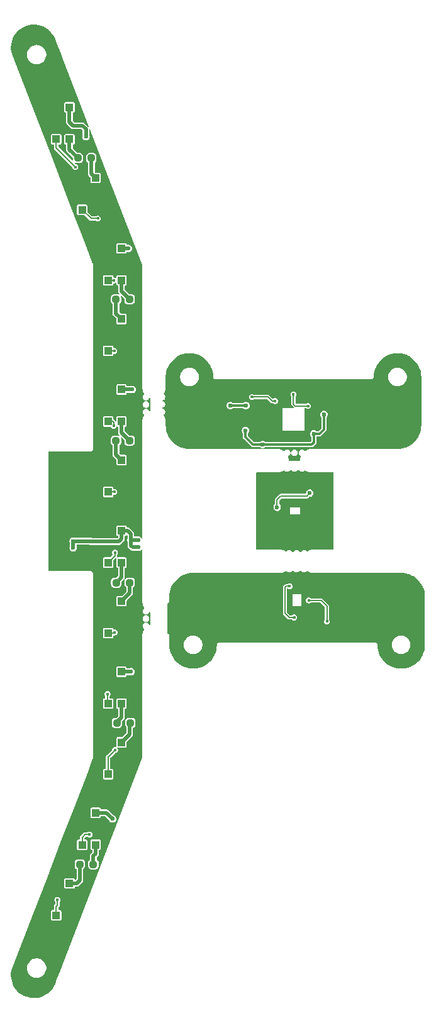
<source format=gbr>
%TF.GenerationSoftware,KiCad,Pcbnew,8.0.3*%
%TF.CreationDate,2025-05-12T21:07:43+02:00*%
%TF.ProjectId,IMU_PCBs,494d555f-5043-4427-932e-6b696361645f,rev?*%
%TF.SameCoordinates,Original*%
%TF.FileFunction,Copper,L2,Bot*%
%TF.FilePolarity,Positive*%
%FSLAX46Y46*%
G04 Gerber Fmt 4.6, Leading zero omitted, Abs format (unit mm)*
G04 Created by KiCad (PCBNEW 8.0.3) date 2025-05-12 21:07:43*
%MOMM*%
%LPD*%
G01*
G04 APERTURE LIST*
G04 Aperture macros list*
%AMRoundRect*
0 Rectangle with rounded corners*
0 $1 Rounding radius*
0 $2 $3 $4 $5 $6 $7 $8 $9 X,Y pos of 4 corners*
0 Add a 4 corners polygon primitive as box body*
4,1,4,$2,$3,$4,$5,$6,$7,$8,$9,$2,$3,0*
0 Add four circle primitives for the rounded corners*
1,1,$1+$1,$2,$3*
1,1,$1+$1,$4,$5*
1,1,$1+$1,$6,$7*
1,1,$1+$1,$8,$9*
0 Add four rect primitives between the rounded corners*
20,1,$1+$1,$2,$3,$4,$5,0*
20,1,$1+$1,$4,$5,$6,$7,0*
20,1,$1+$1,$6,$7,$8,$9,0*
20,1,$1+$1,$8,$9,$2,$3,0*%
G04 Aperture macros list end*
%TA.AperFunction,SMDPad,CuDef*%
%ADD10R,1.000000X1.000000*%
%TD*%
%TA.AperFunction,SMDPad,CuDef*%
%ADD11RoundRect,0.237500X-0.250000X-0.237500X0.250000X-0.237500X0.250000X0.237500X-0.250000X0.237500X0*%
%TD*%
%TA.AperFunction,SMDPad,CuDef*%
%ADD12RoundRect,0.237500X0.250000X0.237500X-0.250000X0.237500X-0.250000X-0.237500X0.250000X-0.237500X0*%
%TD*%
%TA.AperFunction,ViaPad*%
%ADD13C,0.400000*%
%TD*%
%TA.AperFunction,ViaPad*%
%ADD14C,0.600000*%
%TD*%
%TA.AperFunction,ViaPad*%
%ADD15C,0.550000*%
%TD*%
%TA.AperFunction,Conductor*%
%ADD16C,0.500000*%
%TD*%
%TA.AperFunction,Conductor*%
%ADD17C,0.200000*%
%TD*%
%TA.AperFunction,Conductor*%
%ADD18C,0.300000*%
%TD*%
%TA.AperFunction,Conductor*%
%ADD19C,0.150000*%
%TD*%
G04 APERTURE END LIST*
D10*
%TO.P,U1,1*%
%TO.N,+3.3V*%
X75930000Y-51321370D03*
%TO.P,U1,2*%
%TO.N,GND*%
X74130000Y-51321370D03*
%TO.P,U1,3*%
%TO.N,N/C*%
X74130000Y-55621370D03*
%TO.P,U1,4*%
X75930000Y-55621370D03*
%TD*%
%TO.P,U3,1*%
%TO.N,+3.3V*%
X82930000Y-70321370D03*
%TO.P,U3,2*%
%TO.N,GND*%
X81130000Y-70321370D03*
%TO.P,U3,3*%
%TO.N,N/C*%
X81130000Y-74621370D03*
%TO.P,U3,4*%
X82930000Y-74621370D03*
%TD*%
D11*
%TO.P,R11,1*%
%TO.N,N/C*%
X82297500Y-134211372D03*
%TO.P,R11,2*%
X84122500Y-134211372D03*
%TD*%
D12*
%TO.P,R5,1*%
%TO.N,N/C*%
X84012500Y-96211372D03*
%TO.P,R5,2*%
X82187500Y-96211372D03*
%TD*%
D10*
%TO.P,U12,1*%
%TO.N,N/C*%
X75930000Y-155821370D03*
%TO.P,U12,2*%
%TO.N,GND*%
X74130000Y-155821370D03*
%TO.P,U12,3*%
%TO.N,N/C*%
X74130000Y-160121370D03*
%TO.P,U12,4*%
%TO.N,GND*%
X75930000Y-160121370D03*
%TD*%
%TO.P,U8,1*%
%TO.N,N/C*%
X82930000Y-117821370D03*
%TO.P,U8,2*%
%TO.N,GND*%
X81130000Y-117821370D03*
%TO.P,U8,3*%
%TO.N,N/C*%
X81130000Y-122121370D03*
%TO.P,U8,4*%
%TO.N,GND*%
X82930000Y-122121370D03*
%TD*%
%TO.P,U11,1*%
%TO.N,+3.3V*%
X79430000Y-146321370D03*
%TO.P,U11,2*%
%TO.N,GND*%
X77630000Y-146321370D03*
%TO.P,U11,3*%
%TO.N,N/C*%
X77630000Y-150621370D03*
%TO.P,U11,4*%
X79430000Y-150621370D03*
%TD*%
D12*
%TO.P,R16,1*%
%TO.N,N/C*%
X79142500Y-153261372D03*
%TO.P,R16,2*%
X77317500Y-153261372D03*
%TD*%
D10*
%TO.P,U7,1*%
%TO.N,+3.3V*%
X82930000Y-108321370D03*
%TO.P,U7,2*%
%TO.N,GND*%
X81130000Y-108321370D03*
%TO.P,U7,3*%
%TO.N,N/C*%
X81130000Y-112621370D03*
%TO.P,U7,4*%
X82930000Y-112621370D03*
%TD*%
D11*
%TO.P,R8,1*%
%TO.N,N/C*%
X82205000Y-115321372D03*
%TO.P,R8,2*%
X84030000Y-115321372D03*
%TD*%
D10*
%TO.P,U2,1*%
%TO.N,N/C*%
X79430000Y-60821370D03*
%TO.P,U2,2*%
%TO.N,GND*%
X77630000Y-60821370D03*
%TO.P,U2,3*%
%TO.N,N/C*%
X77630000Y-65121370D03*
%TO.P,U2,4*%
%TO.N,GND*%
X79430000Y-65121370D03*
%TD*%
%TO.P,U4,1*%
%TO.N,N/C*%
X82930000Y-79821370D03*
%TO.P,U4,2*%
%TO.N,GND*%
X81130000Y-79821370D03*
%TO.P,U4,3*%
%TO.N,N/C*%
X81130000Y-84121370D03*
%TO.P,U4,4*%
%TO.N,GND*%
X82930000Y-84121370D03*
%TD*%
D11*
%TO.P,R1,1*%
%TO.N,N/C*%
X77045000Y-58151372D03*
%TO.P,R1,2*%
X78870000Y-58151372D03*
%TD*%
D10*
%TO.P,U9,1*%
%TO.N,+3.3V*%
X82930000Y-127321370D03*
%TO.P,U9,2*%
%TO.N,GND*%
X81130000Y-127321370D03*
%TO.P,U9,3*%
%TO.N,N/C*%
X81130000Y-131621370D03*
%TO.P,U9,4*%
X82930000Y-131621370D03*
%TD*%
%TO.P,U10,1*%
%TO.N,N/C*%
X82930000Y-136821370D03*
%TO.P,U10,2*%
%TO.N,GND*%
X81130000Y-136821370D03*
%TO.P,U10,3*%
%TO.N,N/C*%
X81130000Y-141121370D03*
%TO.P,U10,4*%
%TO.N,GND*%
X82930000Y-141121370D03*
%TD*%
%TO.P,U6,1*%
%TO.N,N/C*%
X82930000Y-98821370D03*
%TO.P,U6,2*%
%TO.N,GND*%
X81130000Y-98821370D03*
%TO.P,U6,3*%
%TO.N,N/C*%
X81130000Y-103121370D03*
%TO.P,U6,4*%
%TO.N,GND*%
X82930000Y-103121370D03*
%TD*%
%TO.P,U5,1*%
%TO.N,+3.3V*%
X82930000Y-89321370D03*
%TO.P,U5,2*%
%TO.N,GND*%
X81130000Y-89321370D03*
%TO.P,U5,3*%
%TO.N,N/C*%
X81130000Y-93621370D03*
%TO.P,U5,4*%
X82930000Y-93621370D03*
%TD*%
D12*
%TO.P,R2,1*%
%TO.N,N/C*%
X84012500Y-77171372D03*
%TO.P,R2,2*%
X82187500Y-77171372D03*
%TD*%
D13*
%TO.N,*%
X81985000Y-122026372D03*
X81950000Y-84121372D03*
X74300000Y-158041372D03*
X81950000Y-103101372D03*
X82040000Y-111271372D03*
X76710000Y-59351372D03*
X78600000Y-149241372D03*
X81900000Y-74641372D03*
X81870000Y-94231372D03*
X79750000Y-66291372D03*
D14*
%TO.N,GND*%
X73990000Y-50281372D03*
X78350000Y-100491372D03*
X81680000Y-105431372D03*
X81900000Y-86861372D03*
X73140000Y-155831372D03*
X80560000Y-143271372D03*
X77700000Y-148401372D03*
X75220000Y-110141372D03*
X77520000Y-100481372D03*
X80770000Y-137991372D03*
X81900000Y-91191372D03*
X78260000Y-63031372D03*
X82530000Y-101441372D03*
X81600000Y-132991372D03*
X77570000Y-113091372D03*
X83100000Y-120511372D03*
X76540000Y-100431372D03*
X81880000Y-124321372D03*
%TO.N,+3.3V*%
X83840002Y-70321370D03*
X85160000Y-109571372D03*
X76430000Y-110631372D03*
X84180002Y-109571372D03*
X84369998Y-89321370D03*
X78140000Y-55281372D03*
X85220000Y-110571372D03*
%TO.N,GND*%
X82270000Y-116591372D03*
D13*
%TO.N,*%
X82050000Y-137851372D03*
D14*
%TO.N,+3.3V*%
X78850000Y-109801372D03*
%TO.N,GND*%
X81120000Y-68851372D03*
D13*
%TO.N,*%
X81030000Y-130321372D03*
D14*
%TO.N,GND*%
X78670000Y-113071372D03*
X77230000Y-145371372D03*
X81720000Y-128441372D03*
%TO.N,+3.3V*%
X84199998Y-127321370D03*
X81720000Y-147141372D03*
X76420000Y-109751372D03*
%TO.N,GND*%
X81380000Y-72391372D03*
X83080000Y-119321372D03*
X81990000Y-81901372D03*
X82210000Y-119351372D03*
X76530000Y-112321372D03*
%TO.N,+3.3V*%
X99620000Y-94830000D03*
X101920000Y-96730000D03*
X110170000Y-92680000D03*
X108795000Y-95280000D03*
X99670000Y-91480000D03*
X97570000Y-91480000D03*
%TO.N,GND*%
X99795000Y-93280000D03*
X108970000Y-92580000D03*
D15*
X102670000Y-108770000D03*
D13*
X107310000Y-119410000D03*
D14*
X117120000Y-92130000D03*
D15*
X109270000Y-103670000D03*
D14*
X104820000Y-96030000D03*
X102810000Y-117710000D03*
X104560000Y-120510000D03*
D13*
X106370000Y-107370000D03*
D14*
X113720000Y-95980000D03*
D15*
X109070000Y-108770000D03*
D14*
X115320000Y-90230000D03*
X110920000Y-96542500D03*
X108070000Y-89130000D03*
D15*
X102170000Y-103570000D03*
D14*
%TO.N,INT1*%
X108270000Y-103270000D03*
X103870000Y-105170000D03*
D13*
%TO.N,I2C3_SCL*%
X108110000Y-117710000D03*
X110560000Y-120560000D03*
%TO.N,I2C3_SDA*%
X100470000Y-90330000D03*
X103570000Y-90880000D03*
%TO.N,I2C3_IMU_INT*%
X106160000Y-120010000D03*
X108020000Y-91530000D03*
X105560000Y-115810000D03*
X106070000Y-89980000D03*
%TD*%
D16*
%TO.N,*%
X75930000Y-55621370D02*
X75930000Y-57036372D01*
X82187500Y-96211372D02*
X82187500Y-98078870D01*
X78870000Y-58151372D02*
X78870000Y-60261370D01*
X78870000Y-60261370D02*
X79430000Y-60821370D01*
D17*
X77630000Y-65121370D02*
X77649998Y-65121370D01*
D16*
X79430000Y-151811372D02*
X79142500Y-152098872D01*
X84030000Y-116721370D02*
X82930000Y-117821370D01*
X79430000Y-150621370D02*
X79430000Y-151811372D01*
D17*
X81149998Y-103101372D02*
X81950000Y-103101372D01*
D16*
X79142500Y-152098872D02*
X79142500Y-153261372D01*
X77317500Y-153261372D02*
X77317500Y-155383872D01*
X77317500Y-155383872D02*
X76880002Y-155821370D01*
X84020000Y-134201372D02*
X84020000Y-135731370D01*
D17*
X74130000Y-55621370D02*
X74130000Y-56771372D01*
X81130000Y-103121370D02*
X81149998Y-103101372D01*
D16*
X82930000Y-131621370D02*
X82930000Y-133466372D01*
X82930000Y-114596372D02*
X82205000Y-115321372D01*
X82930000Y-133466372D02*
X82195000Y-134201372D01*
X84030000Y-115321372D02*
X84030000Y-116721370D01*
D17*
X74130000Y-56771372D02*
X76710000Y-59351372D01*
D16*
X82187500Y-77171372D02*
X82187500Y-79078870D01*
D17*
X78820000Y-66291372D02*
X79750000Y-66291372D01*
D16*
X82187500Y-79078870D02*
X82930000Y-79821370D01*
X82930000Y-76088872D02*
X84012500Y-77171372D01*
D17*
X81890002Y-122121370D02*
X81985000Y-122026372D01*
D16*
X82187500Y-98078870D02*
X82930000Y-98821370D01*
D17*
X81130000Y-122121370D02*
X81890002Y-122121370D01*
D16*
X76880002Y-155821370D02*
X75930000Y-155821370D01*
X82930000Y-112621370D02*
X82930000Y-114596372D01*
X82930000Y-93621370D02*
X82930000Y-95128872D01*
X75930000Y-57036372D02*
X77045000Y-58151372D01*
X82930000Y-95128872D02*
X84012500Y-96211372D01*
D17*
X77649998Y-65121370D02*
X78820000Y-66291372D01*
D16*
X82930000Y-74621370D02*
X82930000Y-76088872D01*
X84020000Y-135731370D02*
X82930000Y-136821370D01*
D17*
X81950000Y-84121372D02*
X81130002Y-84121372D01*
X78020000Y-149241372D02*
X77630000Y-149631372D01*
X81739998Y-93621370D02*
X81870000Y-93751372D01*
X81130000Y-93621370D02*
X81739998Y-93621370D01*
X77630000Y-149631372D02*
X77630000Y-150621370D01*
X81130000Y-112621370D02*
X82040000Y-111711370D01*
X81130002Y-84121372D02*
X81130000Y-84121370D01*
X81150002Y-74641372D02*
X81130000Y-74621370D01*
X78600000Y-149241372D02*
X78020000Y-149241372D01*
X74300000Y-158041372D02*
X74300000Y-158751372D01*
X74300000Y-158751372D02*
X74130000Y-158921372D01*
X74130000Y-158921372D02*
X74130000Y-160121370D01*
X81870000Y-93751372D02*
X81870000Y-94231372D01*
X82040000Y-111711370D02*
X82040000Y-111271372D01*
X81900000Y-74641372D02*
X81150002Y-74641372D01*
D16*
%TO.N,+3.3V*%
X77674685Y-53801372D02*
X76410000Y-53801372D01*
D17*
%TO.N,*%
X82050000Y-137851372D02*
X81130000Y-138771372D01*
D16*
%TO.N,+3.3V*%
X83840002Y-70321370D02*
X82930000Y-70321370D01*
X76420000Y-109751372D02*
X78800000Y-109751372D01*
X76410000Y-53801372D02*
X75930000Y-53321372D01*
X84180002Y-109571372D02*
X84180002Y-110321374D01*
X84180002Y-110321374D02*
X84430000Y-110571372D01*
X79430000Y-146321370D02*
X80899998Y-146321370D01*
X75930000Y-53321372D02*
X75930000Y-51321370D01*
X78850000Y-109801372D02*
X82560000Y-109801372D01*
X84180002Y-108761374D02*
X83739998Y-108321370D01*
X76430000Y-110631372D02*
X76430000Y-109761372D01*
X83739998Y-108321370D02*
X82930000Y-108321370D01*
X84180002Y-109571372D02*
X85160000Y-109571372D01*
X78800000Y-109751372D02*
X78850000Y-109801372D01*
X82560000Y-109801372D02*
X82930000Y-109431372D01*
X84199998Y-127321370D02*
X82930000Y-127321370D01*
X84430000Y-110571372D02*
X85220000Y-110571372D01*
X76430000Y-109761372D02*
X76420000Y-109751372D01*
X80899998Y-146321370D02*
X81720000Y-147141372D01*
X84369998Y-89321370D02*
X82930000Y-89321370D01*
D17*
%TO.N,*%
X81130000Y-138771372D02*
X81130000Y-141121370D01*
D16*
%TO.N,+3.3V*%
X82930000Y-109431372D02*
X82930000Y-108321370D01*
X78140000Y-55281372D02*
X78140000Y-54266687D01*
X84180002Y-109571372D02*
X84180002Y-108761374D01*
X78140000Y-54266687D02*
X77674685Y-53801372D01*
D17*
%TO.N,*%
X81130000Y-131621370D02*
X81030000Y-131521370D01*
X81030000Y-131521370D02*
X81030000Y-130321372D01*
D18*
%TO.N,+3.3V*%
X109570000Y-95280000D02*
X108795000Y-95280000D01*
X110170000Y-94680000D02*
X109570000Y-95280000D01*
X108795000Y-95280000D02*
X108795000Y-96455000D01*
X101920000Y-96730000D02*
X100620000Y-96730000D01*
X100620000Y-96730000D02*
X99620000Y-95730000D01*
X108520000Y-96730000D02*
X101920000Y-96730000D01*
X108795000Y-96455000D02*
X108520000Y-96730000D01*
X99620000Y-95730000D02*
X99620000Y-94830000D01*
X110170000Y-92680000D02*
X110170000Y-94680000D01*
X99670000Y-91480000D02*
X97570000Y-91480000D01*
D17*
%TO.N,INT1*%
X107870000Y-103670000D02*
X108270000Y-103270000D01*
X103870000Y-105170000D02*
X103870000Y-104170000D01*
X104370000Y-103670000D02*
X107870000Y-103670000D01*
X103870000Y-104170000D02*
X104270000Y-103770000D01*
X104270000Y-103770000D02*
X104370000Y-103670000D01*
D19*
%TO.N,I2C3_SCL*%
X110560000Y-120560000D02*
X110560000Y-118460000D01*
X110560000Y-118460000D02*
X109810000Y-117710000D01*
X109810000Y-117710000D02*
X108110000Y-117710000D01*
%TO.N,I2C3_SDA*%
X103220000Y-90880000D02*
X103570000Y-90880000D01*
X100470000Y-90330000D02*
X102670000Y-90330000D01*
X102670000Y-90330000D02*
X103220000Y-90880000D01*
%TO.N,I2C3_IMU_INT*%
X105560000Y-115810000D02*
X105610000Y-115810000D01*
X108020000Y-91530000D02*
X106320000Y-91530000D01*
X104910000Y-119410000D02*
X104910000Y-115960000D01*
X104910000Y-115960000D02*
X105060000Y-115810000D01*
X105510000Y-120010000D02*
X104910000Y-119410000D01*
X105060000Y-115810000D02*
X105560000Y-115810000D01*
X106320000Y-91530000D02*
X106070000Y-91280000D01*
X106160000Y-120010000D02*
X105510000Y-120010000D01*
X106070000Y-91280000D02*
X106070000Y-89980000D01*
%TD*%
%TA.AperFunction,Conductor*%
%TO.N,GND*%
G36*
X105817410Y-100184352D02*
G01*
X105825196Y-100194499D01*
X105849511Y-100236613D01*
X105933387Y-100320489D01*
X106036114Y-100379799D01*
X106064758Y-100387474D01*
X106150688Y-100410500D01*
X106150691Y-100410500D01*
X106269311Y-100410500D01*
X106326597Y-100395149D01*
X106383886Y-100379799D01*
X106486613Y-100320489D01*
X106570489Y-100236613D01*
X106594803Y-100194499D01*
X106624556Y-100171670D01*
X106637238Y-100170000D01*
X106782762Y-100170000D01*
X106817410Y-100184352D01*
X106825196Y-100194499D01*
X106849511Y-100236613D01*
X106933387Y-100320489D01*
X107036114Y-100379799D01*
X107064758Y-100387474D01*
X107150688Y-100410500D01*
X107150691Y-100410500D01*
X107269311Y-100410500D01*
X107326597Y-100395149D01*
X107383886Y-100379799D01*
X107486613Y-100320489D01*
X107570489Y-100236613D01*
X107584200Y-100212864D01*
X107613951Y-100190035D01*
X107651133Y-100194929D01*
X107654226Y-100196872D01*
X107752548Y-100263907D01*
X107752549Y-100263907D01*
X107752550Y-100263908D01*
X107964616Y-100366034D01*
X107964619Y-100366035D01*
X107964623Y-100366037D01*
X108189551Y-100435418D01*
X108422307Y-100470500D01*
X108500438Y-100470500D01*
X111420500Y-100470500D01*
X111455148Y-100484852D01*
X111469500Y-100519500D01*
X111469500Y-110820500D01*
X111455148Y-110855148D01*
X111420500Y-110869500D01*
X108867595Y-110869500D01*
X108820000Y-110869500D01*
X108702307Y-110869500D01*
X108469551Y-110904582D01*
X108469548Y-110904583D01*
X108244629Y-110973960D01*
X108244616Y-110973965D01*
X108032548Y-111076092D01*
X108032545Y-111076093D01*
X107938378Y-111140295D01*
X107901666Y-111147955D01*
X107870290Y-111127411D01*
X107868354Y-111124330D01*
X107850489Y-111093387D01*
X107766613Y-111009511D01*
X107663887Y-110950201D01*
X107663884Y-110950200D01*
X107549312Y-110919500D01*
X107549309Y-110919500D01*
X107430691Y-110919500D01*
X107430688Y-110919500D01*
X107316115Y-110950200D01*
X107316112Y-110950201D01*
X107213386Y-111009511D01*
X107213386Y-111009512D01*
X107129513Y-111093384D01*
X107129511Y-111093386D01*
X107129511Y-111093387D01*
X107101305Y-111142242D01*
X107099423Y-111145501D01*
X107069670Y-111168331D01*
X107056988Y-111170000D01*
X106913012Y-111170000D01*
X106878364Y-111155648D01*
X106870577Y-111145501D01*
X106840489Y-111093387D01*
X106756613Y-111009511D01*
X106653887Y-110950201D01*
X106653884Y-110950200D01*
X106539312Y-110919500D01*
X106539309Y-110919500D01*
X106420691Y-110919500D01*
X106420688Y-110919500D01*
X106306115Y-110950200D01*
X106306112Y-110950201D01*
X106203386Y-111009511D01*
X106203386Y-111009512D01*
X106119513Y-111093384D01*
X106119511Y-111093386D01*
X106119511Y-111093387D01*
X106091305Y-111142242D01*
X106089423Y-111145501D01*
X106059670Y-111168331D01*
X106046988Y-111170000D01*
X105923012Y-111170000D01*
X105888364Y-111155648D01*
X105880577Y-111145501D01*
X105850489Y-111093387D01*
X105766613Y-111009511D01*
X105663887Y-110950201D01*
X105663884Y-110950200D01*
X105549312Y-110919500D01*
X105549309Y-110919500D01*
X105430691Y-110919500D01*
X105430688Y-110919500D01*
X105316115Y-110950200D01*
X105316112Y-110950201D01*
X105213386Y-111009511D01*
X105213386Y-111009512D01*
X105129514Y-111093383D01*
X105129505Y-111093395D01*
X105111656Y-111124309D01*
X105081902Y-111147139D01*
X105044721Y-111142242D01*
X105041620Y-111140294D01*
X104947454Y-111076093D01*
X104947451Y-111076092D01*
X104735383Y-110973965D01*
X104735370Y-110973960D01*
X104558812Y-110919500D01*
X104510449Y-110904582D01*
X104277693Y-110869500D01*
X104277691Y-110869500D01*
X101119500Y-110869500D01*
X101084852Y-110855148D01*
X101070500Y-110820500D01*
X101070500Y-106120000D01*
X105620000Y-106120000D01*
X106920000Y-106120000D01*
X106920000Y-105220000D01*
X105620000Y-105220000D01*
X105620000Y-106120000D01*
X101070500Y-106120000D01*
X101070500Y-105169997D01*
X103364353Y-105169997D01*
X103364353Y-105170002D01*
X103384833Y-105312454D01*
X103416935Y-105382746D01*
X103444623Y-105443373D01*
X103444624Y-105443374D01*
X103444625Y-105443376D01*
X103538871Y-105552142D01*
X103538872Y-105552143D01*
X103659947Y-105629953D01*
X103736785Y-105652514D01*
X103798034Y-105670499D01*
X103798037Y-105670499D01*
X103798039Y-105670500D01*
X103798040Y-105670500D01*
X103941960Y-105670500D01*
X103941961Y-105670500D01*
X103941963Y-105670499D01*
X103941965Y-105670499D01*
X103964795Y-105663795D01*
X104080053Y-105629953D01*
X104201128Y-105552143D01*
X104295377Y-105443373D01*
X104355165Y-105312457D01*
X104355165Y-105312455D01*
X104355166Y-105312454D01*
X104375647Y-105170002D01*
X104375647Y-105169997D01*
X104355166Y-105027545D01*
X104350751Y-105017879D01*
X104295377Y-104896627D01*
X104201128Y-104787857D01*
X104193006Y-104782637D01*
X104171619Y-104751830D01*
X104170500Y-104741417D01*
X104170500Y-104314767D01*
X104184852Y-104280119D01*
X104480119Y-103984852D01*
X104514767Y-103970500D01*
X107909564Y-103970500D01*
X107936230Y-103963354D01*
X107985989Y-103950021D01*
X108054511Y-103910460D01*
X108110460Y-103854511D01*
X108180118Y-103784851D01*
X108214766Y-103770500D01*
X108341960Y-103770500D01*
X108341961Y-103770500D01*
X108341963Y-103770499D01*
X108341965Y-103770499D01*
X108364795Y-103763795D01*
X108480053Y-103729953D01*
X108601128Y-103652143D01*
X108695377Y-103543373D01*
X108755165Y-103412457D01*
X108755165Y-103412455D01*
X108755166Y-103412454D01*
X108775647Y-103270002D01*
X108775647Y-103269997D01*
X108755166Y-103127545D01*
X108750751Y-103117879D01*
X108695377Y-102996627D01*
X108601128Y-102887857D01*
X108480053Y-102810047D01*
X108480050Y-102810046D01*
X108341965Y-102769500D01*
X108341961Y-102769500D01*
X108198039Y-102769500D01*
X108198034Y-102769500D01*
X108059949Y-102810046D01*
X107938871Y-102887857D01*
X107844625Y-102996623D01*
X107844624Y-102996625D01*
X107784833Y-103127545D01*
X107764353Y-103269997D01*
X107764353Y-103270001D01*
X107770611Y-103313527D01*
X107761337Y-103349865D01*
X107729083Y-103369001D01*
X107722110Y-103369500D01*
X104330436Y-103369500D01*
X104254012Y-103389978D01*
X104254008Y-103389979D01*
X104215083Y-103412454D01*
X104215078Y-103412457D01*
X104207680Y-103416727D01*
X104185492Y-103429537D01*
X104185486Y-103429542D01*
X103629541Y-103985488D01*
X103629540Y-103985488D01*
X103589979Y-104054008D01*
X103589979Y-104054010D01*
X103569500Y-104130436D01*
X103569500Y-104741417D01*
X103555148Y-104776065D01*
X103546994Y-104782637D01*
X103538872Y-104787857D01*
X103538868Y-104787860D01*
X103444625Y-104896623D01*
X103444624Y-104896625D01*
X103384833Y-105027545D01*
X103364353Y-105169997D01*
X101070500Y-105169997D01*
X101070500Y-100519500D01*
X101084852Y-100484852D01*
X101119500Y-100470500D01*
X103997691Y-100470500D01*
X103997693Y-100470500D01*
X104230449Y-100435418D01*
X104455377Y-100366037D01*
X104667452Y-100263907D01*
X104765761Y-100196879D01*
X104802473Y-100189219D01*
X104833849Y-100209762D01*
X104835799Y-100212864D01*
X104849511Y-100236613D01*
X104933387Y-100320489D01*
X105036114Y-100379799D01*
X105064758Y-100387474D01*
X105150688Y-100410500D01*
X105150691Y-100410500D01*
X105269311Y-100410500D01*
X105326597Y-100395149D01*
X105383886Y-100379799D01*
X105486613Y-100320489D01*
X105570489Y-100236613D01*
X105594803Y-100194499D01*
X105624556Y-100171670D01*
X105637238Y-100170000D01*
X105782762Y-100170000D01*
X105817410Y-100184352D01*
G37*
%TD.AperFunction*%
%TD*%
%TA.AperFunction,Conductor*%
%TO.N,GND*%
G36*
X106097410Y-113724352D02*
G01*
X106105196Y-113734499D01*
X106129511Y-113776613D01*
X106213387Y-113860489D01*
X106316114Y-113919799D01*
X106344758Y-113927474D01*
X106430688Y-113950500D01*
X106430691Y-113950500D01*
X106549311Y-113950500D01*
X106606597Y-113935149D01*
X106663886Y-113919799D01*
X106766613Y-113860489D01*
X106850489Y-113776613D01*
X106874803Y-113734499D01*
X106904556Y-113711670D01*
X106917238Y-113710000D01*
X107062762Y-113710000D01*
X107097410Y-113724352D01*
X107105196Y-113734499D01*
X107129511Y-113776613D01*
X107213387Y-113860489D01*
X107316114Y-113919799D01*
X107344758Y-113927474D01*
X107430688Y-113950500D01*
X107430691Y-113950500D01*
X107549311Y-113950500D01*
X107606597Y-113935149D01*
X107663886Y-113919799D01*
X107766613Y-113860489D01*
X107850489Y-113776613D01*
X107864200Y-113752864D01*
X107893951Y-113730035D01*
X107931133Y-113734929D01*
X107934226Y-113736872D01*
X108032548Y-113803907D01*
X108032549Y-113803907D01*
X108032550Y-113803908D01*
X108244616Y-113906034D01*
X108244619Y-113906035D01*
X108244623Y-113906037D01*
X108469551Y-113975418D01*
X108702307Y-114010500D01*
X108780438Y-114010500D01*
X120512405Y-114010500D01*
X120558714Y-114010500D01*
X120561278Y-114010567D01*
X120891882Y-114027893D01*
X120896964Y-114028426D01*
X121222684Y-114080016D01*
X121227696Y-114081082D01*
X121546222Y-114166431D01*
X121551095Y-114168014D01*
X121858958Y-114286191D01*
X121863634Y-114288273D01*
X122064499Y-114390619D01*
X122157462Y-114437986D01*
X122161900Y-114440548D01*
X122438470Y-114620154D01*
X122442607Y-114623160D01*
X122481509Y-114654662D01*
X122698890Y-114830694D01*
X122702701Y-114834126D01*
X122935873Y-115067298D01*
X122939305Y-115071109D01*
X123087242Y-115253796D01*
X123146834Y-115327385D01*
X123149849Y-115331535D01*
X123329449Y-115608096D01*
X123332013Y-115612537D01*
X123481724Y-115906360D01*
X123483810Y-115911046D01*
X123601984Y-116218902D01*
X123603569Y-116223780D01*
X123688916Y-116542300D01*
X123689983Y-116547317D01*
X123741571Y-116873025D01*
X123742107Y-116878126D01*
X123759433Y-117208721D01*
X123759500Y-117211285D01*
X123759500Y-123708674D01*
X123759428Y-123711327D01*
X123740887Y-124053278D01*
X123740313Y-124058552D01*
X123685127Y-124395170D01*
X123683987Y-124400352D01*
X123592727Y-124729044D01*
X123591033Y-124734072D01*
X123464770Y-125050969D01*
X123462542Y-125055784D01*
X123302760Y-125357166D01*
X123300025Y-125361712D01*
X123108591Y-125644055D01*
X123105380Y-125648279D01*
X122884542Y-125908269D01*
X122880893Y-125912121D01*
X122633244Y-126146706D01*
X122629201Y-126150141D01*
X122357627Y-126356587D01*
X122353235Y-126359564D01*
X122060949Y-126535427D01*
X122056262Y-126537912D01*
X121746669Y-126681145D01*
X121741740Y-126683109D01*
X121418469Y-126792031D01*
X121413357Y-126793450D01*
X121080223Y-126866778D01*
X121074987Y-126867637D01*
X120735856Y-126904521D01*
X120730558Y-126904808D01*
X120389442Y-126904808D01*
X120384144Y-126904521D01*
X120045012Y-126867637D01*
X120039776Y-126866778D01*
X119706642Y-126793450D01*
X119701530Y-126792031D01*
X119536626Y-126736468D01*
X119378254Y-126683107D01*
X119373335Y-126681147D01*
X119063736Y-126537911D01*
X119059050Y-126535427D01*
X119049001Y-126529381D01*
X118766764Y-126359564D01*
X118762372Y-126356587D01*
X118490798Y-126150141D01*
X118486755Y-126146706D01*
X118239106Y-125912121D01*
X118235457Y-125908269D01*
X118014619Y-125648279D01*
X118011408Y-125644055D01*
X117819969Y-125361704D01*
X117817244Y-125357174D01*
X117657454Y-125055778D01*
X117655229Y-125050969D01*
X117528960Y-124734056D01*
X117527277Y-124729059D01*
X117436011Y-124400350D01*
X117434872Y-124395170D01*
X117379686Y-124058552D01*
X117379112Y-124053278D01*
X117376376Y-124002823D01*
X117360572Y-123711327D01*
X117360500Y-123708674D01*
X117360500Y-123662407D01*
X117360500Y-123662405D01*
X117348608Y-123625808D01*
X117347898Y-123623409D01*
X117344729Y-123611583D01*
X119309500Y-123611583D01*
X119309500Y-123808416D01*
X119340290Y-124002823D01*
X119340291Y-124002826D01*
X119401116Y-124190026D01*
X119490472Y-124365399D01*
X119490475Y-124365403D01*
X119490476Y-124365405D01*
X119606172Y-124524646D01*
X119606174Y-124524648D01*
X119606177Y-124524652D01*
X119745347Y-124663822D01*
X119745350Y-124663824D01*
X119745354Y-124663828D01*
X119904595Y-124779524D01*
X119904597Y-124779525D01*
X119904600Y-124779527D01*
X120079973Y-124868883D01*
X120079975Y-124868884D01*
X120267174Y-124929709D01*
X120461583Y-124960500D01*
X120461584Y-124960500D01*
X120658416Y-124960500D01*
X120658417Y-124960500D01*
X120852826Y-124929709D01*
X121040025Y-124868884D01*
X121215405Y-124779524D01*
X121374646Y-124663828D01*
X121513828Y-124524646D01*
X121629524Y-124365405D01*
X121718884Y-124190025D01*
X121779709Y-124002826D01*
X121810500Y-123808417D01*
X121810500Y-123611583D01*
X121779709Y-123417174D01*
X121718884Y-123229975D01*
X121629524Y-123054595D01*
X121513828Y-122895354D01*
X121513824Y-122895350D01*
X121513822Y-122895347D01*
X121374652Y-122756177D01*
X121374653Y-122756177D01*
X121322882Y-122718563D01*
X121215405Y-122640476D01*
X121215403Y-122640475D01*
X121215399Y-122640472D01*
X121040026Y-122551116D01*
X120852826Y-122490291D01*
X120852823Y-122490290D01*
X120703482Y-122466637D01*
X120658417Y-122459500D01*
X120461583Y-122459500D01*
X120424998Y-122465294D01*
X120267176Y-122490290D01*
X120267173Y-122490291D01*
X120079973Y-122551116D01*
X119904600Y-122640472D01*
X119745347Y-122756177D01*
X119606177Y-122895347D01*
X119490472Y-123054600D01*
X119401116Y-123229973D01*
X119340291Y-123417173D01*
X119340290Y-123417176D01*
X119309500Y-123611583D01*
X117344729Y-123611583D01*
X117340021Y-123594011D01*
X117338609Y-123591565D01*
X117334442Y-123582207D01*
X117331085Y-123571875D01*
X117313864Y-123548174D01*
X117311082Y-123543888D01*
X117300464Y-123525495D01*
X117300461Y-123525492D01*
X117300460Y-123525489D01*
X117291937Y-123516966D01*
X117286944Y-123511120D01*
X117275133Y-123494865D01*
X117258882Y-123483058D01*
X117253035Y-123478064D01*
X117244513Y-123469542D01*
X117244507Y-123469537D01*
X117226118Y-123458921D01*
X117221816Y-123456127D01*
X117198126Y-123438915D01*
X117198123Y-123438914D01*
X117187788Y-123435555D01*
X117178444Y-123431396D01*
X117177343Y-123430760D01*
X117175989Y-123429979D01*
X117175988Y-123429978D01*
X117175987Y-123429978D01*
X117146621Y-123422109D01*
X117144162Y-123421381D01*
X117107596Y-123409500D01*
X117107595Y-123409500D01*
X117099562Y-123409500D01*
X96107595Y-123409500D01*
X96012405Y-123409500D01*
X96012403Y-123409500D01*
X95975835Y-123421381D01*
X95973378Y-123422109D01*
X95944012Y-123429978D01*
X95944007Y-123429980D01*
X95941555Y-123431396D01*
X95932211Y-123435555D01*
X95921877Y-123438913D01*
X95921875Y-123438914D01*
X95898188Y-123456123D01*
X95893892Y-123458913D01*
X95875489Y-123469540D01*
X95875485Y-123469542D01*
X95866960Y-123478067D01*
X95861119Y-123483056D01*
X95844866Y-123494866D01*
X95833056Y-123511119D01*
X95828067Y-123516960D01*
X95819542Y-123525485D01*
X95819540Y-123525489D01*
X95808913Y-123543892D01*
X95806123Y-123548188D01*
X95788914Y-123571875D01*
X95788913Y-123571877D01*
X95785555Y-123582211D01*
X95781396Y-123591555D01*
X95779980Y-123594007D01*
X95779978Y-123594012D01*
X95772109Y-123623378D01*
X95771381Y-123625835D01*
X95759500Y-123662403D01*
X95759500Y-123708674D01*
X95759428Y-123711327D01*
X95740887Y-124053278D01*
X95740313Y-124058552D01*
X95685127Y-124395170D01*
X95683987Y-124400352D01*
X95592727Y-124729044D01*
X95591033Y-124734072D01*
X95464770Y-125050969D01*
X95462542Y-125055784D01*
X95302760Y-125357166D01*
X95300025Y-125361712D01*
X95108591Y-125644055D01*
X95105380Y-125648279D01*
X94884542Y-125908269D01*
X94880893Y-125912121D01*
X94633244Y-126146706D01*
X94629201Y-126150141D01*
X94357627Y-126356587D01*
X94353235Y-126359564D01*
X94060949Y-126535427D01*
X94056262Y-126537912D01*
X93746669Y-126681145D01*
X93741740Y-126683109D01*
X93418469Y-126792031D01*
X93413357Y-126793450D01*
X93080223Y-126866778D01*
X93074987Y-126867637D01*
X92735856Y-126904521D01*
X92730558Y-126904808D01*
X92389442Y-126904808D01*
X92384144Y-126904521D01*
X92045012Y-126867637D01*
X92039776Y-126866778D01*
X91706642Y-126793450D01*
X91701530Y-126792031D01*
X91536626Y-126736468D01*
X91378254Y-126683107D01*
X91373335Y-126681147D01*
X91063736Y-126537911D01*
X91059050Y-126535427D01*
X91049001Y-126529381D01*
X90766764Y-126359564D01*
X90762372Y-126356587D01*
X90490798Y-126150141D01*
X90486755Y-126146706D01*
X90239106Y-125912121D01*
X90235457Y-125908269D01*
X90014619Y-125648279D01*
X90011408Y-125644055D01*
X89819969Y-125361704D01*
X89817244Y-125357174D01*
X89657454Y-125055778D01*
X89655229Y-125050969D01*
X89528960Y-124734056D01*
X89527277Y-124729059D01*
X89436011Y-124400350D01*
X89434872Y-124395170D01*
X89379686Y-124058552D01*
X89379112Y-124053278D01*
X89376376Y-124002823D01*
X89360572Y-123711327D01*
X89360500Y-123708674D01*
X89360500Y-123611583D01*
X91309500Y-123611583D01*
X91309500Y-123808416D01*
X91340290Y-124002823D01*
X91340291Y-124002826D01*
X91401116Y-124190026D01*
X91490472Y-124365399D01*
X91490475Y-124365403D01*
X91490476Y-124365405D01*
X91606172Y-124524646D01*
X91606174Y-124524648D01*
X91606177Y-124524652D01*
X91745347Y-124663822D01*
X91745350Y-124663824D01*
X91745354Y-124663828D01*
X91904595Y-124779524D01*
X91904597Y-124779525D01*
X91904600Y-124779527D01*
X92079973Y-124868883D01*
X92079975Y-124868884D01*
X92267174Y-124929709D01*
X92461583Y-124960500D01*
X92461584Y-124960500D01*
X92658416Y-124960500D01*
X92658417Y-124960500D01*
X92852826Y-124929709D01*
X93040025Y-124868884D01*
X93215405Y-124779524D01*
X93374646Y-124663828D01*
X93513828Y-124524646D01*
X93629524Y-124365405D01*
X93718884Y-124190025D01*
X93779709Y-124002826D01*
X93810500Y-123808417D01*
X93810500Y-123611583D01*
X93779709Y-123417174D01*
X93718884Y-123229975D01*
X93629524Y-123054595D01*
X93513828Y-122895354D01*
X93513824Y-122895350D01*
X93513822Y-122895347D01*
X93374652Y-122756177D01*
X93374653Y-122756177D01*
X93322882Y-122718563D01*
X93215405Y-122640476D01*
X93215403Y-122640475D01*
X93215399Y-122640472D01*
X93040026Y-122551116D01*
X92852826Y-122490291D01*
X92852823Y-122490290D01*
X92703482Y-122466637D01*
X92658417Y-122459500D01*
X92461583Y-122459500D01*
X92424998Y-122465294D01*
X92267176Y-122490290D01*
X92267173Y-122490291D01*
X92079973Y-122551116D01*
X91904600Y-122640472D01*
X91745347Y-122756177D01*
X91606177Y-122895347D01*
X91490472Y-123054600D01*
X91401116Y-123229973D01*
X91340291Y-123417173D01*
X91340290Y-123417176D01*
X91309500Y-123611583D01*
X89360500Y-123611583D01*
X89360500Y-122493039D01*
X89360508Y-122492180D01*
X89361147Y-122455711D01*
X89360852Y-122453117D01*
X89360500Y-122450446D01*
X89360500Y-122450438D01*
X89351052Y-122415178D01*
X89350837Y-122414346D01*
X89349091Y-122407344D01*
X89342010Y-122378934D01*
X89342007Y-122378930D01*
X89341058Y-122376516D01*
X89340022Y-122374016D01*
X89340021Y-122374011D01*
X89321751Y-122342366D01*
X89321405Y-122341757D01*
X89303655Y-122309729D01*
X89303652Y-122309726D01*
X89302094Y-122307620D01*
X89300458Y-122305487D01*
X89287648Y-122292677D01*
X89274618Y-122279647D01*
X89274071Y-122279090D01*
X89248692Y-122252806D01*
X89246645Y-122251178D01*
X89244513Y-122249541D01*
X89233558Y-122243216D01*
X89212894Y-122231285D01*
X89212180Y-122230864D01*
X89180877Y-122212054D01*
X89178460Y-122211002D01*
X89175990Y-122209979D01*
X89175989Y-122209979D01*
X89175987Y-122209978D01*
X89175986Y-122209978D01*
X89140741Y-122200533D01*
X89139916Y-122200304D01*
X89104821Y-122190239D01*
X89101910Y-122189804D01*
X89096043Y-122188555D01*
X89096025Y-122188550D01*
X89096574Y-122186572D01*
X89069800Y-122170719D01*
X89060000Y-122141319D01*
X89060000Y-118168679D01*
X89074352Y-118134031D01*
X89096207Y-118123265D01*
X89095715Y-118121541D01*
X89095757Y-118121529D01*
X89097644Y-118121135D01*
X89100396Y-118120389D01*
X89100399Y-118120389D01*
X89138161Y-118110156D01*
X89138309Y-118110175D01*
X89138295Y-118110120D01*
X89138296Y-118110120D01*
X89175989Y-118100021D01*
X89175994Y-118100018D01*
X89175998Y-118100017D01*
X89176761Y-118099699D01*
X89176769Y-118099697D01*
X89210649Y-118080009D01*
X89244511Y-118060460D01*
X89244516Y-118060454D01*
X89244627Y-118060370D01*
X89244684Y-118060326D01*
X89245173Y-118059948D01*
X89245180Y-118059945D01*
X89264019Y-118040999D01*
X89272621Y-118032350D01*
X89272718Y-118032252D01*
X89300460Y-118004511D01*
X89300464Y-118004502D01*
X89300511Y-118004443D01*
X89300581Y-118004352D01*
X89300970Y-118003843D01*
X89300969Y-118003843D01*
X89300973Y-118003840D01*
X89320402Y-117969970D01*
X89340021Y-117935989D01*
X89340022Y-117935983D01*
X89340065Y-117935881D01*
X89340098Y-117935800D01*
X89340343Y-117935207D01*
X89350363Y-117897393D01*
X89350378Y-117897397D01*
X89350395Y-117897268D01*
X89360500Y-117859562D01*
X89360500Y-117859559D01*
X89360502Y-117859552D01*
X89360564Y-117859071D01*
X89360584Y-117858921D01*
X89360609Y-117858730D01*
X89360500Y-117819522D01*
X89360500Y-117211285D01*
X89360567Y-117208721D01*
X89362573Y-117170438D01*
X89377893Y-116878115D01*
X89378426Y-116873037D01*
X89430017Y-116547311D01*
X89431083Y-116542300D01*
X89516432Y-116223771D01*
X89518012Y-116218910D01*
X89636194Y-115911034D01*
X89638269Y-115906372D01*
X89638867Y-115905198D01*
X104634500Y-115905198D01*
X104634500Y-115905200D01*
X104634500Y-119464800D01*
X104676443Y-119566058D01*
X104676444Y-119566059D01*
X104676445Y-119566061D01*
X105353937Y-120243554D01*
X105353940Y-120243556D01*
X105353941Y-120243557D01*
X105383597Y-120255840D01*
X105383598Y-120255841D01*
X105383599Y-120255841D01*
X105455200Y-120285500D01*
X105840934Y-120285500D01*
X105872565Y-120297077D01*
X105877729Y-120301442D01*
X105889755Y-120308443D01*
X105899748Y-120316140D01*
X105921657Y-120338049D01*
X105921664Y-120338054D01*
X106034691Y-120395644D01*
X106034692Y-120395644D01*
X106034696Y-120395646D01*
X106160000Y-120415492D01*
X106285304Y-120395646D01*
X106285308Y-120395644D01*
X106285309Y-120395644D01*
X106398335Y-120338054D01*
X106398337Y-120338052D01*
X106398342Y-120338050D01*
X106488050Y-120248342D01*
X106490488Y-120243558D01*
X106545644Y-120135309D01*
X106545644Y-120135307D01*
X106545646Y-120135304D01*
X106565492Y-120010000D01*
X106545646Y-119884696D01*
X106545644Y-119884692D01*
X106545644Y-119884690D01*
X106488054Y-119771664D01*
X106488049Y-119771657D01*
X106398342Y-119681950D01*
X106398335Y-119681945D01*
X106285308Y-119624355D01*
X106285305Y-119624354D01*
X106285304Y-119624354D01*
X106160000Y-119604508D01*
X106034696Y-119624354D01*
X106034694Y-119624354D01*
X106034693Y-119624355D01*
X105921659Y-119681949D01*
X105921657Y-119681950D01*
X105899003Y-119704603D01*
X105888081Y-119712826D01*
X105877737Y-119718549D01*
X105877730Y-119718555D01*
X105872561Y-119722924D01*
X105840932Y-119734500D01*
X105644412Y-119734500D01*
X105609764Y-119720148D01*
X105199852Y-119310236D01*
X105185500Y-119275588D01*
X105185500Y-118510000D01*
X105960000Y-118510000D01*
X107160000Y-118510000D01*
X107160000Y-117710000D01*
X107704508Y-117710000D01*
X107724354Y-117835304D01*
X107724354Y-117835305D01*
X107724355Y-117835307D01*
X107724355Y-117835309D01*
X107781945Y-117948335D01*
X107781950Y-117948342D01*
X107871657Y-118038049D01*
X107871664Y-118038054D01*
X107984691Y-118095644D01*
X107984692Y-118095644D01*
X107984696Y-118095646D01*
X108110000Y-118115492D01*
X108235304Y-118095646D01*
X108348342Y-118038050D01*
X108370673Y-118015718D01*
X108379911Y-118011891D01*
X108390447Y-118002984D01*
X108390471Y-118002966D01*
X108391841Y-118001806D01*
X108391889Y-118001765D01*
X108393020Y-118000808D01*
X108393021Y-118000809D01*
X108397437Y-117997075D01*
X108429067Y-117985500D01*
X109675589Y-117985500D01*
X109710237Y-117999852D01*
X110270148Y-118559763D01*
X110284500Y-118594411D01*
X110284500Y-120240932D01*
X110272925Y-120272561D01*
X110268554Y-120277732D01*
X110268549Y-120277738D01*
X110261553Y-120289756D01*
X110253858Y-120299748D01*
X110231950Y-120321657D01*
X110231949Y-120321659D01*
X110174355Y-120434693D01*
X110174354Y-120434694D01*
X110174354Y-120434696D01*
X110154508Y-120560000D01*
X110174354Y-120685304D01*
X110174354Y-120685305D01*
X110174355Y-120685307D01*
X110174355Y-120685309D01*
X110231945Y-120798335D01*
X110231950Y-120798342D01*
X110321657Y-120888049D01*
X110321664Y-120888054D01*
X110434691Y-120945644D01*
X110434692Y-120945644D01*
X110434696Y-120945646D01*
X110560000Y-120965492D01*
X110685304Y-120945646D01*
X110685308Y-120945644D01*
X110685309Y-120945644D01*
X110798335Y-120888054D01*
X110798337Y-120888052D01*
X110798342Y-120888050D01*
X110888050Y-120798342D01*
X110888054Y-120798335D01*
X110945644Y-120685309D01*
X110945644Y-120685307D01*
X110945646Y-120685304D01*
X110965492Y-120560000D01*
X110945646Y-120434696D01*
X110945644Y-120434692D01*
X110945644Y-120434690D01*
X110888054Y-120321664D01*
X110888050Y-120321659D01*
X110888050Y-120321658D01*
X110865394Y-120299002D01*
X110857170Y-120288081D01*
X110851442Y-120277729D01*
X110851437Y-120277723D01*
X110847076Y-120272563D01*
X110835500Y-120240933D01*
X110835500Y-118405202D01*
X110835499Y-118405198D01*
X110793557Y-118303942D01*
X110793556Y-118303940D01*
X109966060Y-117476444D01*
X109966058Y-117476443D01*
X109954506Y-117471658D01*
X109954505Y-117471657D01*
X109864801Y-117434500D01*
X109864800Y-117434500D01*
X108429067Y-117434500D01*
X108397433Y-117422921D01*
X108392266Y-117418553D01*
X108392267Y-117418553D01*
X108392264Y-117418551D01*
X108380242Y-117411553D01*
X108370246Y-117403854D01*
X108348342Y-117381950D01*
X108348335Y-117381945D01*
X108235308Y-117324355D01*
X108235305Y-117324354D01*
X108235304Y-117324354D01*
X108110000Y-117304508D01*
X107984696Y-117324354D01*
X107984694Y-117324354D01*
X107984692Y-117324355D01*
X107984690Y-117324355D01*
X107871664Y-117381945D01*
X107871657Y-117381950D01*
X107781950Y-117471657D01*
X107781945Y-117471664D01*
X107724355Y-117584690D01*
X107724355Y-117584692D01*
X107724354Y-117584694D01*
X107724354Y-117584696D01*
X107704508Y-117710000D01*
X107160000Y-117710000D01*
X107160000Y-116910000D01*
X105960000Y-116910000D01*
X105960000Y-118510000D01*
X105185500Y-118510000D01*
X105185500Y-116134500D01*
X105199852Y-116099852D01*
X105234500Y-116085500D01*
X105240934Y-116085500D01*
X105272565Y-116097077D01*
X105277729Y-116101442D01*
X105289755Y-116108443D01*
X105299748Y-116116140D01*
X105321657Y-116138049D01*
X105321664Y-116138054D01*
X105434691Y-116195644D01*
X105434692Y-116195644D01*
X105434696Y-116195646D01*
X105560000Y-116215492D01*
X105685304Y-116195646D01*
X105685308Y-116195644D01*
X105685309Y-116195644D01*
X105798335Y-116138054D01*
X105798337Y-116138052D01*
X105798342Y-116138050D01*
X105888050Y-116048342D01*
X105888054Y-116048335D01*
X105945644Y-115935309D01*
X105945644Y-115935307D01*
X105945646Y-115935304D01*
X105965492Y-115810000D01*
X105945646Y-115684696D01*
X105945644Y-115684692D01*
X105945644Y-115684690D01*
X105888054Y-115571664D01*
X105888049Y-115571657D01*
X105798342Y-115481950D01*
X105798335Y-115481945D01*
X105685308Y-115424355D01*
X105685305Y-115424354D01*
X105685304Y-115424354D01*
X105560000Y-115404508D01*
X105434696Y-115424354D01*
X105434694Y-115424354D01*
X105434693Y-115424355D01*
X105321659Y-115481949D01*
X105321657Y-115481950D01*
X105299003Y-115504603D01*
X105288081Y-115512826D01*
X105277737Y-115518549D01*
X105277730Y-115518555D01*
X105272561Y-115522924D01*
X105240932Y-115534500D01*
X105005198Y-115534500D01*
X104915494Y-115571657D01*
X104915494Y-115571658D01*
X104908207Y-115574676D01*
X104903939Y-115576444D01*
X104753942Y-115726443D01*
X104676444Y-115803939D01*
X104676444Y-115803940D01*
X104634500Y-115905198D01*
X89638867Y-115905198D01*
X89787992Y-115612526D01*
X89790543Y-115608107D01*
X89970161Y-115331519D01*
X89973153Y-115327400D01*
X90180703Y-115071099D01*
X90184116Y-115067308D01*
X90417308Y-114834116D01*
X90421099Y-114830703D01*
X90677400Y-114623153D01*
X90681519Y-114620161D01*
X90958107Y-114440543D01*
X90962526Y-114437992D01*
X91256372Y-114288269D01*
X91261034Y-114286194D01*
X91568910Y-114168012D01*
X91573771Y-114166432D01*
X91892307Y-114081081D01*
X91897311Y-114080017D01*
X92223037Y-114028426D01*
X92228115Y-114027893D01*
X92558722Y-114010567D01*
X92561286Y-114010500D01*
X104277691Y-114010500D01*
X104277693Y-114010500D01*
X104510449Y-113975418D01*
X104735377Y-113906037D01*
X104947452Y-113803907D01*
X105045761Y-113736879D01*
X105082473Y-113729219D01*
X105113849Y-113749762D01*
X105115799Y-113752864D01*
X105129511Y-113776613D01*
X105213387Y-113860489D01*
X105316114Y-113919799D01*
X105344758Y-113927474D01*
X105430688Y-113950500D01*
X105430691Y-113950500D01*
X105549311Y-113950500D01*
X105606597Y-113935149D01*
X105663886Y-113919799D01*
X105766613Y-113860489D01*
X105850489Y-113776613D01*
X105874803Y-113734499D01*
X105904556Y-113711670D01*
X105917238Y-113710000D01*
X106062762Y-113710000D01*
X106097410Y-113724352D01*
G37*
%TD.AperFunction*%
%TD*%
%TA.AperFunction,Conductor*%
%TO.N,GND*%
G36*
X92245855Y-84435478D02*
G01*
X92584996Y-84472363D01*
X92590209Y-84473218D01*
X92923369Y-84546552D01*
X92928462Y-84547966D01*
X93251755Y-84656895D01*
X93256654Y-84658848D01*
X93566270Y-84802091D01*
X93570943Y-84804568D01*
X93863239Y-84980438D01*
X93867627Y-84983412D01*
X94139201Y-85189858D01*
X94143244Y-85193293D01*
X94390893Y-85427878D01*
X94394542Y-85431730D01*
X94615380Y-85691720D01*
X94618591Y-85695944D01*
X94810025Y-85978287D01*
X94812760Y-85982833D01*
X94972542Y-86284215D01*
X94974770Y-86289030D01*
X95082923Y-86560476D01*
X95101033Y-86605927D01*
X95102727Y-86610955D01*
X95193987Y-86939647D01*
X95195127Y-86944829D01*
X95250313Y-87281447D01*
X95250887Y-87286721D01*
X95269428Y-87628672D01*
X95269500Y-87631325D01*
X95269500Y-87677595D01*
X95281381Y-87714162D01*
X95282109Y-87716621D01*
X95289978Y-87745987D01*
X95291396Y-87748444D01*
X95295555Y-87757788D01*
X95298914Y-87768123D01*
X95298915Y-87768126D01*
X95316127Y-87791816D01*
X95318921Y-87796118D01*
X95329537Y-87814507D01*
X95329542Y-87814513D01*
X95338064Y-87823035D01*
X95343058Y-87828882D01*
X95354865Y-87845133D01*
X95371120Y-87856944D01*
X95376966Y-87861937D01*
X95385489Y-87870460D01*
X95385492Y-87870461D01*
X95385495Y-87870464D01*
X95403888Y-87881082D01*
X95408174Y-87883864D01*
X95431875Y-87901085D01*
X95442207Y-87904442D01*
X95451565Y-87908609D01*
X95454011Y-87910021D01*
X95483409Y-87917898D01*
X95485808Y-87918608D01*
X95522405Y-87930500D01*
X95522407Y-87930500D01*
X116617593Y-87930500D01*
X116617595Y-87930500D01*
X116654175Y-87918614D01*
X116656615Y-87917892D01*
X116669561Y-87914422D01*
X116685989Y-87910021D01*
X116688438Y-87908606D01*
X116697787Y-87904443D01*
X116708125Y-87901085D01*
X116731826Y-87883863D01*
X116736091Y-87881093D01*
X116754511Y-87870460D01*
X116763043Y-87861926D01*
X116768878Y-87856944D01*
X116785134Y-87845134D01*
X116796945Y-87828876D01*
X116801926Y-87823043D01*
X116810460Y-87814511D01*
X116821093Y-87796091D01*
X116823863Y-87791826D01*
X116841085Y-87768125D01*
X116844443Y-87757787D01*
X116848606Y-87748438D01*
X116850021Y-87745989D01*
X116854729Y-87728417D01*
X116857892Y-87716615D01*
X116858620Y-87714155D01*
X116870500Y-87677595D01*
X116870500Y-87631308D01*
X116870572Y-87628672D01*
X116875836Y-87531583D01*
X118819500Y-87531583D01*
X118819500Y-87728416D01*
X118850290Y-87922823D01*
X118850291Y-87922826D01*
X118911116Y-88110026D01*
X119000472Y-88285399D01*
X119000475Y-88285403D01*
X119000476Y-88285405D01*
X119116172Y-88444646D01*
X119116174Y-88444648D01*
X119116177Y-88444652D01*
X119255347Y-88583822D01*
X119255350Y-88583824D01*
X119255354Y-88583828D01*
X119414595Y-88699524D01*
X119414597Y-88699525D01*
X119414600Y-88699527D01*
X119474971Y-88730287D01*
X119589975Y-88788884D01*
X119777174Y-88849709D01*
X119971583Y-88880500D01*
X119971584Y-88880500D01*
X120168416Y-88880500D01*
X120168417Y-88880500D01*
X120362826Y-88849709D01*
X120550025Y-88788884D01*
X120725405Y-88699524D01*
X120884646Y-88583828D01*
X121023828Y-88444646D01*
X121139524Y-88285405D01*
X121228884Y-88110025D01*
X121289709Y-87922826D01*
X121320500Y-87728417D01*
X121320500Y-87531583D01*
X121289709Y-87337174D01*
X121228884Y-87149975D01*
X121139524Y-86974595D01*
X121023828Y-86815354D01*
X121023824Y-86815350D01*
X121023822Y-86815347D01*
X120884652Y-86676177D01*
X120884653Y-86676177D01*
X120791359Y-86608395D01*
X120725405Y-86560476D01*
X120725403Y-86560475D01*
X120725399Y-86560472D01*
X120550026Y-86471116D01*
X120362826Y-86410291D01*
X120362823Y-86410290D01*
X120213482Y-86386637D01*
X120168417Y-86379500D01*
X119971583Y-86379500D01*
X119934998Y-86385294D01*
X119777176Y-86410290D01*
X119777173Y-86410291D01*
X119589973Y-86471116D01*
X119414600Y-86560472D01*
X119255347Y-86676177D01*
X119116177Y-86815347D01*
X119000472Y-86974600D01*
X118911116Y-87149973D01*
X118850291Y-87337173D01*
X118850290Y-87337176D01*
X118819500Y-87531583D01*
X116875836Y-87531583D01*
X116880623Y-87443293D01*
X116889112Y-87286713D01*
X116889684Y-87281456D01*
X116944873Y-86944823D01*
X116946012Y-86939647D01*
X117037278Y-86610934D01*
X117038958Y-86605948D01*
X117165235Y-86289016D01*
X117167450Y-86284228D01*
X117327248Y-85982816D01*
X117329963Y-85978303D01*
X117521417Y-85695931D01*
X117524610Y-85691731D01*
X117745464Y-85431721D01*
X117749098Y-85427885D01*
X117996765Y-85193284D01*
X118000786Y-85189867D01*
X118272383Y-84983403D01*
X118276751Y-84980443D01*
X118569064Y-84804564D01*
X118573721Y-84802094D01*
X118883351Y-84658845D01*
X118888238Y-84656898D01*
X119211542Y-84547964D01*
X119216625Y-84546553D01*
X119549793Y-84473218D01*
X119555000Y-84472363D01*
X119894144Y-84435478D01*
X119899442Y-84435192D01*
X120240558Y-84435192D01*
X120245855Y-84435478D01*
X120584996Y-84472363D01*
X120590209Y-84473218D01*
X120923369Y-84546552D01*
X120928462Y-84547966D01*
X121251755Y-84656895D01*
X121256654Y-84658848D01*
X121566270Y-84802091D01*
X121570943Y-84804568D01*
X121863239Y-84980438D01*
X121867627Y-84983412D01*
X122139201Y-85189858D01*
X122143244Y-85193293D01*
X122390893Y-85427878D01*
X122394542Y-85431730D01*
X122615380Y-85691720D01*
X122618591Y-85695944D01*
X122810025Y-85978287D01*
X122812760Y-85982833D01*
X122972542Y-86284215D01*
X122974770Y-86289030D01*
X123082923Y-86560476D01*
X123101033Y-86605927D01*
X123102727Y-86610955D01*
X123193987Y-86939647D01*
X123195127Y-86944829D01*
X123250313Y-87281447D01*
X123250887Y-87286721D01*
X123269428Y-87628672D01*
X123269500Y-87631325D01*
X123269500Y-94128714D01*
X123269433Y-94131278D01*
X123252107Y-94461873D01*
X123251571Y-94466974D01*
X123199983Y-94792682D01*
X123198916Y-94797699D01*
X123113569Y-95116219D01*
X123111984Y-95121097D01*
X122993810Y-95428953D01*
X122991724Y-95433639D01*
X122842013Y-95727462D01*
X122839449Y-95731903D01*
X122659849Y-96008464D01*
X122656834Y-96012614D01*
X122449305Y-96268890D01*
X122445873Y-96272701D01*
X122212701Y-96505873D01*
X122208890Y-96509305D01*
X121952614Y-96716834D01*
X121948464Y-96719849D01*
X121671903Y-96899449D01*
X121667462Y-96902013D01*
X121373639Y-97051724D01*
X121368953Y-97053810D01*
X121061097Y-97171984D01*
X121056219Y-97173569D01*
X120737699Y-97258916D01*
X120732682Y-97259983D01*
X120406974Y-97311571D01*
X120401873Y-97312107D01*
X120071278Y-97329433D01*
X120068714Y-97329500D01*
X108587595Y-97329500D01*
X108540000Y-97329500D01*
X108422307Y-97329500D01*
X108189551Y-97364582D01*
X108189548Y-97364583D01*
X107964629Y-97433960D01*
X107964616Y-97433965D01*
X107752550Y-97536091D01*
X107658380Y-97600295D01*
X107621667Y-97607955D01*
X107590291Y-97587412D01*
X107588342Y-97584309D01*
X107570492Y-97553392D01*
X107570491Y-97553391D01*
X107570489Y-97553387D01*
X107486613Y-97469511D01*
X107383887Y-97410201D01*
X107383884Y-97410200D01*
X107269312Y-97379500D01*
X107269309Y-97379500D01*
X107150691Y-97379500D01*
X107150688Y-97379500D01*
X107036115Y-97410200D01*
X107036112Y-97410201D01*
X106933386Y-97469511D01*
X106933386Y-97469512D01*
X106849512Y-97553386D01*
X106849511Y-97553386D01*
X106790201Y-97656112D01*
X106790200Y-97656115D01*
X106759500Y-97770688D01*
X106759500Y-97889311D01*
X106790200Y-98003884D01*
X106790201Y-98003887D01*
X106790439Y-98004299D01*
X106849511Y-98106613D01*
X106933387Y-98190489D01*
X106974906Y-98214460D01*
X107036110Y-98249797D01*
X107036111Y-98249797D01*
X107036114Y-98249799D01*
X107048251Y-98253051D01*
X107078004Y-98275880D01*
X107082900Y-98313062D01*
X107081182Y-98318282D01*
X107035066Y-98435784D01*
X107035065Y-98435786D01*
X106982686Y-98665269D01*
X106982685Y-98665278D01*
X106966245Y-98884662D01*
X106949344Y-98918141D01*
X106917382Y-98930000D01*
X105502618Y-98930000D01*
X105467970Y-98915648D01*
X105453755Y-98884662D01*
X105437314Y-98665278D01*
X105437314Y-98665273D01*
X105384935Y-98435789D01*
X105338817Y-98318282D01*
X105339518Y-98280786D01*
X105366528Y-98254768D01*
X105371733Y-98253055D01*
X105383886Y-98249799D01*
X105486613Y-98190489D01*
X105570489Y-98106613D01*
X105629799Y-98003886D01*
X105649463Y-97930500D01*
X105657670Y-97899873D01*
X105680500Y-97870120D01*
X105717682Y-97865225D01*
X105747435Y-97888055D01*
X105752330Y-97899873D01*
X105780200Y-98003884D01*
X105780201Y-98003887D01*
X105780439Y-98004299D01*
X105839511Y-98106613D01*
X105923387Y-98190489D01*
X105964906Y-98214460D01*
X106026110Y-98249797D01*
X106026114Y-98249799D01*
X106054758Y-98257474D01*
X106140688Y-98280500D01*
X106140691Y-98280500D01*
X106259311Y-98280500D01*
X106316597Y-98265149D01*
X106373886Y-98249799D01*
X106476613Y-98190489D01*
X106560489Y-98106613D01*
X106619799Y-98003886D01*
X106639463Y-97930500D01*
X106650500Y-97889311D01*
X106650500Y-97770688D01*
X106619799Y-97656115D01*
X106619798Y-97656112D01*
X106588696Y-97602242D01*
X106560489Y-97553387D01*
X106476613Y-97469511D01*
X106373887Y-97410201D01*
X106373884Y-97410200D01*
X106259312Y-97379500D01*
X106259309Y-97379500D01*
X106140691Y-97379500D01*
X106140688Y-97379500D01*
X106026115Y-97410200D01*
X106026112Y-97410201D01*
X105923386Y-97469511D01*
X105923386Y-97469512D01*
X105839512Y-97553386D01*
X105839511Y-97553386D01*
X105780201Y-97656112D01*
X105780201Y-97656113D01*
X105752330Y-97760127D01*
X105729500Y-97789879D01*
X105692317Y-97794774D01*
X105662565Y-97771944D01*
X105657670Y-97760127D01*
X105629799Y-97656115D01*
X105629799Y-97656114D01*
X105570489Y-97553387D01*
X105486613Y-97469511D01*
X105383887Y-97410201D01*
X105383884Y-97410200D01*
X105269312Y-97379500D01*
X105269309Y-97379500D01*
X105150691Y-97379500D01*
X105150688Y-97379500D01*
X105036115Y-97410200D01*
X105036112Y-97410201D01*
X104933386Y-97469511D01*
X104933386Y-97469512D01*
X104849514Y-97553383D01*
X104849505Y-97553395D01*
X104831656Y-97584309D01*
X104801902Y-97607139D01*
X104764721Y-97602242D01*
X104761620Y-97600294D01*
X104667454Y-97536093D01*
X104667451Y-97536092D01*
X104455383Y-97433965D01*
X104455370Y-97433960D01*
X104278812Y-97379500D01*
X104230449Y-97364582D01*
X103997693Y-97329500D01*
X103997691Y-97329500D01*
X92071286Y-97329500D01*
X92068722Y-97329433D01*
X91738126Y-97312107D01*
X91733025Y-97311571D01*
X91407317Y-97259983D01*
X91402300Y-97258916D01*
X91083780Y-97173569D01*
X91078902Y-97171984D01*
X90771046Y-97053810D01*
X90766360Y-97051724D01*
X90472537Y-96902013D01*
X90468096Y-96899449D01*
X90191535Y-96719849D01*
X90187385Y-96716834D01*
X89931109Y-96509305D01*
X89927298Y-96505873D01*
X89694126Y-96272701D01*
X89690694Y-96268890D01*
X89483160Y-96012607D01*
X89480154Y-96008470D01*
X89300548Y-95731900D01*
X89297986Y-95727462D01*
X89148273Y-95433634D01*
X89146189Y-95428953D01*
X89143695Y-95422457D01*
X89028014Y-95121095D01*
X89026430Y-95116219D01*
X89026115Y-95115045D01*
X88949737Y-94829997D01*
X99114353Y-94829997D01*
X99114353Y-94830000D01*
X99134833Y-94972454D01*
X99163606Y-95035457D01*
X99165272Y-95039593D01*
X99172753Y-95060922D01*
X99182366Y-95077189D01*
X99184752Y-95081759D01*
X99194623Y-95103373D01*
X99201838Y-95111699D01*
X99206989Y-95118857D01*
X99262685Y-95213108D01*
X99269500Y-95238036D01*
X99269500Y-95776146D01*
X99293385Y-95865286D01*
X99293386Y-95865290D01*
X99339530Y-95945212D01*
X100404788Y-97010470D01*
X100462838Y-97043985D01*
X100484712Y-97056614D01*
X100506998Y-97062585D01*
X100573853Y-97080500D01*
X100573856Y-97080500D01*
X100573857Y-97080500D01*
X100666144Y-97080500D01*
X101511965Y-97080500D01*
X101536893Y-97087315D01*
X101689079Y-97177246D01*
X101694771Y-97180351D01*
X101697790Y-97182140D01*
X101709947Y-97189953D01*
X101786785Y-97212514D01*
X101848034Y-97230499D01*
X101848037Y-97230499D01*
X101848039Y-97230500D01*
X101848040Y-97230500D01*
X101991960Y-97230500D01*
X101991961Y-97230500D01*
X101991963Y-97230499D01*
X101991965Y-97230499D01*
X102029459Y-97219489D01*
X102130053Y-97189953D01*
X102144153Y-97180890D01*
X102149989Y-97177678D01*
X102150902Y-97177252D01*
X102150918Y-97177247D01*
X102303107Y-97087314D01*
X102328035Y-97080500D01*
X108566146Y-97080500D01*
X108610716Y-97068557D01*
X108655288Y-97056614D01*
X108677162Y-97043985D01*
X108735212Y-97010470D01*
X109075470Y-96670212D01*
X109121614Y-96590288D01*
X109141844Y-96514788D01*
X109145500Y-96501144D01*
X109145500Y-95688036D01*
X109152311Y-95663114D01*
X109152315Y-95663108D01*
X109155484Y-95657743D01*
X109172745Y-95640482D01*
X109178113Y-95637310D01*
X109203034Y-95630500D01*
X109616146Y-95630500D01*
X109660716Y-95618557D01*
X109705288Y-95606614D01*
X109724044Y-95595785D01*
X109785212Y-95560470D01*
X110450470Y-94895212D01*
X110496614Y-94815288D01*
X110501993Y-94795213D01*
X110520500Y-94726144D01*
X110520500Y-93088035D01*
X110527314Y-93063108D01*
X110583011Y-92968853D01*
X110588152Y-92961709D01*
X110595377Y-92953373D01*
X110605257Y-92931736D01*
X110607625Y-92927199D01*
X110617248Y-92910917D01*
X110624005Y-92898529D01*
X110624728Y-92897088D01*
X110625930Y-92894652D01*
X110628653Y-92882880D01*
X110631820Y-92873573D01*
X110655163Y-92822461D01*
X110655162Y-92822461D01*
X110655165Y-92822457D01*
X110675647Y-92680000D01*
X110675566Y-92679435D01*
X110655166Y-92537545D01*
X110640420Y-92505256D01*
X110595377Y-92406627D01*
X110501128Y-92297857D01*
X110380053Y-92220047D01*
X110380050Y-92220046D01*
X110241965Y-92179500D01*
X110241961Y-92179500D01*
X110098039Y-92179500D01*
X110098034Y-92179500D01*
X109959949Y-92220046D01*
X109838871Y-92297857D01*
X109744625Y-92406623D01*
X109744624Y-92406625D01*
X109684833Y-92537545D01*
X109664353Y-92679997D01*
X109664353Y-92680002D01*
X109684833Y-92822454D01*
X109713606Y-92885457D01*
X109715272Y-92889593D01*
X109722753Y-92910922D01*
X109732366Y-92927189D01*
X109734752Y-92931759D01*
X109744623Y-92953373D01*
X109751838Y-92961699D01*
X109756989Y-92968857D01*
X109812685Y-93063108D01*
X109819500Y-93088036D01*
X109819500Y-94514522D01*
X109805148Y-94549170D01*
X109439170Y-94915148D01*
X109404522Y-94929500D01*
X109203036Y-94929500D01*
X109178108Y-94922685D01*
X109025919Y-94832752D01*
X109024027Y-94831720D01*
X109020223Y-94829646D01*
X109017204Y-94827856D01*
X109005053Y-94820047D01*
X109005052Y-94820046D01*
X109005051Y-94820046D01*
X108866965Y-94779500D01*
X108866961Y-94779500D01*
X108723039Y-94779500D01*
X108723034Y-94779500D01*
X108584949Y-94820046D01*
X108584947Y-94820046D01*
X108584947Y-94820047D01*
X108569460Y-94830000D01*
X108463871Y-94897857D01*
X108369625Y-95006623D01*
X108369624Y-95006625D01*
X108309833Y-95137545D01*
X108289353Y-95279997D01*
X108289353Y-95280002D01*
X108309833Y-95422454D01*
X108338606Y-95485457D01*
X108340272Y-95489593D01*
X108347753Y-95510922D01*
X108357366Y-95527189D01*
X108359753Y-95531761D01*
X108369623Y-95553373D01*
X108376839Y-95561700D01*
X108381989Y-95568857D01*
X108437685Y-95663108D01*
X108444500Y-95688036D01*
X108444500Y-96289522D01*
X108430148Y-96324170D01*
X108389170Y-96365148D01*
X108354522Y-96379500D01*
X102328036Y-96379500D01*
X102303108Y-96372685D01*
X102150919Y-96282752D01*
X102149027Y-96281720D01*
X102145223Y-96279646D01*
X102142204Y-96277856D01*
X102130053Y-96270047D01*
X102130052Y-96270046D01*
X102130051Y-96270046D01*
X101991965Y-96229500D01*
X101991961Y-96229500D01*
X101848039Y-96229500D01*
X101848034Y-96229500D01*
X101709946Y-96270046D01*
X101709945Y-96270047D01*
X101695857Y-96279101D01*
X101690050Y-96282300D01*
X101689082Y-96282750D01*
X101536891Y-96372685D01*
X101511963Y-96379500D01*
X100785478Y-96379500D01*
X100750830Y-96365148D01*
X99984852Y-95599170D01*
X99970500Y-95564522D01*
X99970500Y-95238035D01*
X99977314Y-95213108D01*
X100033011Y-95118853D01*
X100038152Y-95111709D01*
X100045377Y-95103373D01*
X100055257Y-95081736D01*
X100057625Y-95077199D01*
X100067248Y-95060917D01*
X100074005Y-95048529D01*
X100074728Y-95047088D01*
X100075930Y-95044652D01*
X100078653Y-95032880D01*
X100081820Y-95023573D01*
X100105163Y-94972461D01*
X100105162Y-94972461D01*
X100105165Y-94972457D01*
X100125647Y-94830000D01*
X100125597Y-94829651D01*
X100105166Y-94687545D01*
X100100751Y-94677879D01*
X100045377Y-94556627D01*
X99951128Y-94447857D01*
X99830053Y-94370047D01*
X99830050Y-94370046D01*
X99691965Y-94329500D01*
X99691961Y-94329500D01*
X99548039Y-94329500D01*
X99548034Y-94329500D01*
X99409949Y-94370046D01*
X99288871Y-94447857D01*
X99194625Y-94556623D01*
X99194624Y-94556625D01*
X99134833Y-94687545D01*
X99114353Y-94829997D01*
X88949737Y-94829997D01*
X88941082Y-94797696D01*
X88940016Y-94792682D01*
X88937928Y-94779500D01*
X88888426Y-94466964D01*
X88887893Y-94461882D01*
X88870567Y-94131278D01*
X88870500Y-94128714D01*
X88870500Y-94080461D01*
X88870221Y-94077050D01*
X88868000Y-93660511D01*
X88868000Y-93543679D01*
X88832918Y-93310923D01*
X88763537Y-93085995D01*
X88763534Y-93085988D01*
X88661411Y-92873927D01*
X88661408Y-92873923D01*
X88661407Y-92873920D01*
X88594378Y-92775607D01*
X88586719Y-92738896D01*
X88607262Y-92707520D01*
X88610355Y-92705577D01*
X88634113Y-92691861D01*
X88717989Y-92607985D01*
X88777299Y-92505258D01*
X88792649Y-92447969D01*
X88808000Y-92390683D01*
X88808000Y-92272060D01*
X88777299Y-92157487D01*
X88777298Y-92157484D01*
X88717988Y-92054758D01*
X88634113Y-91970883D01*
X88531387Y-91911573D01*
X88531384Y-91911572D01*
X88456318Y-91891458D01*
X88426565Y-91868628D01*
X88420000Y-91844128D01*
X88420000Y-91818614D01*
X88434352Y-91783966D01*
X88456311Y-91771287D01*
X88531386Y-91751171D01*
X88634113Y-91691861D01*
X88717989Y-91607985D01*
X88777299Y-91505258D01*
X88784068Y-91479997D01*
X97064353Y-91479997D01*
X97064353Y-91480002D01*
X97084833Y-91622454D01*
X97099836Y-91655304D01*
X97144623Y-91753373D01*
X97144624Y-91753374D01*
X97144625Y-91753376D01*
X97235325Y-91858050D01*
X97238872Y-91862143D01*
X97359947Y-91939953D01*
X97436785Y-91962514D01*
X97498034Y-91980499D01*
X97498037Y-91980499D01*
X97498039Y-91980500D01*
X97498040Y-91980500D01*
X97641960Y-91980500D01*
X97641961Y-91980500D01*
X97641963Y-91980499D01*
X97641965Y-91980499D01*
X97679459Y-91969489D01*
X97780053Y-91939953D01*
X97794153Y-91930890D01*
X97799989Y-91927678D01*
X97800902Y-91927252D01*
X97800918Y-91927247D01*
X97953107Y-91837314D01*
X97978035Y-91830500D01*
X99261965Y-91830500D01*
X99286892Y-91837314D01*
X99355648Y-91877944D01*
X99439079Y-91927246D01*
X99444771Y-91930351D01*
X99447790Y-91932140D01*
X99459947Y-91939953D01*
X99536785Y-91962514D01*
X99598034Y-91980499D01*
X99598037Y-91980499D01*
X99598039Y-91980500D01*
X99598040Y-91980500D01*
X99741960Y-91980500D01*
X99741961Y-91980500D01*
X99741963Y-91980499D01*
X99741965Y-91980499D01*
X99774714Y-91970883D01*
X99880053Y-91939953D01*
X100001128Y-91862143D01*
X100028980Y-91830000D01*
X104570000Y-91830000D01*
X104619999Y-94829999D01*
X104620000Y-94830000D01*
X107570000Y-94830000D01*
X107570000Y-91854500D01*
X107584352Y-91819852D01*
X107619000Y-91805500D01*
X107700934Y-91805500D01*
X107732565Y-91817077D01*
X107737729Y-91821442D01*
X107749755Y-91828443D01*
X107759748Y-91836140D01*
X107781657Y-91858049D01*
X107781664Y-91858054D01*
X107894691Y-91915644D01*
X107894692Y-91915644D01*
X107894696Y-91915646D01*
X108020000Y-91935492D01*
X108145304Y-91915646D01*
X108145308Y-91915644D01*
X108145309Y-91915644D01*
X108258335Y-91858054D01*
X108258337Y-91858052D01*
X108258342Y-91858050D01*
X108348050Y-91768342D01*
X108348054Y-91768335D01*
X108405644Y-91655309D01*
X108405644Y-91655307D01*
X108405646Y-91655304D01*
X108425492Y-91530000D01*
X108405646Y-91404696D01*
X108405644Y-91404692D01*
X108405644Y-91404690D01*
X108348054Y-91291664D01*
X108348049Y-91291657D01*
X108258342Y-91201950D01*
X108258335Y-91201945D01*
X108145308Y-91144355D01*
X108145305Y-91144354D01*
X108145304Y-91144354D01*
X108020000Y-91124508D01*
X107894696Y-91144354D01*
X107894694Y-91144354D01*
X107894693Y-91144355D01*
X107781659Y-91201949D01*
X107781657Y-91201950D01*
X107759003Y-91224603D01*
X107748081Y-91232826D01*
X107737737Y-91238549D01*
X107737730Y-91238555D01*
X107732561Y-91242924D01*
X107700932Y-91254500D01*
X106454412Y-91254500D01*
X106419764Y-91240148D01*
X106359852Y-91180236D01*
X106345500Y-91145588D01*
X106345500Y-90299066D01*
X106357080Y-90267431D01*
X106361440Y-90262273D01*
X106361443Y-90262270D01*
X106368440Y-90250248D01*
X106376136Y-90240255D01*
X106398050Y-90218342D01*
X106455646Y-90105304D01*
X106475492Y-89980000D01*
X106455646Y-89854696D01*
X106455644Y-89854692D01*
X106455644Y-89854690D01*
X106398054Y-89741664D01*
X106398049Y-89741657D01*
X106308342Y-89651950D01*
X106308335Y-89651945D01*
X106195308Y-89594355D01*
X106195305Y-89594354D01*
X106195304Y-89594354D01*
X106070000Y-89574508D01*
X105944696Y-89594354D01*
X105944694Y-89594354D01*
X105944692Y-89594355D01*
X105944690Y-89594355D01*
X105831664Y-89651945D01*
X105831657Y-89651950D01*
X105741950Y-89741657D01*
X105741945Y-89741664D01*
X105684355Y-89854690D01*
X105684355Y-89854692D01*
X105684354Y-89854694D01*
X105684354Y-89854696D01*
X105664508Y-89980000D01*
X105684354Y-90105304D01*
X105684354Y-90105305D01*
X105684355Y-90105307D01*
X105684355Y-90105309D01*
X105741945Y-90218335D01*
X105741950Y-90218342D01*
X105764602Y-90240994D01*
X105772827Y-90251917D01*
X105778555Y-90262268D01*
X105778558Y-90262273D01*
X105782921Y-90267434D01*
X105794500Y-90299067D01*
X105794500Y-91334801D01*
X105835530Y-91433853D01*
X105835530Y-91433855D01*
X105836440Y-91436052D01*
X105836441Y-91436054D01*
X105836443Y-91436058D01*
X105836445Y-91436060D01*
X106146735Y-91746352D01*
X106161087Y-91781000D01*
X106146735Y-91815648D01*
X106112087Y-91830000D01*
X104570000Y-91830000D01*
X100028980Y-91830000D01*
X100095377Y-91753373D01*
X100155165Y-91622457D01*
X100155165Y-91622455D01*
X100155166Y-91622454D01*
X100175647Y-91480002D01*
X100175647Y-91479997D01*
X100155166Y-91337545D01*
X100150751Y-91327879D01*
X100095377Y-91206627D01*
X100091324Y-91201950D01*
X100001128Y-91097857D01*
X99880053Y-91020047D01*
X99880050Y-91020046D01*
X99741965Y-90979500D01*
X99741961Y-90979500D01*
X99598039Y-90979500D01*
X99598034Y-90979500D01*
X99459946Y-91020046D01*
X99459945Y-91020047D01*
X99445857Y-91029101D01*
X99440050Y-91032300D01*
X99439082Y-91032750D01*
X99286891Y-91122685D01*
X99261963Y-91129500D01*
X97978036Y-91129500D01*
X97953108Y-91122685D01*
X97937659Y-91113556D01*
X97838160Y-91054759D01*
X97800919Y-91032752D01*
X97799027Y-91031720D01*
X97795223Y-91029646D01*
X97792204Y-91027856D01*
X97780053Y-91020047D01*
X97780052Y-91020046D01*
X97780051Y-91020046D01*
X97641965Y-90979500D01*
X97641961Y-90979500D01*
X97498039Y-90979500D01*
X97498034Y-90979500D01*
X97359949Y-91020046D01*
X97238871Y-91097857D01*
X97144625Y-91206623D01*
X97144624Y-91206625D01*
X97084833Y-91337545D01*
X97064353Y-91479997D01*
X88784068Y-91479997D01*
X88796431Y-91433856D01*
X88808000Y-91390683D01*
X88808000Y-91272060D01*
X88782914Y-91178441D01*
X88777299Y-91157486D01*
X88776152Y-91155500D01*
X88717988Y-91054758D01*
X88634113Y-90970883D01*
X88531387Y-90911573D01*
X88531384Y-90911572D01*
X88456318Y-90891458D01*
X88426565Y-90868628D01*
X88420000Y-90844128D01*
X88420000Y-90818614D01*
X88434352Y-90783966D01*
X88456311Y-90771287D01*
X88531386Y-90751171D01*
X88634113Y-90691861D01*
X88717989Y-90607985D01*
X88777299Y-90505258D01*
X88800061Y-90420311D01*
X88808000Y-90390683D01*
X88808000Y-90330000D01*
X100064508Y-90330000D01*
X100084354Y-90455304D01*
X100084354Y-90455305D01*
X100084355Y-90455307D01*
X100084355Y-90455309D01*
X100141945Y-90568335D01*
X100141950Y-90568342D01*
X100231657Y-90658049D01*
X100231664Y-90658054D01*
X100344691Y-90715644D01*
X100344692Y-90715644D01*
X100344696Y-90715646D01*
X100470000Y-90735492D01*
X100595304Y-90715646D01*
X100708342Y-90658050D01*
X100730673Y-90635718D01*
X100739911Y-90631891D01*
X100750447Y-90622984D01*
X100750471Y-90622966D01*
X100751841Y-90621806D01*
X100751889Y-90621765D01*
X100753020Y-90620808D01*
X100753021Y-90620809D01*
X100757437Y-90617075D01*
X100789067Y-90605500D01*
X102535589Y-90605500D01*
X102570237Y-90619852D01*
X103063938Y-91113555D01*
X103063940Y-91113556D01*
X103063941Y-91113557D01*
X103089013Y-91123942D01*
X103165200Y-91155500D01*
X103250934Y-91155500D01*
X103282565Y-91167077D01*
X103287729Y-91171442D01*
X103299755Y-91178443D01*
X103309748Y-91186140D01*
X103331657Y-91208049D01*
X103331664Y-91208054D01*
X103444691Y-91265644D01*
X103444692Y-91265644D01*
X103444696Y-91265646D01*
X103570000Y-91285492D01*
X103695304Y-91265646D01*
X103695308Y-91265644D01*
X103695309Y-91265644D01*
X103808335Y-91208054D01*
X103808337Y-91208052D01*
X103808342Y-91208050D01*
X103898050Y-91118342D01*
X103898054Y-91118335D01*
X103955644Y-91005309D01*
X103955644Y-91005307D01*
X103955646Y-91005304D01*
X103975492Y-90880000D01*
X103955646Y-90754696D01*
X103955644Y-90754692D01*
X103955644Y-90754690D01*
X103898054Y-90641664D01*
X103898049Y-90641657D01*
X103808342Y-90551950D01*
X103808335Y-90551945D01*
X103695308Y-90494355D01*
X103695305Y-90494354D01*
X103695304Y-90494354D01*
X103570000Y-90474508D01*
X103444696Y-90494354D01*
X103444694Y-90494354D01*
X103444692Y-90494355D01*
X103444690Y-90494355D01*
X103330192Y-90552695D01*
X103292805Y-90555638D01*
X103273299Y-90543684D01*
X102826060Y-90096444D01*
X102826058Y-90096443D01*
X102814506Y-90091658D01*
X102814505Y-90091657D01*
X102724801Y-90054500D01*
X102724800Y-90054500D01*
X100789067Y-90054500D01*
X100757433Y-90042921D01*
X100752266Y-90038553D01*
X100752267Y-90038553D01*
X100752264Y-90038551D01*
X100740242Y-90031553D01*
X100730246Y-90023854D01*
X100708342Y-90001950D01*
X100708335Y-90001945D01*
X100595308Y-89944355D01*
X100595305Y-89944354D01*
X100595304Y-89944354D01*
X100470000Y-89924508D01*
X100344696Y-89944354D01*
X100344694Y-89944354D01*
X100344692Y-89944355D01*
X100344690Y-89944355D01*
X100231664Y-90001945D01*
X100231657Y-90001950D01*
X100141950Y-90091657D01*
X100141945Y-90091664D01*
X100084355Y-90204690D01*
X100084355Y-90204692D01*
X100084354Y-90204694D01*
X100084354Y-90204696D01*
X100064508Y-90330000D01*
X88808000Y-90330000D01*
X88808000Y-90272060D01*
X88777299Y-90157487D01*
X88777298Y-90157484D01*
X88747173Y-90105307D01*
X88717989Y-90054759D01*
X88634113Y-89970883D01*
X88634109Y-89970881D01*
X88634107Y-89970879D01*
X88610365Y-89957172D01*
X88587535Y-89927419D01*
X88592430Y-89890237D01*
X88594370Y-89887148D01*
X88661407Y-89788824D01*
X88684122Y-89741657D01*
X88763534Y-89576755D01*
X88763537Y-89576749D01*
X88832918Y-89351821D01*
X88868000Y-89119065D01*
X88868000Y-89001372D01*
X88870405Y-87681985D01*
X88870500Y-87680814D01*
X88870500Y-87631308D01*
X88870572Y-87628655D01*
X88875836Y-87531583D01*
X90819500Y-87531583D01*
X90819500Y-87728416D01*
X90850290Y-87922823D01*
X90850291Y-87922826D01*
X90911116Y-88110026D01*
X91000472Y-88285399D01*
X91000475Y-88285403D01*
X91000476Y-88285405D01*
X91116172Y-88444646D01*
X91116174Y-88444648D01*
X91116177Y-88444652D01*
X91255347Y-88583822D01*
X91255350Y-88583824D01*
X91255354Y-88583828D01*
X91414595Y-88699524D01*
X91414597Y-88699525D01*
X91414600Y-88699527D01*
X91474971Y-88730287D01*
X91589975Y-88788884D01*
X91777174Y-88849709D01*
X91971583Y-88880500D01*
X91971584Y-88880500D01*
X92168416Y-88880500D01*
X92168417Y-88880500D01*
X92362826Y-88849709D01*
X92550025Y-88788884D01*
X92725405Y-88699524D01*
X92884646Y-88583828D01*
X93023828Y-88444646D01*
X93139524Y-88285405D01*
X93228884Y-88110025D01*
X93289709Y-87922826D01*
X93320500Y-87728417D01*
X93320500Y-87531583D01*
X93289709Y-87337174D01*
X93228884Y-87149975D01*
X93139524Y-86974595D01*
X93023828Y-86815354D01*
X93023824Y-86815350D01*
X93023822Y-86815347D01*
X92884652Y-86676177D01*
X92884653Y-86676177D01*
X92791359Y-86608395D01*
X92725405Y-86560476D01*
X92725403Y-86560475D01*
X92725399Y-86560472D01*
X92550026Y-86471116D01*
X92362826Y-86410291D01*
X92362823Y-86410290D01*
X92213482Y-86386637D01*
X92168417Y-86379500D01*
X91971583Y-86379500D01*
X91934998Y-86385294D01*
X91777176Y-86410290D01*
X91777173Y-86410291D01*
X91589973Y-86471116D01*
X91414600Y-86560472D01*
X91255347Y-86676177D01*
X91116177Y-86815347D01*
X91000472Y-86974600D01*
X90911116Y-87149973D01*
X90850291Y-87337173D01*
X90850290Y-87337176D01*
X90819500Y-87531583D01*
X88875836Y-87531583D01*
X88880623Y-87443293D01*
X88889112Y-87286713D01*
X88889684Y-87281456D01*
X88944873Y-86944823D01*
X88946012Y-86939647D01*
X89037278Y-86610934D01*
X89038958Y-86605948D01*
X89165235Y-86289016D01*
X89167450Y-86284228D01*
X89327248Y-85982816D01*
X89329963Y-85978303D01*
X89521417Y-85695931D01*
X89524610Y-85691731D01*
X89745464Y-85431721D01*
X89749098Y-85427885D01*
X89996765Y-85193284D01*
X90000786Y-85189867D01*
X90272383Y-84983403D01*
X90276751Y-84980443D01*
X90569064Y-84804564D01*
X90573721Y-84802094D01*
X90883351Y-84658845D01*
X90888238Y-84656898D01*
X91211542Y-84547964D01*
X91216625Y-84546553D01*
X91549793Y-84473218D01*
X91555000Y-84472363D01*
X91894144Y-84435478D01*
X91899442Y-84435192D01*
X92240558Y-84435192D01*
X92245855Y-84435478D01*
G37*
%TD.AperFunction*%
%TD*%
%TA.AperFunction,Conductor*%
%TO.N,GND*%
G36*
X71432758Y-40189630D02*
G01*
X71438032Y-40190135D01*
X71764204Y-40239325D01*
X71769383Y-40240396D01*
X72088319Y-40324561D01*
X72093368Y-40326190D01*
X72401339Y-40444347D01*
X72406173Y-40446509D01*
X72699567Y-40597272D01*
X72704128Y-40599937D01*
X72961420Y-40769614D01*
X72979501Y-40781538D01*
X72983766Y-40784695D01*
X73237879Y-40994995D01*
X73241777Y-40998594D01*
X73471663Y-41235134D01*
X73475147Y-41239130D01*
X73678117Y-41499149D01*
X73681141Y-41503486D01*
X73720412Y-41566901D01*
X73854809Y-41783927D01*
X73857354Y-41788582D01*
X73999679Y-42086146D01*
X74001706Y-42091049D01*
X74103107Y-42379717D01*
X74105607Y-42390833D01*
X74105668Y-42391418D01*
X74105668Y-42391419D01*
X74105669Y-42391423D01*
X74105670Y-42391425D01*
X74114655Y-42414832D01*
X74115945Y-42418662D01*
X74125215Y-42450459D01*
X74127753Y-42454186D01*
X74129156Y-42456248D01*
X74134396Y-42466262D01*
X74834143Y-44289162D01*
X74834476Y-44290231D01*
X74849495Y-44329155D01*
X74849510Y-44329240D01*
X74849525Y-44329235D01*
X74864546Y-44368366D01*
X74865018Y-44369390D01*
X78541843Y-53898776D01*
X78540926Y-53936268D01*
X78513767Y-53962130D01*
X78476275Y-53961213D01*
X78461480Y-53951063D01*
X77951300Y-53440884D01*
X77951299Y-53440883D01*
X77848573Y-53381573D01*
X77848571Y-53381572D01*
X77824358Y-53375085D01*
X77794236Y-53367014D01*
X77733996Y-53350872D01*
X77733994Y-53350872D01*
X76616899Y-53350872D01*
X76582251Y-53336520D01*
X76394852Y-53149121D01*
X76380500Y-53114473D01*
X76380500Y-52070870D01*
X76394852Y-52036222D01*
X76429500Y-52021870D01*
X76449745Y-52021870D01*
X76449748Y-52021870D01*
X76508231Y-52010237D01*
X76574552Y-51965922D01*
X76618867Y-51899601D01*
X76630500Y-51841118D01*
X76630500Y-50801622D01*
X76618867Y-50743139D01*
X76592301Y-50703382D01*
X76574552Y-50676817D01*
X76534795Y-50650252D01*
X76508231Y-50632503D01*
X76449748Y-50620870D01*
X75410252Y-50620870D01*
X75351769Y-50632503D01*
X75285447Y-50676817D01*
X75241133Y-50743139D01*
X75229500Y-50801622D01*
X75229500Y-51841118D01*
X75241133Y-51899601D01*
X75258882Y-51926165D01*
X75285447Y-51965922D01*
X75312012Y-51983671D01*
X75351769Y-52010237D01*
X75410252Y-52021870D01*
X75430500Y-52021870D01*
X75465148Y-52036222D01*
X75479500Y-52070870D01*
X75479500Y-53380682D01*
X75503713Y-53471044D01*
X75503713Y-53471045D01*
X75510200Y-53495258D01*
X75510201Y-53495260D01*
X75569511Y-53597986D01*
X76133387Y-54161862D01*
X76212224Y-54207378D01*
X76236114Y-54221171D01*
X76264758Y-54228846D01*
X76350688Y-54251872D01*
X76350691Y-54251872D01*
X77467786Y-54251872D01*
X77502434Y-54266224D01*
X77675148Y-54438938D01*
X77689500Y-54473586D01*
X77689500Y-55052349D01*
X77685072Y-55072704D01*
X77654834Y-55138914D01*
X77654834Y-55138916D01*
X77634353Y-55281369D01*
X77634353Y-55281374D01*
X77654833Y-55423826D01*
X77686935Y-55494118D01*
X77714623Y-55554745D01*
X77714624Y-55554746D01*
X77714625Y-55554748D01*
X77808871Y-55663514D01*
X77808872Y-55663515D01*
X77929947Y-55741325D01*
X78006785Y-55763886D01*
X78068034Y-55781871D01*
X78068037Y-55781871D01*
X78068039Y-55781872D01*
X78068040Y-55781872D01*
X78211960Y-55781872D01*
X78211961Y-55781872D01*
X78211963Y-55781871D01*
X78211965Y-55781871D01*
X78234795Y-55775167D01*
X78350053Y-55741325D01*
X78471128Y-55663515D01*
X78565377Y-55554745D01*
X78625165Y-55423829D01*
X78625165Y-55423827D01*
X78625166Y-55423826D01*
X78645647Y-55281374D01*
X78645647Y-55281369D01*
X78625165Y-55138916D01*
X78625165Y-55138914D01*
X78594928Y-55072704D01*
X78590500Y-55052349D01*
X78590500Y-54287997D01*
X78604852Y-54253349D01*
X78639500Y-54238997D01*
X78674148Y-54253349D01*
X78685214Y-54270357D01*
X80654607Y-59374516D01*
X85726204Y-72518795D01*
X85729489Y-72536441D01*
X85727007Y-88950107D01*
X85727000Y-88950209D01*
X85727000Y-89001224D01*
X85726994Y-89044105D01*
X85727000Y-89044194D01*
X85727000Y-89119065D01*
X85762082Y-89351821D01*
X85762083Y-89351823D01*
X85831460Y-89576742D01*
X85831465Y-89576755D01*
X85933592Y-89788823D01*
X85933593Y-89788826D01*
X85997794Y-89882992D01*
X86005454Y-89919704D01*
X85984910Y-89951080D01*
X85981809Y-89953028D01*
X85950895Y-89970877D01*
X85950883Y-89970886D01*
X85867012Y-90054758D01*
X85867011Y-90054758D01*
X85807701Y-90157484D01*
X85807700Y-90157487D01*
X85777000Y-90272060D01*
X85777000Y-90390683D01*
X85807700Y-90505256D01*
X85807701Y-90505259D01*
X85867011Y-90607985D01*
X85950887Y-90691861D01*
X86053614Y-90751171D01*
X86082258Y-90758846D01*
X86168188Y-90781872D01*
X86168191Y-90781872D01*
X86286811Y-90781872D01*
X86344097Y-90766521D01*
X86401386Y-90751171D01*
X86504113Y-90691861D01*
X86587989Y-90607985D01*
X86647299Y-90505258D01*
X86650551Y-90493119D01*
X86673380Y-90463368D01*
X86710562Y-90458471D01*
X86715782Y-90460189D01*
X86729692Y-90465648D01*
X86788902Y-90488886D01*
X86815911Y-90514903D01*
X86820000Y-90534498D01*
X86820000Y-92128244D01*
X86805648Y-92162892D01*
X86788901Y-92173857D01*
X86715782Y-92202553D01*
X86678286Y-92201851D01*
X86652268Y-92174841D01*
X86650551Y-92169622D01*
X86647299Y-92157486D01*
X86647298Y-92157484D01*
X86587988Y-92054758D01*
X86504113Y-91970883D01*
X86401387Y-91911573D01*
X86401384Y-91911572D01*
X86297373Y-91883702D01*
X86267620Y-91860872D01*
X86262725Y-91823690D01*
X86285555Y-91793937D01*
X86297373Y-91789042D01*
X86353672Y-91773955D01*
X86401386Y-91761171D01*
X86504113Y-91701861D01*
X86587989Y-91617985D01*
X86647299Y-91515258D01*
X86662649Y-91457969D01*
X86678000Y-91400683D01*
X86678000Y-91282060D01*
X86647299Y-91167487D01*
X86647298Y-91167484D01*
X86587988Y-91064758D01*
X86504113Y-90980883D01*
X86401387Y-90921573D01*
X86401384Y-90921572D01*
X86286812Y-90890872D01*
X86286809Y-90890872D01*
X86168191Y-90890872D01*
X86168188Y-90890872D01*
X86053615Y-90921572D01*
X86053612Y-90921573D01*
X85950886Y-90980883D01*
X85950886Y-90980884D01*
X85867012Y-91064758D01*
X85867011Y-91064758D01*
X85807701Y-91167484D01*
X85807700Y-91167487D01*
X85777000Y-91282060D01*
X85777000Y-91400683D01*
X85807700Y-91515256D01*
X85807701Y-91515259D01*
X85867011Y-91617985D01*
X85950887Y-91701861D01*
X86053614Y-91761171D01*
X86097638Y-91772967D01*
X86157627Y-91789042D01*
X86187379Y-91811872D01*
X86192274Y-91849055D01*
X86169444Y-91878807D01*
X86157627Y-91883702D01*
X86053613Y-91911573D01*
X86053612Y-91911573D01*
X85950886Y-91970883D01*
X85950886Y-91970884D01*
X85867012Y-92054758D01*
X85867011Y-92054758D01*
X85807701Y-92157484D01*
X85807700Y-92157487D01*
X85777000Y-92272060D01*
X85777000Y-92390683D01*
X85807700Y-92505256D01*
X85807701Y-92505259D01*
X85867011Y-92607985D01*
X85950887Y-92691861D01*
X85950891Y-92691863D01*
X85950892Y-92691864D01*
X85981809Y-92709714D01*
X86004639Y-92739467D01*
X85999744Y-92776649D01*
X85997795Y-92779752D01*
X85933591Y-92873922D01*
X85831465Y-93085988D01*
X85831460Y-93086001D01*
X85768425Y-93290360D01*
X85762082Y-93310923D01*
X85751533Y-93380912D01*
X85727000Y-93543680D01*
X85727000Y-109382858D01*
X85712648Y-109417506D01*
X85678000Y-109431858D01*
X85643352Y-109417506D01*
X85633428Y-109403214D01*
X85610500Y-109353010D01*
X85585377Y-109297999D01*
X85579675Y-109291419D01*
X85491128Y-109189229D01*
X85370053Y-109111419D01*
X85370050Y-109111418D01*
X85231965Y-109070872D01*
X85231961Y-109070872D01*
X85088039Y-109070872D01*
X85088034Y-109070872D01*
X84949949Y-109111418D01*
X84949947Y-109111418D01*
X84949947Y-109111419D01*
X84947338Y-109113095D01*
X84920850Y-109120872D01*
X84679502Y-109120872D01*
X84644854Y-109106520D01*
X84630502Y-109071872D01*
X84630502Y-108702062D01*
X84599802Y-108587492D01*
X84599801Y-108587488D01*
X84540492Y-108484760D01*
X84016612Y-107960881D01*
X83913886Y-107901571D01*
X83913884Y-107901570D01*
X83889671Y-107895083D01*
X83859549Y-107887012D01*
X83799309Y-107870870D01*
X83799307Y-107870870D01*
X83679500Y-107870870D01*
X83644852Y-107856518D01*
X83630500Y-107821870D01*
X83630500Y-107801625D01*
X83630500Y-107801622D01*
X83618867Y-107743139D01*
X83592301Y-107703382D01*
X83574552Y-107676817D01*
X83534795Y-107650252D01*
X83508231Y-107632503D01*
X83449748Y-107620870D01*
X82410252Y-107620870D01*
X82351769Y-107632503D01*
X82285447Y-107676817D01*
X82241133Y-107743139D01*
X82229500Y-107801622D01*
X82229500Y-108841118D01*
X82241133Y-108899601D01*
X82258882Y-108926165D01*
X82285447Y-108965922D01*
X82288966Y-108968273D01*
X82351769Y-109010237D01*
X82410252Y-109021870D01*
X82430500Y-109021870D01*
X82465148Y-109036222D01*
X82479500Y-109070870D01*
X82479500Y-109224473D01*
X82465148Y-109259121D01*
X82387749Y-109336520D01*
X82353101Y-109350872D01*
X79089150Y-109350872D01*
X79062661Y-109343095D01*
X79060053Y-109341419D01*
X79060050Y-109341418D01*
X78921965Y-109300872D01*
X78921961Y-109300872D01*
X78859309Y-109300872D01*
X76659150Y-109300872D01*
X76632661Y-109293095D01*
X76630053Y-109291419D01*
X76630050Y-109291418D01*
X76491965Y-109250872D01*
X76491961Y-109250872D01*
X76348039Y-109250872D01*
X76348034Y-109250872D01*
X76209949Y-109291418D01*
X76209947Y-109291418D01*
X76209947Y-109291419D01*
X76195238Y-109300872D01*
X76088871Y-109369229D01*
X75994625Y-109477995D01*
X75994624Y-109477997D01*
X75934833Y-109608917D01*
X75914353Y-109751369D01*
X75914353Y-109751374D01*
X75934833Y-109893826D01*
X75975072Y-109981934D01*
X75979500Y-110002290D01*
X75979500Y-110402349D01*
X75975072Y-110422704D01*
X75944834Y-110488914D01*
X75944834Y-110488916D01*
X75924353Y-110631369D01*
X75924353Y-110631374D01*
X75944833Y-110773826D01*
X75971879Y-110833046D01*
X76004623Y-110904745D01*
X76004624Y-110904746D01*
X76004625Y-110904748D01*
X76046881Y-110953514D01*
X76098872Y-111013515D01*
X76219947Y-111091325D01*
X76296785Y-111113886D01*
X76358034Y-111131871D01*
X76358037Y-111131871D01*
X76358039Y-111131872D01*
X76358040Y-111131872D01*
X76501960Y-111131872D01*
X76501961Y-111131872D01*
X76501963Y-111131871D01*
X76501965Y-111131871D01*
X76524795Y-111125167D01*
X76640053Y-111091325D01*
X76761128Y-111013515D01*
X76855377Y-110904745D01*
X76915165Y-110773829D01*
X76915165Y-110773827D01*
X76915166Y-110773826D01*
X76935647Y-110631374D01*
X76935647Y-110631369D01*
X76920285Y-110524529D01*
X76915165Y-110488915D01*
X76887764Y-110428915D01*
X76884928Y-110422704D01*
X76880500Y-110402349D01*
X76880500Y-110250872D01*
X76894852Y-110216224D01*
X76929500Y-110201872D01*
X78533049Y-110201872D01*
X78559540Y-110209651D01*
X78639947Y-110261325D01*
X78722996Y-110285710D01*
X78778034Y-110301871D01*
X78778037Y-110301871D01*
X78778039Y-110301872D01*
X78778040Y-110301872D01*
X78921960Y-110301872D01*
X78921961Y-110301872D01*
X78921963Y-110301871D01*
X78921965Y-110301871D01*
X78952483Y-110292910D01*
X79060053Y-110261325D01*
X79062661Y-110259648D01*
X79089150Y-110251872D01*
X82619311Y-110251872D01*
X82649430Y-110243800D01*
X82709673Y-110227658D01*
X82733887Y-110221171D01*
X82836614Y-110161861D01*
X83290489Y-109707986D01*
X83349799Y-109605259D01*
X83356286Y-109581045D01*
X83380500Y-109490681D01*
X83380500Y-109070870D01*
X83394852Y-109036222D01*
X83429500Y-109021870D01*
X83449745Y-109021870D01*
X83449748Y-109021870D01*
X83508231Y-109010237D01*
X83574552Y-108965922D01*
X83610634Y-108911922D01*
X83641815Y-108891088D01*
X83678598Y-108898404D01*
X83686023Y-108904498D01*
X83715150Y-108933625D01*
X83729502Y-108968273D01*
X83729502Y-109342349D01*
X83725074Y-109362704D01*
X83694836Y-109428914D01*
X83694836Y-109428916D01*
X83674355Y-109571369D01*
X83674355Y-109571373D01*
X83694837Y-109713829D01*
X83694837Y-109713830D01*
X83725074Y-109780037D01*
X83729502Y-109800393D01*
X83729502Y-110380684D01*
X83738873Y-110415654D01*
X83738873Y-110415655D01*
X83760202Y-110495260D01*
X83760203Y-110495262D01*
X83804146Y-110571372D01*
X83819513Y-110597988D01*
X84153387Y-110931862D01*
X84220955Y-110970872D01*
X84256111Y-110991170D01*
X84256113Y-110991170D01*
X84256114Y-110991171D01*
X84284758Y-110998846D01*
X84370688Y-111021872D01*
X84370691Y-111021872D01*
X84980850Y-111021872D01*
X85007338Y-111029648D01*
X85009947Y-111031325D01*
X85086785Y-111053886D01*
X85148034Y-111071871D01*
X85148037Y-111071871D01*
X85148039Y-111071872D01*
X85148040Y-111071872D01*
X85291960Y-111071872D01*
X85291961Y-111071872D01*
X85291963Y-111071871D01*
X85291965Y-111071871D01*
X85314795Y-111065167D01*
X85430053Y-111031325D01*
X85551128Y-110953515D01*
X85640968Y-110849832D01*
X85674504Y-110833046D01*
X85710088Y-110844889D01*
X85726875Y-110878425D01*
X85727000Y-110881921D01*
X85727000Y-117773777D01*
X85727000Y-117821372D01*
X85727000Y-117939065D01*
X85762082Y-118171821D01*
X85762083Y-118171823D01*
X85831460Y-118396742D01*
X85831465Y-118396755D01*
X85933592Y-118608823D01*
X85933593Y-118608826D01*
X85997794Y-118702992D01*
X86005454Y-118739704D01*
X85984910Y-118771080D01*
X85981809Y-118773028D01*
X85950895Y-118790877D01*
X85950883Y-118790886D01*
X85867012Y-118874758D01*
X85867011Y-118874758D01*
X85807701Y-118977484D01*
X85807700Y-118977487D01*
X85777000Y-119092060D01*
X85777000Y-119210683D01*
X85807700Y-119325256D01*
X85807701Y-119325259D01*
X85867011Y-119427985D01*
X85950887Y-119511861D01*
X86053614Y-119571171D01*
X86082258Y-119578846D01*
X86168188Y-119601872D01*
X86168191Y-119601872D01*
X86286811Y-119601872D01*
X86344097Y-119586521D01*
X86401386Y-119571171D01*
X86504113Y-119511861D01*
X86587989Y-119427985D01*
X86647299Y-119325258D01*
X86650551Y-119313119D01*
X86673380Y-119283368D01*
X86710562Y-119278471D01*
X86715782Y-119280189D01*
X86729692Y-119285648D01*
X86788902Y-119308886D01*
X86815911Y-119334903D01*
X86820000Y-119354498D01*
X86820000Y-120948244D01*
X86805648Y-120982892D01*
X86788901Y-120993857D01*
X86715782Y-121022553D01*
X86678286Y-121021851D01*
X86652268Y-120994841D01*
X86650551Y-120989622D01*
X86647299Y-120977486D01*
X86647298Y-120977484D01*
X86587988Y-120874758D01*
X86504113Y-120790883D01*
X86401387Y-120731573D01*
X86401384Y-120731572D01*
X86297373Y-120703702D01*
X86267620Y-120680872D01*
X86262725Y-120643690D01*
X86285555Y-120613937D01*
X86297373Y-120609042D01*
X86353672Y-120593955D01*
X86401386Y-120581171D01*
X86504113Y-120521861D01*
X86587989Y-120437985D01*
X86647299Y-120335258D01*
X86662649Y-120277969D01*
X86678000Y-120220683D01*
X86678000Y-120102060D01*
X86647299Y-119987487D01*
X86647298Y-119987484D01*
X86587988Y-119884758D01*
X86504113Y-119800883D01*
X86401387Y-119741573D01*
X86401384Y-119741572D01*
X86286812Y-119710872D01*
X86286809Y-119710872D01*
X86168191Y-119710872D01*
X86168188Y-119710872D01*
X86053615Y-119741572D01*
X86053612Y-119741573D01*
X85950886Y-119800883D01*
X85950886Y-119800884D01*
X85867012Y-119884758D01*
X85867011Y-119884758D01*
X85807701Y-119987484D01*
X85807700Y-119987487D01*
X85777000Y-120102060D01*
X85777000Y-120220683D01*
X85807700Y-120335256D01*
X85807701Y-120335259D01*
X85867011Y-120437985D01*
X85950887Y-120521861D01*
X86053614Y-120581171D01*
X86097638Y-120592967D01*
X86157627Y-120609042D01*
X86187379Y-120631872D01*
X86192274Y-120669055D01*
X86169444Y-120698807D01*
X86157627Y-120703702D01*
X86053613Y-120731573D01*
X86053612Y-120731573D01*
X85950886Y-120790883D01*
X85950886Y-120790884D01*
X85867012Y-120874758D01*
X85867011Y-120874758D01*
X85807701Y-120977484D01*
X85807700Y-120977487D01*
X85777000Y-121092060D01*
X85777000Y-121210683D01*
X85807700Y-121325256D01*
X85807701Y-121325259D01*
X85862903Y-121420870D01*
X85867011Y-121427985D01*
X85950887Y-121511861D01*
X85950891Y-121511863D01*
X85950892Y-121511864D01*
X85981809Y-121529714D01*
X86004639Y-121559467D01*
X85999744Y-121596649D01*
X85997795Y-121599752D01*
X85933591Y-121693922D01*
X85831465Y-121905988D01*
X85831460Y-121906001D01*
X85768425Y-122110360D01*
X85762082Y-122130923D01*
X85728395Y-122354422D01*
X85727000Y-122363680D01*
X85727000Y-122438684D01*
X85726994Y-122438778D01*
X85726994Y-122441854D01*
X85726994Y-122441856D01*
X85727000Y-122481371D01*
X85727000Y-122481372D01*
X85727000Y-122532692D01*
X85727007Y-122532789D01*
X85729489Y-138906301D01*
X85726204Y-138923947D01*
X74865006Y-167073383D01*
X74864540Y-167074395D01*
X74849556Y-167113430D01*
X74849526Y-167113507D01*
X74834478Y-167152508D01*
X74834146Y-167153572D01*
X74134397Y-168976480D01*
X74129156Y-168986496D01*
X74125213Y-168992286D01*
X74125211Y-168992290D01*
X74115949Y-169024068D01*
X74114653Y-169027915D01*
X74105668Y-169051320D01*
X74105612Y-169051863D01*
X74103112Y-169062979D01*
X74001697Y-169351693D01*
X73999670Y-169356597D01*
X73857346Y-169654163D01*
X73854801Y-169658818D01*
X73681143Y-169939247D01*
X73678110Y-169943600D01*
X73475140Y-170203621D01*
X73471653Y-170207620D01*
X73241773Y-170444158D01*
X73237875Y-170447757D01*
X72983762Y-170658058D01*
X72979497Y-170661215D01*
X72704138Y-170842808D01*
X72699558Y-170845484D01*
X72406164Y-170996250D01*
X72401330Y-170998412D01*
X72159547Y-171091176D01*
X72093372Y-171116565D01*
X72088323Y-171118194D01*
X71769387Y-171202361D01*
X71764191Y-171203435D01*
X71438032Y-171252623D01*
X71432751Y-171253129D01*
X71103183Y-171266766D01*
X71097877Y-171266698D01*
X70768768Y-171244621D01*
X70763502Y-171243980D01*
X70438707Y-171186450D01*
X70433540Y-171185243D01*
X70116875Y-171092934D01*
X70111869Y-171091176D01*
X69807026Y-170965166D01*
X69802240Y-170962876D01*
X69512828Y-170804655D01*
X69508317Y-170801862D01*
X69237693Y-170613266D01*
X69233511Y-170610001D01*
X68984878Y-170393263D01*
X68981073Y-170389566D01*
X68885820Y-170286392D01*
X68757307Y-170147192D01*
X68753945Y-170143129D01*
X68557694Y-169877978D01*
X68554782Y-169873561D01*
X68473004Y-169733616D01*
X68388359Y-169588763D01*
X68385942Y-169584060D01*
X68251283Y-169282928D01*
X68249392Y-169277999D01*
X68148079Y-168964069D01*
X68146730Y-168958957D01*
X68079953Y-168635916D01*
X68079165Y-168630688D01*
X68047707Y-168302330D01*
X68047489Y-168297030D01*
X68048562Y-168213333D01*
X68051718Y-167967195D01*
X68052070Y-167961935D01*
X68091940Y-167634466D01*
X68092861Y-167629267D01*
X68165972Y-167316287D01*
X68167964Y-167309820D01*
X68241582Y-167119020D01*
X70204500Y-167119020D01*
X70204500Y-167323724D01*
X70211923Y-167370592D01*
X70236522Y-167525903D01*
X70236523Y-167525906D01*
X70299779Y-167720589D01*
X70392714Y-167902984D01*
X70392716Y-167902987D01*
X70513035Y-168068592D01*
X70513039Y-168068597D01*
X70657775Y-168213333D01*
X70657779Y-168213336D01*
X70657781Y-168213338D01*
X70823390Y-168333659D01*
X71005781Y-168426592D01*
X71200466Y-168489849D01*
X71402648Y-168521872D01*
X71402649Y-168521872D01*
X71607351Y-168521872D01*
X71607352Y-168521872D01*
X71809534Y-168489849D01*
X72004219Y-168426592D01*
X72186610Y-168333659D01*
X72352219Y-168213338D01*
X72352222Y-168213334D01*
X72352225Y-168213333D01*
X72496961Y-168068597D01*
X72496962Y-168068594D01*
X72496966Y-168068591D01*
X72617287Y-167902982D01*
X72710220Y-167720591D01*
X72773477Y-167525906D01*
X72805500Y-167323724D01*
X72805500Y-167119020D01*
X72773477Y-166916838D01*
X72710220Y-166722153D01*
X72617287Y-166539762D01*
X72496966Y-166374153D01*
X72496964Y-166374151D01*
X72496961Y-166374147D01*
X72352225Y-166229411D01*
X72352220Y-166229407D01*
X72186615Y-166109088D01*
X72186612Y-166109086D01*
X72004217Y-166016151D01*
X71809534Y-165952895D01*
X71809531Y-165952894D01*
X71654220Y-165928295D01*
X71607352Y-165920872D01*
X71402648Y-165920872D01*
X71364599Y-165926898D01*
X71200468Y-165952894D01*
X71200465Y-165952895D01*
X71005782Y-166016151D01*
X70823387Y-166109086D01*
X70823384Y-166109088D01*
X70657779Y-166229407D01*
X70513035Y-166374151D01*
X70392716Y-166539756D01*
X70392714Y-166539759D01*
X70299779Y-166722154D01*
X70236523Y-166916837D01*
X70236522Y-166916840D01*
X70211728Y-167073383D01*
X70204500Y-167119020D01*
X68241582Y-167119020D01*
X71142100Y-159601622D01*
X73429500Y-159601622D01*
X73429500Y-160641118D01*
X73441133Y-160699601D01*
X73458882Y-160726165D01*
X73485447Y-160765922D01*
X73512012Y-160783671D01*
X73551769Y-160810237D01*
X73610252Y-160821870D01*
X73610255Y-160821870D01*
X74649745Y-160821870D01*
X74649748Y-160821870D01*
X74708231Y-160810237D01*
X74774552Y-160765922D01*
X74818867Y-160699601D01*
X74830500Y-160641118D01*
X74830500Y-159601622D01*
X74818867Y-159543139D01*
X74792301Y-159503382D01*
X74774552Y-159476817D01*
X74734795Y-159450252D01*
X74708231Y-159432503D01*
X74649748Y-159420870D01*
X74649745Y-159420870D01*
X74479500Y-159420870D01*
X74444852Y-159406518D01*
X74430500Y-159371870D01*
X74430500Y-159066139D01*
X74444852Y-159031491D01*
X74540459Y-158935884D01*
X74540460Y-158935883D01*
X74580021Y-158867361D01*
X74600500Y-158790934D01*
X74600500Y-158327560D01*
X74614852Y-158292912D01*
X74628050Y-158279714D01*
X74628054Y-158279707D01*
X74685644Y-158166681D01*
X74685644Y-158166679D01*
X74685646Y-158166676D01*
X74705492Y-158041372D01*
X74685646Y-157916068D01*
X74685644Y-157916064D01*
X74685644Y-157916062D01*
X74628054Y-157803036D01*
X74628049Y-157803029D01*
X74538342Y-157713322D01*
X74538335Y-157713317D01*
X74425308Y-157655727D01*
X74425305Y-157655726D01*
X74425304Y-157655726D01*
X74300000Y-157635880D01*
X74174696Y-157655726D01*
X74174694Y-157655726D01*
X74174692Y-157655727D01*
X74174690Y-157655727D01*
X74061664Y-157713317D01*
X74061657Y-157713322D01*
X73971950Y-157803029D01*
X73971945Y-157803036D01*
X73914355Y-157916062D01*
X73914355Y-157916064D01*
X73914354Y-157916066D01*
X73914354Y-157916068D01*
X73894508Y-158041372D01*
X73914354Y-158166676D01*
X73914354Y-158166677D01*
X73914355Y-158166679D01*
X73914355Y-158166681D01*
X73971945Y-158279707D01*
X73971950Y-158279714D01*
X73985148Y-158292912D01*
X73999500Y-158327560D01*
X73999500Y-158606605D01*
X73985148Y-158641253D01*
X73889541Y-158736860D01*
X73889540Y-158736860D01*
X73849979Y-158805380D01*
X73849979Y-158805382D01*
X73829500Y-158881808D01*
X73829500Y-159371870D01*
X73815148Y-159406518D01*
X73780500Y-159420870D01*
X73610252Y-159420870D01*
X73551769Y-159432503D01*
X73485447Y-159476817D01*
X73441133Y-159543139D01*
X73429500Y-159601622D01*
X71142100Y-159601622D01*
X72801215Y-155301622D01*
X75229500Y-155301622D01*
X75229500Y-156341118D01*
X75241133Y-156399601D01*
X75258882Y-156426165D01*
X75285447Y-156465922D01*
X75312012Y-156483671D01*
X75351769Y-156510237D01*
X75410252Y-156521870D01*
X75410255Y-156521870D01*
X76449745Y-156521870D01*
X76449748Y-156521870D01*
X76508231Y-156510237D01*
X76574552Y-156465922D01*
X76618867Y-156399601D01*
X76630500Y-156341118D01*
X76630500Y-156320870D01*
X76644852Y-156286222D01*
X76679500Y-156271870D01*
X76939313Y-156271870D01*
X76969432Y-156263798D01*
X77029675Y-156247656D01*
X77053889Y-156241169D01*
X77156616Y-156181859D01*
X77677990Y-155660486D01*
X77737299Y-155557758D01*
X77740783Y-155544756D01*
X77768000Y-155443181D01*
X77768000Y-153920003D01*
X77782352Y-153885355D01*
X77787896Y-153880582D01*
X77880711Y-153812083D01*
X77880711Y-153812081D01*
X77880713Y-153812081D01*
X77919913Y-153758965D01*
X77959116Y-153705847D01*
X78002725Y-153581221D01*
X78005500Y-153551628D01*
X78005500Y-152971125D01*
X78454500Y-152971125D01*
X78454500Y-153551618D01*
X78454501Y-153551639D01*
X78457274Y-153581214D01*
X78457275Y-153581223D01*
X78487794Y-153668441D01*
X78500884Y-153705847D01*
X78500885Y-153705849D01*
X78500884Y-153705849D01*
X78579288Y-153812083D01*
X78672096Y-153880577D01*
X78685525Y-153890488D01*
X78810151Y-153934097D01*
X78839744Y-153936872D01*
X78839754Y-153936872D01*
X79445246Y-153936872D01*
X79445256Y-153936872D01*
X79474849Y-153934097D01*
X79599475Y-153890488D01*
X79705711Y-153812083D01*
X79784116Y-153705847D01*
X79827725Y-153581221D01*
X79830500Y-153551628D01*
X79830500Y-152971116D01*
X79827725Y-152941523D01*
X79784116Y-152816897D01*
X79784114Y-152816894D01*
X79784115Y-152816894D01*
X79705711Y-152710660D01*
X79612903Y-152642165D01*
X79593547Y-152610043D01*
X79593000Y-152602740D01*
X79593000Y-152305771D01*
X79607352Y-152271123D01*
X79790489Y-152087986D01*
X79849798Y-151985259D01*
X79849799Y-151985258D01*
X79880499Y-151870684D01*
X79880500Y-151870684D01*
X79880500Y-151370870D01*
X79894852Y-151336222D01*
X79929500Y-151321870D01*
X79949745Y-151321870D01*
X79949748Y-151321870D01*
X80008231Y-151310237D01*
X80074552Y-151265922D01*
X80118867Y-151199601D01*
X80130500Y-151141118D01*
X80130500Y-150101622D01*
X80118867Y-150043139D01*
X80092301Y-150003382D01*
X80074552Y-149976817D01*
X80034795Y-149950252D01*
X80008231Y-149932503D01*
X79949748Y-149920870D01*
X78910252Y-149920870D01*
X78851769Y-149932503D01*
X78785447Y-149976817D01*
X78741133Y-150043139D01*
X78729500Y-150101622D01*
X78729500Y-151141118D01*
X78741133Y-151199601D01*
X78758882Y-151226165D01*
X78785447Y-151265922D01*
X78812012Y-151283671D01*
X78851769Y-151310237D01*
X78910252Y-151321870D01*
X78930500Y-151321870D01*
X78965148Y-151336222D01*
X78979500Y-151370870D01*
X78979500Y-151604473D01*
X78965148Y-151639121D01*
X78782012Y-151822257D01*
X78782011Y-151822257D01*
X78722701Y-151924983D01*
X78721032Y-151931215D01*
X78721031Y-151931214D01*
X78721031Y-151931218D01*
X78692000Y-152039560D01*
X78692000Y-152602740D01*
X78677648Y-152637388D01*
X78672097Y-152642165D01*
X78579288Y-152710660D01*
X78500885Y-152816894D01*
X78457275Y-152941520D01*
X78457274Y-152941529D01*
X78454501Y-152971104D01*
X78454500Y-152971125D01*
X78005500Y-152971125D01*
X78005500Y-152971116D01*
X78002725Y-152941523D01*
X77959116Y-152816897D01*
X77959114Y-152816894D01*
X77959115Y-152816894D01*
X77880711Y-152710660D01*
X77774477Y-152632257D01*
X77774475Y-152632256D01*
X77710995Y-152610043D01*
X77649851Y-152588647D01*
X77649842Y-152588646D01*
X77620267Y-152585873D01*
X77620266Y-152585872D01*
X77620256Y-152585872D01*
X77014744Y-152585872D01*
X77014734Y-152585872D01*
X77014732Y-152585873D01*
X76985157Y-152588646D01*
X76985148Y-152588647D01*
X76860522Y-152632257D01*
X76754288Y-152710660D01*
X76675885Y-152816894D01*
X76632275Y-152941520D01*
X76632274Y-152941529D01*
X76629501Y-152971104D01*
X76629500Y-152971125D01*
X76629500Y-153551618D01*
X76629501Y-153551639D01*
X76632274Y-153581214D01*
X76632275Y-153581223D01*
X76662794Y-153668441D01*
X76675884Y-153705847D01*
X76675885Y-153705849D01*
X76675884Y-153705849D01*
X76754286Y-153812081D01*
X76754289Y-153812083D01*
X76847097Y-153880578D01*
X76866453Y-153912699D01*
X76867000Y-153920003D01*
X76867000Y-155176972D01*
X76852648Y-155211620D01*
X76714148Y-155350120D01*
X76679500Y-155364472D01*
X76644852Y-155350120D01*
X76630500Y-155315472D01*
X76630500Y-155301625D01*
X76630500Y-155301622D01*
X76618867Y-155243139D01*
X76592301Y-155203382D01*
X76574552Y-155176817D01*
X76534795Y-155150252D01*
X76508231Y-155132503D01*
X76449748Y-155120870D01*
X75410252Y-155120870D01*
X75351769Y-155132503D01*
X75285447Y-155176817D01*
X75241133Y-155243139D01*
X75229500Y-155301622D01*
X72801215Y-155301622D01*
X74807587Y-150101622D01*
X76929500Y-150101622D01*
X76929500Y-151141118D01*
X76941133Y-151199601D01*
X76958882Y-151226165D01*
X76985447Y-151265922D01*
X77012012Y-151283671D01*
X77051769Y-151310237D01*
X77110252Y-151321870D01*
X77110255Y-151321870D01*
X78149745Y-151321870D01*
X78149748Y-151321870D01*
X78208231Y-151310237D01*
X78274552Y-151265922D01*
X78318867Y-151199601D01*
X78330500Y-151141118D01*
X78330500Y-150101622D01*
X78318867Y-150043139D01*
X78292301Y-150003382D01*
X78274552Y-149976817D01*
X78234795Y-149950252D01*
X78208231Y-149932503D01*
X78149748Y-149920870D01*
X78149745Y-149920870D01*
X77979500Y-149920870D01*
X77944852Y-149906518D01*
X77930500Y-149871870D01*
X77930500Y-149776139D01*
X77944852Y-149741491D01*
X78130119Y-149556224D01*
X78164767Y-149541872D01*
X78313812Y-149541872D01*
X78348460Y-149556224D01*
X78361657Y-149569421D01*
X78361664Y-149569426D01*
X78474691Y-149627016D01*
X78474692Y-149627016D01*
X78474696Y-149627018D01*
X78600000Y-149646864D01*
X78725304Y-149627018D01*
X78725308Y-149627016D01*
X78725309Y-149627016D01*
X78838335Y-149569426D01*
X78838337Y-149569424D01*
X78838342Y-149569422D01*
X78928050Y-149479714D01*
X78944790Y-149446860D01*
X78985644Y-149366681D01*
X78985644Y-149366679D01*
X78985646Y-149366676D01*
X79005492Y-149241372D01*
X78985646Y-149116068D01*
X78985644Y-149116064D01*
X78985644Y-149116062D01*
X78928054Y-149003036D01*
X78928049Y-149003029D01*
X78838342Y-148913322D01*
X78838335Y-148913317D01*
X78725308Y-148855727D01*
X78725305Y-148855726D01*
X78725304Y-148855726D01*
X78600000Y-148835880D01*
X78474696Y-148855726D01*
X78474694Y-148855726D01*
X78474692Y-148855727D01*
X78474690Y-148855727D01*
X78361664Y-148913317D01*
X78361657Y-148913322D01*
X78348460Y-148926520D01*
X78313812Y-148940872D01*
X77980436Y-148940872D01*
X77904010Y-148961351D01*
X77904008Y-148961351D01*
X77835488Y-149000912D01*
X77835488Y-149000913D01*
X77389541Y-149446860D01*
X77389540Y-149446860D01*
X77349979Y-149515380D01*
X77349979Y-149515382D01*
X77329500Y-149591808D01*
X77329500Y-149871870D01*
X77315148Y-149906518D01*
X77280500Y-149920870D01*
X77110252Y-149920870D01*
X77051769Y-149932503D01*
X76985447Y-149976817D01*
X76941133Y-150043139D01*
X76929500Y-150101622D01*
X74807587Y-150101622D01*
X76466702Y-145801622D01*
X78729500Y-145801622D01*
X78729500Y-146841118D01*
X78741133Y-146899601D01*
X78758882Y-146926165D01*
X78785447Y-146965922D01*
X78812012Y-146983671D01*
X78851769Y-147010237D01*
X78910252Y-147021870D01*
X78910255Y-147021870D01*
X79949745Y-147021870D01*
X79949748Y-147021870D01*
X80008231Y-147010237D01*
X80074552Y-146965922D01*
X80118867Y-146899601D01*
X80130500Y-146841118D01*
X80130500Y-146820870D01*
X80144852Y-146786222D01*
X80179500Y-146771870D01*
X80693099Y-146771870D01*
X80727747Y-146786222D01*
X81236551Y-147295026D01*
X81246475Y-147309318D01*
X81294623Y-147414745D01*
X81294624Y-147414746D01*
X81294625Y-147414748D01*
X81388871Y-147523514D01*
X81388872Y-147523515D01*
X81509947Y-147601325D01*
X81586785Y-147623886D01*
X81648034Y-147641871D01*
X81648037Y-147641871D01*
X81648039Y-147641872D01*
X81648040Y-147641872D01*
X81791960Y-147641872D01*
X81791961Y-147641872D01*
X81791963Y-147641871D01*
X81791965Y-147641871D01*
X81814795Y-147635167D01*
X81930053Y-147601325D01*
X82051128Y-147523515D01*
X82145377Y-147414745D01*
X82205165Y-147283829D01*
X82205165Y-147283827D01*
X82205166Y-147283826D01*
X82225647Y-147141374D01*
X82225647Y-147141369D01*
X82205166Y-146998917D01*
X82159809Y-146899601D01*
X82145377Y-146867999D01*
X82122081Y-146841114D01*
X82051128Y-146759229D01*
X81930053Y-146681419D01*
X81930050Y-146681418D01*
X81895472Y-146671265D01*
X81874629Y-146658898D01*
X81176612Y-145960881D01*
X81073886Y-145901571D01*
X81073884Y-145901570D01*
X81049671Y-145895083D01*
X81019549Y-145887012D01*
X80959309Y-145870870D01*
X80959307Y-145870870D01*
X80179500Y-145870870D01*
X80144852Y-145856518D01*
X80130500Y-145821870D01*
X80130500Y-145801625D01*
X80130500Y-145801622D01*
X80118867Y-145743139D01*
X80092301Y-145703382D01*
X80074552Y-145676817D01*
X80034795Y-145650252D01*
X80008231Y-145632503D01*
X79949748Y-145620870D01*
X78910252Y-145620870D01*
X78851769Y-145632503D01*
X78785447Y-145676817D01*
X78741133Y-145743139D01*
X78729500Y-145801622D01*
X76466702Y-145801622D01*
X78473075Y-140601622D01*
X80429500Y-140601622D01*
X80429500Y-141641118D01*
X80441133Y-141699601D01*
X80458882Y-141726165D01*
X80485447Y-141765922D01*
X80512012Y-141783671D01*
X80551769Y-141810237D01*
X80610252Y-141821870D01*
X80610255Y-141821870D01*
X81649745Y-141821870D01*
X81649748Y-141821870D01*
X81708231Y-141810237D01*
X81774552Y-141765922D01*
X81818867Y-141699601D01*
X81830500Y-141641118D01*
X81830500Y-140601622D01*
X81818867Y-140543139D01*
X81792301Y-140503382D01*
X81774552Y-140476817D01*
X81734795Y-140450252D01*
X81708231Y-140432503D01*
X81649748Y-140420870D01*
X81649745Y-140420870D01*
X81479500Y-140420870D01*
X81444852Y-140406518D01*
X81430500Y-140371870D01*
X81430500Y-138916138D01*
X81444851Y-138881491D01*
X82061887Y-138264454D01*
X82088866Y-138250707D01*
X82175304Y-138237018D01*
X82288335Y-138179426D01*
X82288337Y-138179424D01*
X82288342Y-138179422D01*
X82378050Y-138089714D01*
X82378054Y-138089707D01*
X82435644Y-137976681D01*
X82435644Y-137976679D01*
X82435646Y-137976676D01*
X82455492Y-137851372D01*
X82435646Y-137726068D01*
X82435644Y-137726064D01*
X82435644Y-137726062D01*
X82378054Y-137613036D01*
X82378049Y-137613029D01*
X82370247Y-137605227D01*
X82355895Y-137570579D01*
X82370247Y-137535931D01*
X82404895Y-137521579D01*
X82409705Y-137521816D01*
X82410252Y-137521870D01*
X83449745Y-137521870D01*
X83449748Y-137521870D01*
X83508231Y-137510237D01*
X83574552Y-137465922D01*
X83618867Y-137399601D01*
X83630500Y-137341118D01*
X83630500Y-136778269D01*
X83644852Y-136743621D01*
X84380490Y-136007984D01*
X84439799Y-135905257D01*
X84446286Y-135881043D01*
X84470500Y-135790679D01*
X84470500Y-134913387D01*
X84484852Y-134878739D01*
X84503317Y-134867137D01*
X84579469Y-134840490D01*
X84579467Y-134840490D01*
X84579475Y-134840488D01*
X84685711Y-134762083D01*
X84764116Y-134655847D01*
X84807725Y-134531221D01*
X84810500Y-134501628D01*
X84810500Y-133921116D01*
X84807725Y-133891523D01*
X84764116Y-133766897D01*
X84764114Y-133766894D01*
X84764115Y-133766894D01*
X84685711Y-133660660D01*
X84579477Y-133582257D01*
X84579475Y-133582256D01*
X84542069Y-133569166D01*
X84454851Y-133538647D01*
X84454842Y-133538646D01*
X84425267Y-133535873D01*
X84425266Y-133535872D01*
X84425256Y-133535872D01*
X83819744Y-133535872D01*
X83819734Y-133535872D01*
X83819732Y-133535873D01*
X83790157Y-133538646D01*
X83790148Y-133538647D01*
X83665522Y-133582257D01*
X83559288Y-133660660D01*
X83480885Y-133766894D01*
X83437275Y-133891520D01*
X83437274Y-133891529D01*
X83434501Y-133921104D01*
X83434500Y-133921125D01*
X83434500Y-134501618D01*
X83434501Y-134501639D01*
X83437274Y-134531214D01*
X83437275Y-134531223D01*
X83467794Y-134618441D01*
X83480884Y-134655847D01*
X83480885Y-134655849D01*
X83480884Y-134655849D01*
X83538212Y-134733524D01*
X83559289Y-134762083D01*
X83559290Y-134762083D01*
X83559925Y-134762944D01*
X83569500Y-134792041D01*
X83569500Y-135524470D01*
X83555148Y-135559118D01*
X83007749Y-136106518D01*
X82973101Y-136120870D01*
X82410252Y-136120870D01*
X82351769Y-136132503D01*
X82285447Y-136176817D01*
X82241133Y-136243139D01*
X82229500Y-136301622D01*
X82229500Y-137341118D01*
X82241133Y-137399600D01*
X82241134Y-137399605D01*
X82242631Y-137403219D01*
X82242631Y-137440722D01*
X82216112Y-137467240D01*
X82178609Y-137467240D01*
X82175373Y-137465748D01*
X82175307Y-137465727D01*
X82175305Y-137465726D01*
X82175304Y-137465726D01*
X82050000Y-137445880D01*
X81924696Y-137465726D01*
X81924694Y-137465726D01*
X81924692Y-137465727D01*
X81924690Y-137465727D01*
X81811664Y-137523317D01*
X81811657Y-137523322D01*
X81721950Y-137613029D01*
X81721945Y-137613036D01*
X81664355Y-137726062D01*
X81664355Y-137726064D01*
X81650663Y-137812503D01*
X81636914Y-137839485D01*
X80945489Y-138530912D01*
X80889541Y-138586860D01*
X80889540Y-138586860D01*
X80849979Y-138655380D01*
X80849979Y-138655382D01*
X80829500Y-138731808D01*
X80829500Y-140371870D01*
X80815148Y-140406518D01*
X80780500Y-140420870D01*
X80610252Y-140420870D01*
X80551769Y-140432503D01*
X80485447Y-140476817D01*
X80441133Y-140543139D01*
X80429500Y-140601622D01*
X78473075Y-140601622D01*
X79050568Y-139104908D01*
X79053836Y-139098071D01*
X79060021Y-139087361D01*
X79065444Y-139067119D01*
X79067052Y-139062188D01*
X79074597Y-139042634D01*
X79075910Y-139030344D01*
X79077303Y-139022864D01*
X79080500Y-139010934D01*
X79080500Y-138989990D01*
X79080777Y-138984785D01*
X79083002Y-138963959D01*
X79081090Y-138951749D01*
X79080500Y-138944168D01*
X79080500Y-133921125D01*
X81609500Y-133921125D01*
X81609500Y-134501618D01*
X81609501Y-134501639D01*
X81612274Y-134531214D01*
X81612275Y-134531223D01*
X81642794Y-134618441D01*
X81655884Y-134655847D01*
X81655885Y-134655849D01*
X81655884Y-134655849D01*
X81734288Y-134762083D01*
X81840522Y-134840486D01*
X81840525Y-134840488D01*
X81965151Y-134884097D01*
X81994744Y-134886872D01*
X81994754Y-134886872D01*
X82600246Y-134886872D01*
X82600256Y-134886872D01*
X82629849Y-134884097D01*
X82754475Y-134840488D01*
X82860711Y-134762083D01*
X82939116Y-134655847D01*
X82982725Y-134531221D01*
X82985500Y-134501628D01*
X82985500Y-134068271D01*
X82999852Y-134033623D01*
X83290488Y-133742987D01*
X83290489Y-133742986D01*
X83349799Y-133640259D01*
X83356286Y-133616045D01*
X83380500Y-133525681D01*
X83380500Y-132370870D01*
X83394852Y-132336222D01*
X83429500Y-132321870D01*
X83449745Y-132321870D01*
X83449748Y-132321870D01*
X83508231Y-132310237D01*
X83574552Y-132265922D01*
X83618867Y-132199601D01*
X83630500Y-132141118D01*
X83630500Y-131101622D01*
X83618867Y-131043139D01*
X83592301Y-131003382D01*
X83574552Y-130976817D01*
X83534795Y-130950252D01*
X83508231Y-130932503D01*
X83449748Y-130920870D01*
X82410252Y-130920870D01*
X82351769Y-130932503D01*
X82285447Y-130976817D01*
X82241133Y-131043139D01*
X82229500Y-131101622D01*
X82229500Y-132141118D01*
X82241133Y-132199601D01*
X82258882Y-132226165D01*
X82285447Y-132265922D01*
X82312012Y-132283671D01*
X82351769Y-132310237D01*
X82410252Y-132321870D01*
X82430500Y-132321870D01*
X82465148Y-132336222D01*
X82479500Y-132370870D01*
X82479500Y-133259473D01*
X82465148Y-133294121D01*
X82237749Y-133521520D01*
X82203101Y-133535872D01*
X81994744Y-133535872D01*
X81994734Y-133535872D01*
X81994732Y-133535873D01*
X81965157Y-133538646D01*
X81965148Y-133538647D01*
X81840522Y-133582257D01*
X81734288Y-133660660D01*
X81655885Y-133766894D01*
X81612275Y-133891520D01*
X81612274Y-133891529D01*
X81609501Y-133921104D01*
X81609500Y-133921125D01*
X79080500Y-133921125D01*
X79080500Y-131101622D01*
X80429500Y-131101622D01*
X80429500Y-132141118D01*
X80441133Y-132199601D01*
X80458882Y-132226165D01*
X80485447Y-132265922D01*
X80512012Y-132283671D01*
X80551769Y-132310237D01*
X80610252Y-132321870D01*
X80610255Y-132321870D01*
X81649745Y-132321870D01*
X81649748Y-132321870D01*
X81708231Y-132310237D01*
X81774552Y-132265922D01*
X81818867Y-132199601D01*
X81830500Y-132141118D01*
X81830500Y-131101622D01*
X81818867Y-131043139D01*
X81792301Y-131003382D01*
X81774552Y-130976817D01*
X81734795Y-130950252D01*
X81708231Y-130932503D01*
X81649748Y-130920870D01*
X81649745Y-130920870D01*
X81379500Y-130920870D01*
X81344852Y-130906518D01*
X81330500Y-130871870D01*
X81330500Y-130607560D01*
X81344852Y-130572912D01*
X81358050Y-130559714D01*
X81358054Y-130559707D01*
X81415644Y-130446681D01*
X81415644Y-130446679D01*
X81415646Y-130446676D01*
X81435492Y-130321372D01*
X81415646Y-130196068D01*
X81415644Y-130196064D01*
X81415644Y-130196062D01*
X81358054Y-130083036D01*
X81358049Y-130083029D01*
X81268342Y-129993322D01*
X81268335Y-129993317D01*
X81155308Y-129935727D01*
X81155305Y-129935726D01*
X81155304Y-129935726D01*
X81030000Y-129915880D01*
X80904696Y-129935726D01*
X80904694Y-129935726D01*
X80904692Y-129935727D01*
X80904690Y-129935727D01*
X80791664Y-129993317D01*
X80791657Y-129993322D01*
X80701950Y-130083029D01*
X80701945Y-130083036D01*
X80644355Y-130196062D01*
X80644355Y-130196064D01*
X80644354Y-130196066D01*
X80644354Y-130196068D01*
X80624508Y-130321372D01*
X80644354Y-130446676D01*
X80644354Y-130446677D01*
X80644355Y-130446679D01*
X80644355Y-130446681D01*
X80701945Y-130559707D01*
X80701950Y-130559714D01*
X80715148Y-130572912D01*
X80729500Y-130607560D01*
X80729500Y-130871870D01*
X80715148Y-130906518D01*
X80680500Y-130920870D01*
X80610252Y-130920870D01*
X80551769Y-130932503D01*
X80485447Y-130976817D01*
X80441133Y-131043139D01*
X80429500Y-131101622D01*
X79080500Y-131101622D01*
X79080500Y-126801622D01*
X82229500Y-126801622D01*
X82229500Y-127841118D01*
X82241133Y-127899601D01*
X82258882Y-127926165D01*
X82285447Y-127965922D01*
X82312012Y-127983671D01*
X82351769Y-128010237D01*
X82410252Y-128021870D01*
X82410255Y-128021870D01*
X83449745Y-128021870D01*
X83449748Y-128021870D01*
X83508231Y-128010237D01*
X83574552Y-127965922D01*
X83618867Y-127899601D01*
X83630500Y-127841118D01*
X83630500Y-127820870D01*
X83644852Y-127786222D01*
X83679500Y-127771870D01*
X83960848Y-127771870D01*
X83987336Y-127779646D01*
X83989945Y-127781323D01*
X84066783Y-127803884D01*
X84128032Y-127821869D01*
X84128035Y-127821869D01*
X84128037Y-127821870D01*
X84128038Y-127821870D01*
X84271958Y-127821870D01*
X84271959Y-127821870D01*
X84271961Y-127821869D01*
X84271963Y-127821869D01*
X84294793Y-127815165D01*
X84410051Y-127781323D01*
X84531126Y-127703513D01*
X84625375Y-127594743D01*
X84685163Y-127463827D01*
X84685163Y-127463825D01*
X84685164Y-127463824D01*
X84705645Y-127321372D01*
X84705645Y-127321367D01*
X84685164Y-127178915D01*
X84680749Y-127169249D01*
X84625375Y-127047997D01*
X84531126Y-126939227D01*
X84410051Y-126861417D01*
X84410048Y-126861416D01*
X84271963Y-126820870D01*
X84271959Y-126820870D01*
X84128037Y-126820870D01*
X84128032Y-126820870D01*
X83989947Y-126861416D01*
X83989945Y-126861416D01*
X83989945Y-126861417D01*
X83987336Y-126863093D01*
X83960848Y-126870870D01*
X83679500Y-126870870D01*
X83644852Y-126856518D01*
X83630500Y-126821870D01*
X83630500Y-126801625D01*
X83630500Y-126801622D01*
X83618867Y-126743139D01*
X83592301Y-126703382D01*
X83574552Y-126676817D01*
X83534795Y-126650252D01*
X83508231Y-126632503D01*
X83449748Y-126620870D01*
X82410252Y-126620870D01*
X82351769Y-126632503D01*
X82285447Y-126676817D01*
X82241133Y-126743139D01*
X82229500Y-126801622D01*
X79080500Y-126801622D01*
X79080500Y-121601622D01*
X80429500Y-121601622D01*
X80429500Y-122641118D01*
X80441133Y-122699601D01*
X80458882Y-122726165D01*
X80485447Y-122765922D01*
X80509318Y-122781872D01*
X80551769Y-122810237D01*
X80610252Y-122821870D01*
X80610255Y-122821870D01*
X81649745Y-122821870D01*
X81649748Y-122821870D01*
X81708231Y-122810237D01*
X81774552Y-122765922D01*
X81818867Y-122699601D01*
X81830500Y-122641118D01*
X81830500Y-122470870D01*
X81844852Y-122436222D01*
X81879500Y-122421870D01*
X81918042Y-122421870D01*
X81925707Y-122422473D01*
X81985000Y-122431864D01*
X82110304Y-122412018D01*
X82110308Y-122412016D01*
X82110309Y-122412016D01*
X82223335Y-122354426D01*
X82223337Y-122354424D01*
X82223342Y-122354422D01*
X82313050Y-122264714D01*
X82313054Y-122264707D01*
X82370644Y-122151681D01*
X82370644Y-122151679D01*
X82370646Y-122151676D01*
X82390492Y-122026372D01*
X82370646Y-121901068D01*
X82370644Y-121901064D01*
X82370644Y-121901062D01*
X82313054Y-121788036D01*
X82313049Y-121788029D01*
X82223342Y-121698322D01*
X82223335Y-121698317D01*
X82110308Y-121640727D01*
X82110305Y-121640726D01*
X82110304Y-121640726D01*
X81985000Y-121620880D01*
X81984999Y-121620880D01*
X81942009Y-121627688D01*
X81885463Y-121636644D01*
X81848997Y-121627890D01*
X81829741Y-121597809D01*
X81818867Y-121543139D01*
X81797975Y-121511872D01*
X81774552Y-121476817D01*
X81734795Y-121450252D01*
X81708231Y-121432503D01*
X81649748Y-121420870D01*
X80610252Y-121420870D01*
X80551769Y-121432503D01*
X80485447Y-121476817D01*
X80441134Y-121543138D01*
X80441133Y-121543139D01*
X80429500Y-121601622D01*
X79080500Y-121601622D01*
X79080500Y-114031808D01*
X79071843Y-113999506D01*
X79060021Y-113955383D01*
X79060020Y-113955381D01*
X79060020Y-113955380D01*
X79020459Y-113886860D01*
X78964511Y-113830912D01*
X78895990Y-113791351D01*
X78819564Y-113770872D01*
X78819562Y-113770872D01*
X73129500Y-113770872D01*
X73094852Y-113756520D01*
X73080500Y-113721872D01*
X73080500Y-112101622D01*
X80429500Y-112101622D01*
X80429500Y-113141118D01*
X80441133Y-113199601D01*
X80458882Y-113226165D01*
X80485447Y-113265922D01*
X80512012Y-113283671D01*
X80551769Y-113310237D01*
X80610252Y-113321870D01*
X80610255Y-113321870D01*
X81649745Y-113321870D01*
X81649748Y-113321870D01*
X81708231Y-113310237D01*
X81774552Y-113265922D01*
X81818867Y-113199601D01*
X81830500Y-113141118D01*
X81830500Y-112366137D01*
X81844852Y-112331489D01*
X82153714Y-112022626D01*
X82188361Y-112008275D01*
X82223009Y-112022627D01*
X82237361Y-112057275D01*
X82236420Y-112066831D01*
X82229500Y-112101622D01*
X82229500Y-113141118D01*
X82241133Y-113199601D01*
X82258882Y-113226165D01*
X82285447Y-113265922D01*
X82312012Y-113283671D01*
X82351769Y-113310237D01*
X82410252Y-113321870D01*
X82430500Y-113321870D01*
X82465148Y-113336222D01*
X82479500Y-113370870D01*
X82479500Y-114389472D01*
X82465148Y-114424120D01*
X82257749Y-114631520D01*
X82223101Y-114645872D01*
X81902244Y-114645872D01*
X81902234Y-114645872D01*
X81902232Y-114645873D01*
X81872657Y-114648646D01*
X81872648Y-114648647D01*
X81748022Y-114692257D01*
X81641788Y-114770660D01*
X81563385Y-114876894D01*
X81519775Y-115001520D01*
X81519774Y-115001529D01*
X81517001Y-115031104D01*
X81517000Y-115031125D01*
X81517000Y-115611618D01*
X81517001Y-115611639D01*
X81519774Y-115641214D01*
X81519775Y-115641223D01*
X81550294Y-115728441D01*
X81563384Y-115765847D01*
X81563385Y-115765849D01*
X81563384Y-115765849D01*
X81641788Y-115872083D01*
X81734596Y-115940577D01*
X81748025Y-115950488D01*
X81872651Y-115994097D01*
X81902244Y-115996872D01*
X81902254Y-115996872D01*
X82507746Y-115996872D01*
X82507756Y-115996872D01*
X82537349Y-115994097D01*
X82661975Y-115950488D01*
X82768211Y-115872083D01*
X82846616Y-115765847D01*
X82890225Y-115641221D01*
X82893000Y-115611628D01*
X82893000Y-115290771D01*
X82907352Y-115256123D01*
X83290490Y-114872986D01*
X83290491Y-114872983D01*
X83291378Y-114872097D01*
X83326026Y-114857745D01*
X83360674Y-114872097D01*
X83375026Y-114906745D01*
X83372276Y-114922929D01*
X83344775Y-115001520D01*
X83344774Y-115001529D01*
X83342001Y-115031104D01*
X83342000Y-115031125D01*
X83342000Y-115611618D01*
X83342001Y-115611639D01*
X83344774Y-115641214D01*
X83344775Y-115641223D01*
X83375294Y-115728441D01*
X83388384Y-115765847D01*
X83388385Y-115765849D01*
X83388384Y-115765849D01*
X83466786Y-115872081D01*
X83466789Y-115872083D01*
X83559597Y-115940578D01*
X83578953Y-115972699D01*
X83579500Y-115980003D01*
X83579500Y-116514471D01*
X83565148Y-116549119D01*
X83007749Y-117106518D01*
X82973101Y-117120870D01*
X82410252Y-117120870D01*
X82351769Y-117132503D01*
X82285447Y-117176817D01*
X82241133Y-117243139D01*
X82229500Y-117301622D01*
X82229500Y-118341118D01*
X82241133Y-118399601D01*
X82258882Y-118426165D01*
X82285447Y-118465922D01*
X82312012Y-118483671D01*
X82351769Y-118510237D01*
X82410252Y-118521870D01*
X82410255Y-118521870D01*
X83449745Y-118521870D01*
X83449748Y-118521870D01*
X83508231Y-118510237D01*
X83574552Y-118465922D01*
X83618867Y-118399601D01*
X83630500Y-118341118D01*
X83630500Y-117778269D01*
X83644852Y-117743621D01*
X84390488Y-116997985D01*
X84390489Y-116997984D01*
X84449799Y-116895257D01*
X84456286Y-116871043D01*
X84480500Y-116780679D01*
X84480500Y-115980003D01*
X84494852Y-115945355D01*
X84500396Y-115940582D01*
X84593211Y-115872083D01*
X84593211Y-115872081D01*
X84593213Y-115872081D01*
X84632413Y-115818965D01*
X84671616Y-115765847D01*
X84715225Y-115641221D01*
X84718000Y-115611628D01*
X84718000Y-115031116D01*
X84715225Y-115001523D01*
X84671616Y-114876897D01*
X84671614Y-114876894D01*
X84671615Y-114876894D01*
X84593211Y-114770660D01*
X84486977Y-114692257D01*
X84486975Y-114692256D01*
X84449569Y-114679166D01*
X84362351Y-114648647D01*
X84362342Y-114648646D01*
X84332767Y-114645873D01*
X84332766Y-114645872D01*
X84332756Y-114645872D01*
X83727244Y-114645872D01*
X83727234Y-114645872D01*
X83727232Y-114645873D01*
X83697657Y-114648646D01*
X83697648Y-114648647D01*
X83573022Y-114692257D01*
X83466789Y-114770659D01*
X83436727Y-114811392D01*
X83404604Y-114830747D01*
X83368204Y-114821719D01*
X83348849Y-114789596D01*
X83349970Y-114769618D01*
X83356286Y-114746045D01*
X83380500Y-114655681D01*
X83380500Y-113370870D01*
X83394852Y-113336222D01*
X83429500Y-113321870D01*
X83449745Y-113321870D01*
X83449748Y-113321870D01*
X83508231Y-113310237D01*
X83574552Y-113265922D01*
X83618867Y-113199601D01*
X83630500Y-113141118D01*
X83630500Y-112101622D01*
X83618867Y-112043139D01*
X83592301Y-112003382D01*
X83574552Y-111976817D01*
X83534795Y-111950252D01*
X83508231Y-111932503D01*
X83449748Y-111920870D01*
X82410252Y-111920870D01*
X82365385Y-111929794D01*
X82353387Y-111932181D01*
X82316605Y-111924864D01*
X82295769Y-111893681D01*
X82301392Y-111859624D01*
X82320021Y-111827359D01*
X82340500Y-111750932D01*
X82340500Y-111557560D01*
X82354852Y-111522912D01*
X82368050Y-111509714D01*
X82368054Y-111509707D01*
X82425644Y-111396681D01*
X82425644Y-111396679D01*
X82425646Y-111396676D01*
X82445492Y-111271372D01*
X82425646Y-111146068D01*
X82425644Y-111146064D01*
X82425644Y-111146062D01*
X82368054Y-111033036D01*
X82368049Y-111033029D01*
X82278342Y-110943322D01*
X82278335Y-110943317D01*
X82165308Y-110885727D01*
X82165305Y-110885726D01*
X82165304Y-110885726D01*
X82040000Y-110865880D01*
X81914696Y-110885726D01*
X81914694Y-110885726D01*
X81914692Y-110885727D01*
X81914690Y-110885727D01*
X81801664Y-110943317D01*
X81801657Y-110943322D01*
X81711950Y-111033029D01*
X81711945Y-111033036D01*
X81654355Y-111146062D01*
X81654355Y-111146064D01*
X81654354Y-111146066D01*
X81654354Y-111146068D01*
X81634508Y-111271372D01*
X81654354Y-111396676D01*
X81654354Y-111396677D01*
X81654355Y-111396679D01*
X81654355Y-111396681D01*
X81711945Y-111509707D01*
X81711950Y-111509714D01*
X81725148Y-111522912D01*
X81739500Y-111557560D01*
X81739500Y-111566603D01*
X81725148Y-111601251D01*
X81419881Y-111906518D01*
X81385233Y-111920870D01*
X80610252Y-111920870D01*
X80553388Y-111932181D01*
X80551769Y-111932503D01*
X80485447Y-111976817D01*
X80441133Y-112043139D01*
X80429500Y-112101622D01*
X73080500Y-112101622D01*
X73080500Y-102601622D01*
X80429500Y-102601622D01*
X80429500Y-103641118D01*
X80441133Y-103699601D01*
X80458882Y-103726165D01*
X80485447Y-103765922D01*
X80512012Y-103783671D01*
X80551769Y-103810237D01*
X80610252Y-103821870D01*
X80610255Y-103821870D01*
X81649745Y-103821870D01*
X81649748Y-103821870D01*
X81708231Y-103810237D01*
X81774552Y-103765922D01*
X81818867Y-103699601D01*
X81830500Y-103641118D01*
X81830500Y-103545308D01*
X81844852Y-103510660D01*
X81879500Y-103496308D01*
X81887152Y-103496909D01*
X81950000Y-103506864D01*
X82075304Y-103487018D01*
X82075308Y-103487016D01*
X82075309Y-103487016D01*
X82188335Y-103429426D01*
X82188337Y-103429424D01*
X82188342Y-103429422D01*
X82278050Y-103339714D01*
X82278054Y-103339707D01*
X82335644Y-103226681D01*
X82335644Y-103226679D01*
X82335646Y-103226676D01*
X82355492Y-103101372D01*
X82335646Y-102976068D01*
X82335644Y-102976064D01*
X82335644Y-102976062D01*
X82278054Y-102863036D01*
X82278049Y-102863029D01*
X82188342Y-102773322D01*
X82188335Y-102773317D01*
X82075308Y-102715727D01*
X82075305Y-102715726D01*
X82075304Y-102715726D01*
X81950000Y-102695880D01*
X81949999Y-102695880D01*
X81887164Y-102705831D01*
X81850698Y-102697075D01*
X81831103Y-102665098D01*
X81830500Y-102657434D01*
X81830500Y-102601625D01*
X81830500Y-102601622D01*
X81818867Y-102543139D01*
X81792301Y-102503382D01*
X81774552Y-102476817D01*
X81734795Y-102450252D01*
X81708231Y-102432503D01*
X81649748Y-102420870D01*
X80610252Y-102420870D01*
X80551769Y-102432503D01*
X80485447Y-102476817D01*
X80441133Y-102543139D01*
X80429500Y-102601622D01*
X73080500Y-102601622D01*
X73080500Y-97720872D01*
X73094852Y-97686224D01*
X73129500Y-97671872D01*
X78819564Y-97671872D01*
X78846230Y-97664726D01*
X78895989Y-97651393D01*
X78964511Y-97611832D01*
X79020460Y-97555883D01*
X79060021Y-97487361D01*
X79080500Y-97410934D01*
X79080500Y-93101622D01*
X80429500Y-93101622D01*
X80429500Y-94141118D01*
X80441133Y-94199601D01*
X80458882Y-94226165D01*
X80485447Y-94265922D01*
X80512012Y-94283671D01*
X80551769Y-94310237D01*
X80610252Y-94321870D01*
X81437445Y-94321870D01*
X81472093Y-94336222D01*
X81482540Y-94353273D01*
X81482603Y-94353241D01*
X81483011Y-94354042D01*
X81484049Y-94355736D01*
X81484356Y-94356681D01*
X81541945Y-94469707D01*
X81541950Y-94469714D01*
X81631657Y-94559421D01*
X81631664Y-94559426D01*
X81744691Y-94617016D01*
X81744692Y-94617016D01*
X81744696Y-94617018D01*
X81870000Y-94636864D01*
X81995304Y-94617018D01*
X81995308Y-94617016D01*
X81995309Y-94617016D01*
X82108335Y-94559426D01*
X82108337Y-94559424D01*
X82108342Y-94559422D01*
X82198050Y-94469714D01*
X82255646Y-94356676D01*
X82259522Y-94332200D01*
X82279116Y-94300227D01*
X82315583Y-94291471D01*
X82335139Y-94299125D01*
X82351769Y-94310237D01*
X82410252Y-94321870D01*
X82430500Y-94321870D01*
X82465148Y-94336222D01*
X82479500Y-94370870D01*
X82479500Y-95188182D01*
X82503713Y-95278544D01*
X82503713Y-95278545D01*
X82510200Y-95302758D01*
X82510201Y-95302760D01*
X82569511Y-95405486D01*
X82649276Y-95485251D01*
X82663628Y-95519899D01*
X82649276Y-95554547D01*
X82614628Y-95568899D01*
X82598444Y-95566149D01*
X82519851Y-95538647D01*
X82519842Y-95538646D01*
X82490267Y-95535873D01*
X82490266Y-95535872D01*
X82490256Y-95535872D01*
X81884744Y-95535872D01*
X81884734Y-95535872D01*
X81884732Y-95535873D01*
X81855157Y-95538646D01*
X81855148Y-95538647D01*
X81730522Y-95582257D01*
X81624288Y-95660660D01*
X81545885Y-95766894D01*
X81502275Y-95891520D01*
X81502274Y-95891529D01*
X81499501Y-95921104D01*
X81499500Y-95921125D01*
X81499500Y-96501618D01*
X81499501Y-96501639D01*
X81502274Y-96531214D01*
X81502275Y-96531223D01*
X81532794Y-96618441D01*
X81545884Y-96655847D01*
X81545885Y-96655849D01*
X81545884Y-96655849D01*
X81624286Y-96762081D01*
X81624289Y-96762083D01*
X81717097Y-96830578D01*
X81736453Y-96862699D01*
X81737000Y-96870003D01*
X81737000Y-98138180D01*
X81761213Y-98228542D01*
X81761213Y-98228543D01*
X81767700Y-98252756D01*
X81767701Y-98252758D01*
X81827011Y-98355484D01*
X82215148Y-98743621D01*
X82229500Y-98778269D01*
X82229500Y-99341118D01*
X82241133Y-99399601D01*
X82258882Y-99426165D01*
X82285447Y-99465922D01*
X82312012Y-99483671D01*
X82351769Y-99510237D01*
X82410252Y-99521870D01*
X82410255Y-99521870D01*
X83449745Y-99521870D01*
X83449748Y-99521870D01*
X83508231Y-99510237D01*
X83574552Y-99465922D01*
X83618867Y-99399601D01*
X83630500Y-99341118D01*
X83630500Y-98301622D01*
X83618867Y-98243139D01*
X83592301Y-98203382D01*
X83574552Y-98176817D01*
X83534795Y-98150252D01*
X83508231Y-98132503D01*
X83449748Y-98120870D01*
X83449745Y-98120870D01*
X82886899Y-98120870D01*
X82852251Y-98106518D01*
X82652352Y-97906618D01*
X82638000Y-97871970D01*
X82638000Y-96870003D01*
X82652352Y-96835355D01*
X82657896Y-96830582D01*
X82750711Y-96762083D01*
X82750711Y-96762081D01*
X82750713Y-96762081D01*
X82789913Y-96708965D01*
X82829116Y-96655847D01*
X82872725Y-96531221D01*
X82875500Y-96501628D01*
X82875500Y-95921116D01*
X82872725Y-95891523D01*
X82845222Y-95812925D01*
X82847324Y-95775483D01*
X82875288Y-95750493D01*
X82912732Y-95752595D01*
X82926120Y-95762095D01*
X83310148Y-96146123D01*
X83324500Y-96180771D01*
X83324500Y-96501618D01*
X83324501Y-96501639D01*
X83327274Y-96531214D01*
X83327275Y-96531223D01*
X83357794Y-96618441D01*
X83370884Y-96655847D01*
X83370885Y-96655849D01*
X83370884Y-96655849D01*
X83449288Y-96762083D01*
X83542096Y-96830577D01*
X83555525Y-96840488D01*
X83680151Y-96884097D01*
X83709744Y-96886872D01*
X83709754Y-96886872D01*
X84315246Y-96886872D01*
X84315256Y-96886872D01*
X84344849Y-96884097D01*
X84469475Y-96840488D01*
X84575711Y-96762083D01*
X84654116Y-96655847D01*
X84697725Y-96531221D01*
X84700500Y-96501628D01*
X84700500Y-95921116D01*
X84697725Y-95891523D01*
X84654116Y-95766897D01*
X84654114Y-95766894D01*
X84654115Y-95766894D01*
X84575711Y-95660660D01*
X84469477Y-95582257D01*
X84469475Y-95582256D01*
X84431303Y-95568899D01*
X84344851Y-95538647D01*
X84344842Y-95538646D01*
X84315267Y-95535873D01*
X84315266Y-95535872D01*
X84315256Y-95535872D01*
X84315246Y-95535872D01*
X83994399Y-95535872D01*
X83959751Y-95521520D01*
X83394852Y-94956621D01*
X83380500Y-94921973D01*
X83380500Y-94370870D01*
X83394852Y-94336222D01*
X83429500Y-94321870D01*
X83449745Y-94321870D01*
X83449748Y-94321870D01*
X83508231Y-94310237D01*
X83574552Y-94265922D01*
X83618867Y-94199601D01*
X83630500Y-94141118D01*
X83630500Y-93101622D01*
X83618867Y-93043139D01*
X83592301Y-93003382D01*
X83574552Y-92976817D01*
X83534795Y-92950252D01*
X83508231Y-92932503D01*
X83449748Y-92920870D01*
X82410252Y-92920870D01*
X82351769Y-92932503D01*
X82285447Y-92976817D01*
X82241133Y-93043139D01*
X82229500Y-93101622D01*
X82229500Y-93101625D01*
X82229500Y-93590173D01*
X82215148Y-93624821D01*
X82180500Y-93639173D01*
X82145852Y-93624821D01*
X82138065Y-93614674D01*
X82123919Y-93590173D01*
X82110460Y-93566861D01*
X81924509Y-93380910D01*
X81883307Y-93357122D01*
X81854999Y-93340778D01*
X81832169Y-93311024D01*
X81830500Y-93298343D01*
X81830500Y-93101625D01*
X81830500Y-93101622D01*
X81818867Y-93043139D01*
X81792301Y-93003382D01*
X81774552Y-92976817D01*
X81734795Y-92950252D01*
X81708231Y-92932503D01*
X81649748Y-92920870D01*
X80610252Y-92920870D01*
X80551769Y-92932503D01*
X80485447Y-92976817D01*
X80441133Y-93043139D01*
X80429500Y-93101622D01*
X79080500Y-93101622D01*
X79080500Y-88801622D01*
X82229500Y-88801622D01*
X82229500Y-89841118D01*
X82241133Y-89899601D01*
X82254566Y-89919704D01*
X82285447Y-89965922D01*
X82311469Y-89983309D01*
X82351769Y-90010237D01*
X82410252Y-90021870D01*
X82410255Y-90021870D01*
X83449745Y-90021870D01*
X83449748Y-90021870D01*
X83508231Y-90010237D01*
X83574552Y-89965922D01*
X83618867Y-89899601D01*
X83630500Y-89841118D01*
X83630500Y-89820870D01*
X83644852Y-89786222D01*
X83679500Y-89771870D01*
X84130848Y-89771870D01*
X84157336Y-89779646D01*
X84159945Y-89781323D01*
X84236783Y-89803884D01*
X84298032Y-89821869D01*
X84298035Y-89821869D01*
X84298037Y-89821870D01*
X84298038Y-89821870D01*
X84441958Y-89821870D01*
X84441959Y-89821870D01*
X84441961Y-89821869D01*
X84441963Y-89821869D01*
X84464793Y-89815165D01*
X84580051Y-89781323D01*
X84701126Y-89703513D01*
X84795375Y-89594743D01*
X84855163Y-89463827D01*
X84855163Y-89463825D01*
X84855164Y-89463824D01*
X84875645Y-89321372D01*
X84875645Y-89321367D01*
X84855164Y-89178915D01*
X84827830Y-89119063D01*
X84795375Y-89047997D01*
X84754846Y-89001224D01*
X84701126Y-88939227D01*
X84580051Y-88861417D01*
X84580048Y-88861416D01*
X84441963Y-88820870D01*
X84441959Y-88820870D01*
X84298037Y-88820870D01*
X84298032Y-88820870D01*
X84159947Y-88861416D01*
X84159945Y-88861416D01*
X84159945Y-88861417D01*
X84157336Y-88863093D01*
X84130848Y-88870870D01*
X83679500Y-88870870D01*
X83644852Y-88856518D01*
X83630500Y-88821870D01*
X83630500Y-88801625D01*
X83630500Y-88801622D01*
X83618867Y-88743139D01*
X83590625Y-88700872D01*
X83574552Y-88676817D01*
X83534795Y-88650252D01*
X83508231Y-88632503D01*
X83449748Y-88620870D01*
X82410252Y-88620870D01*
X82351769Y-88632503D01*
X82285447Y-88676817D01*
X82241133Y-88743139D01*
X82229500Y-88801622D01*
X79080500Y-88801622D01*
X79080500Y-83601622D01*
X80429500Y-83601622D01*
X80429500Y-84641118D01*
X80441133Y-84699601D01*
X80458882Y-84726165D01*
X80485447Y-84765922D01*
X80512012Y-84783671D01*
X80551769Y-84810237D01*
X80610252Y-84821870D01*
X80610255Y-84821870D01*
X81649745Y-84821870D01*
X81649748Y-84821870D01*
X81708231Y-84810237D01*
X81774552Y-84765922D01*
X81818867Y-84699601D01*
X81830500Y-84641118D01*
X81830500Y-84565308D01*
X81844852Y-84530660D01*
X81879500Y-84516308D01*
X81887152Y-84516909D01*
X81950000Y-84526864D01*
X82075304Y-84507018D01*
X82075308Y-84507016D01*
X82075309Y-84507016D01*
X82188335Y-84449426D01*
X82188337Y-84449424D01*
X82188342Y-84449422D01*
X82278050Y-84359714D01*
X82278054Y-84359707D01*
X82335644Y-84246681D01*
X82335644Y-84246679D01*
X82335646Y-84246676D01*
X82355492Y-84121372D01*
X82335646Y-83996068D01*
X82335644Y-83996064D01*
X82335644Y-83996062D01*
X82278054Y-83883036D01*
X82278049Y-83883029D01*
X82188342Y-83793322D01*
X82188335Y-83793317D01*
X82075308Y-83735727D01*
X82075305Y-83735726D01*
X82075304Y-83735726D01*
X81950000Y-83715880D01*
X81949999Y-83715880D01*
X81887164Y-83725831D01*
X81850698Y-83717075D01*
X81831103Y-83685098D01*
X81830500Y-83677434D01*
X81830500Y-83601625D01*
X81830500Y-83601622D01*
X81818867Y-83543139D01*
X81792301Y-83503382D01*
X81774552Y-83476817D01*
X81734795Y-83450252D01*
X81708231Y-83432503D01*
X81649748Y-83420870D01*
X80610252Y-83420870D01*
X80551769Y-83432503D01*
X80485447Y-83476817D01*
X80441133Y-83543139D01*
X80429500Y-83601622D01*
X79080500Y-83601622D01*
X79080500Y-74101622D01*
X80429500Y-74101622D01*
X80429500Y-75141118D01*
X80441133Y-75199601D01*
X80458882Y-75226165D01*
X80485447Y-75265922D01*
X80512012Y-75283671D01*
X80551769Y-75310237D01*
X80610252Y-75321870D01*
X80610255Y-75321870D01*
X81649745Y-75321870D01*
X81649748Y-75321870D01*
X81708231Y-75310237D01*
X81774552Y-75265922D01*
X81818867Y-75199601D01*
X81830500Y-75141118D01*
X81830500Y-75093227D01*
X81844852Y-75058579D01*
X81879500Y-75044227D01*
X81887160Y-75044830D01*
X81900000Y-75046864D01*
X82025304Y-75027018D01*
X82025308Y-75027016D01*
X82025309Y-75027016D01*
X82138335Y-74969426D01*
X82138337Y-74969424D01*
X82138342Y-74969422D01*
X82145852Y-74961912D01*
X82180500Y-74947560D01*
X82215148Y-74961912D01*
X82229500Y-74996560D01*
X82229500Y-75141118D01*
X82241133Y-75199601D01*
X82258882Y-75226165D01*
X82285447Y-75265922D01*
X82312012Y-75283671D01*
X82351769Y-75310237D01*
X82410252Y-75321870D01*
X82430500Y-75321870D01*
X82465148Y-75336222D01*
X82479500Y-75370870D01*
X82479500Y-76148182D01*
X82503713Y-76238544D01*
X82503713Y-76238545D01*
X82510200Y-76262758D01*
X82510201Y-76262760D01*
X82569511Y-76365486D01*
X82649276Y-76445251D01*
X82663628Y-76479899D01*
X82649276Y-76514547D01*
X82614628Y-76528899D01*
X82598444Y-76526149D01*
X82519851Y-76498647D01*
X82519842Y-76498646D01*
X82490267Y-76495873D01*
X82490266Y-76495872D01*
X82490256Y-76495872D01*
X81884744Y-76495872D01*
X81884734Y-76495872D01*
X81884732Y-76495873D01*
X81855157Y-76498646D01*
X81855148Y-76498647D01*
X81730522Y-76542257D01*
X81624288Y-76620660D01*
X81545885Y-76726894D01*
X81502275Y-76851520D01*
X81502274Y-76851529D01*
X81499501Y-76881104D01*
X81499500Y-76881125D01*
X81499500Y-77461618D01*
X81499501Y-77461639D01*
X81502274Y-77491214D01*
X81502275Y-77491223D01*
X81532794Y-77578441D01*
X81545884Y-77615847D01*
X81545885Y-77615849D01*
X81545884Y-77615849D01*
X81624286Y-77722081D01*
X81624289Y-77722083D01*
X81717097Y-77790578D01*
X81736453Y-77822699D01*
X81737000Y-77830003D01*
X81737000Y-79138180D01*
X81761213Y-79228542D01*
X81761213Y-79228543D01*
X81767700Y-79252756D01*
X81767701Y-79252758D01*
X81827011Y-79355484D01*
X82215148Y-79743621D01*
X82229500Y-79778269D01*
X82229500Y-80341118D01*
X82241133Y-80399601D01*
X82258882Y-80426165D01*
X82285447Y-80465922D01*
X82312012Y-80483671D01*
X82351769Y-80510237D01*
X82410252Y-80521870D01*
X82410255Y-80521870D01*
X83449745Y-80521870D01*
X83449748Y-80521870D01*
X83508231Y-80510237D01*
X83574552Y-80465922D01*
X83618867Y-80399601D01*
X83630500Y-80341118D01*
X83630500Y-79301622D01*
X83618867Y-79243139D01*
X83592301Y-79203382D01*
X83574552Y-79176817D01*
X83534795Y-79150252D01*
X83508231Y-79132503D01*
X83449748Y-79120870D01*
X83449745Y-79120870D01*
X82886899Y-79120870D01*
X82852251Y-79106518D01*
X82652352Y-78906618D01*
X82638000Y-78871970D01*
X82638000Y-77830003D01*
X82652352Y-77795355D01*
X82657896Y-77790582D01*
X82750711Y-77722083D01*
X82750711Y-77722081D01*
X82750713Y-77722081D01*
X82789913Y-77668965D01*
X82829116Y-77615847D01*
X82872725Y-77491221D01*
X82875500Y-77461628D01*
X82875500Y-76881116D01*
X82872725Y-76851523D01*
X82845222Y-76772925D01*
X82847324Y-76735483D01*
X82875288Y-76710493D01*
X82912732Y-76712595D01*
X82926120Y-76722095D01*
X83310148Y-77106123D01*
X83324500Y-77140771D01*
X83324500Y-77461618D01*
X83324501Y-77461639D01*
X83327274Y-77491214D01*
X83327275Y-77491223D01*
X83357794Y-77578441D01*
X83370884Y-77615847D01*
X83370885Y-77615849D01*
X83370884Y-77615849D01*
X83449288Y-77722083D01*
X83542096Y-77790577D01*
X83555525Y-77800488D01*
X83680151Y-77844097D01*
X83709744Y-77846872D01*
X83709754Y-77846872D01*
X84315246Y-77846872D01*
X84315256Y-77846872D01*
X84344849Y-77844097D01*
X84469475Y-77800488D01*
X84575711Y-77722083D01*
X84654116Y-77615847D01*
X84697725Y-77491221D01*
X84700500Y-77461628D01*
X84700500Y-76881116D01*
X84697725Y-76851523D01*
X84654116Y-76726897D01*
X84654114Y-76726894D01*
X84654115Y-76726894D01*
X84575711Y-76620660D01*
X84469477Y-76542257D01*
X84469475Y-76542256D01*
X84431303Y-76528899D01*
X84344851Y-76498647D01*
X84344842Y-76498646D01*
X84315267Y-76495873D01*
X84315266Y-76495872D01*
X84315256Y-76495872D01*
X84315246Y-76495872D01*
X83994399Y-76495872D01*
X83959751Y-76481520D01*
X83394852Y-75916621D01*
X83380500Y-75881973D01*
X83380500Y-75370870D01*
X83394852Y-75336222D01*
X83429500Y-75321870D01*
X83449745Y-75321870D01*
X83449748Y-75321870D01*
X83508231Y-75310237D01*
X83574552Y-75265922D01*
X83618867Y-75199601D01*
X83630500Y-75141118D01*
X83630500Y-74101622D01*
X83618867Y-74043139D01*
X83592301Y-74003382D01*
X83574552Y-73976817D01*
X83534795Y-73950252D01*
X83508231Y-73932503D01*
X83449748Y-73920870D01*
X82410252Y-73920870D01*
X82351769Y-73932503D01*
X82285447Y-73976817D01*
X82241133Y-74043139D01*
X82229500Y-74101622D01*
X82229500Y-74101625D01*
X82229500Y-74286184D01*
X82215148Y-74320832D01*
X82180500Y-74335184D01*
X82145852Y-74320832D01*
X82138342Y-74313322D01*
X82138335Y-74313317D01*
X82025308Y-74255727D01*
X82025305Y-74255726D01*
X82025304Y-74255726D01*
X81900000Y-74235880D01*
X81899998Y-74235880D01*
X81899997Y-74235880D01*
X81887162Y-74237912D01*
X81850696Y-74229155D01*
X81831103Y-74197177D01*
X81830500Y-74189515D01*
X81830500Y-74101625D01*
X81830500Y-74101622D01*
X81818867Y-74043139D01*
X81792301Y-74003382D01*
X81774552Y-73976817D01*
X81734795Y-73950252D01*
X81708231Y-73932503D01*
X81649748Y-73920870D01*
X80610252Y-73920870D01*
X80551769Y-73932503D01*
X80485447Y-73976817D01*
X80441133Y-74043139D01*
X80429500Y-74101622D01*
X79080500Y-74101622D01*
X79080500Y-72498574D01*
X79081090Y-72490991D01*
X79083002Y-72478785D01*
X79080777Y-72457957D01*
X79080500Y-72452752D01*
X79080500Y-72431809D01*
X79077303Y-72419880D01*
X79075910Y-72412400D01*
X79074597Y-72400112D01*
X79074597Y-72400110D01*
X79067052Y-72380555D01*
X79065441Y-72375610D01*
X79060022Y-72355385D01*
X79060020Y-72355380D01*
X79053842Y-72344680D01*
X79050562Y-72337819D01*
X78167055Y-70047997D01*
X78071994Y-69801622D01*
X82229500Y-69801622D01*
X82229500Y-70841118D01*
X82241133Y-70899601D01*
X82258882Y-70926165D01*
X82285447Y-70965922D01*
X82312012Y-70983671D01*
X82351769Y-71010237D01*
X82410252Y-71021870D01*
X82410255Y-71021870D01*
X83449745Y-71021870D01*
X83449748Y-71021870D01*
X83508231Y-71010237D01*
X83574552Y-70965922D01*
X83618867Y-70899601D01*
X83630500Y-70841118D01*
X83630500Y-70841114D01*
X83630969Y-70838757D01*
X83632049Y-70838971D01*
X83648088Y-70808966D01*
X83683977Y-70798080D01*
X83692974Y-70799828D01*
X83768041Y-70821870D01*
X83768046Y-70821870D01*
X83911962Y-70821870D01*
X83911963Y-70821870D01*
X83911965Y-70821869D01*
X83911967Y-70821869D01*
X83955910Y-70808966D01*
X84050055Y-70781323D01*
X84171130Y-70703513D01*
X84265379Y-70594743D01*
X84325167Y-70463827D01*
X84325167Y-70463825D01*
X84325168Y-70463824D01*
X84345649Y-70321372D01*
X84345649Y-70321367D01*
X84325168Y-70178915D01*
X84320753Y-70169249D01*
X84265379Y-70047997D01*
X84171130Y-69939227D01*
X84050055Y-69861417D01*
X84050052Y-69861416D01*
X83911967Y-69820870D01*
X83911963Y-69820870D01*
X83768041Y-69820870D01*
X83768034Y-69820870D01*
X83692976Y-69842909D01*
X83655688Y-69838900D01*
X83632157Y-69809698D01*
X83631044Y-69803967D01*
X83630969Y-69803983D01*
X83630500Y-69801625D01*
X83630500Y-69801622D01*
X83618867Y-69743139D01*
X83592301Y-69703382D01*
X83574552Y-69676817D01*
X83534795Y-69650252D01*
X83508231Y-69632503D01*
X83449748Y-69620870D01*
X82410252Y-69620870D01*
X82351769Y-69632503D01*
X82285447Y-69676817D01*
X82241133Y-69743139D01*
X82229500Y-69801622D01*
X78071994Y-69801622D01*
X76065622Y-64601622D01*
X76929500Y-64601622D01*
X76929500Y-65641118D01*
X76941133Y-65699601D01*
X76958882Y-65726165D01*
X76985447Y-65765922D01*
X77012012Y-65783671D01*
X77051769Y-65810237D01*
X77110252Y-65821870D01*
X77905231Y-65821870D01*
X77939879Y-65836222D01*
X78635489Y-66531832D01*
X78704012Y-66571394D01*
X78764286Y-66587544D01*
X78780434Y-66591871D01*
X78780435Y-66591872D01*
X78780438Y-66591872D01*
X78859562Y-66591872D01*
X79463812Y-66591872D01*
X79498460Y-66606224D01*
X79511657Y-66619421D01*
X79511664Y-66619426D01*
X79624691Y-66677016D01*
X79624692Y-66677016D01*
X79624696Y-66677018D01*
X79750000Y-66696864D01*
X79875304Y-66677018D01*
X79875308Y-66677016D01*
X79875309Y-66677016D01*
X79988335Y-66619426D01*
X79988337Y-66619424D01*
X79988342Y-66619422D01*
X80078050Y-66529714D01*
X80078054Y-66529707D01*
X80135644Y-66416681D01*
X80135644Y-66416679D01*
X80135646Y-66416676D01*
X80155492Y-66291372D01*
X80135646Y-66166068D01*
X80135644Y-66166064D01*
X80135644Y-66166062D01*
X80078054Y-66053036D01*
X80078049Y-66053029D01*
X79988342Y-65963322D01*
X79988335Y-65963317D01*
X79875308Y-65905727D01*
X79875305Y-65905726D01*
X79875304Y-65905726D01*
X79750000Y-65885880D01*
X79624696Y-65905726D01*
X79624694Y-65905726D01*
X79624692Y-65905727D01*
X79624690Y-65905727D01*
X79511664Y-65963317D01*
X79511657Y-65963322D01*
X79498460Y-65976520D01*
X79463812Y-65990872D01*
X78964767Y-65990872D01*
X78930119Y-65976520D01*
X78344852Y-65391253D01*
X78330500Y-65356605D01*
X78330500Y-64601625D01*
X78330500Y-64601622D01*
X78318867Y-64543139D01*
X78292301Y-64503382D01*
X78274552Y-64476817D01*
X78234795Y-64450252D01*
X78208231Y-64432503D01*
X78149748Y-64420870D01*
X77110252Y-64420870D01*
X77051769Y-64432503D01*
X76985447Y-64476817D01*
X76941133Y-64543139D01*
X76929500Y-64601622D01*
X76065622Y-64601622D01*
X73316218Y-57475872D01*
X72400136Y-55101622D01*
X73429500Y-55101622D01*
X73429500Y-56141118D01*
X73441133Y-56199601D01*
X73458882Y-56226165D01*
X73485447Y-56265922D01*
X73512012Y-56283671D01*
X73551769Y-56310237D01*
X73610252Y-56321870D01*
X73780500Y-56321870D01*
X73815148Y-56336222D01*
X73829500Y-56370870D01*
X73829500Y-56810935D01*
X73849979Y-56887361D01*
X73849979Y-56887363D01*
X73889540Y-56955883D01*
X76296914Y-59363257D01*
X76310663Y-59390239D01*
X76324354Y-59476676D01*
X76324354Y-59476677D01*
X76324355Y-59476679D01*
X76324355Y-59476681D01*
X76381945Y-59589707D01*
X76381950Y-59589714D01*
X76471657Y-59679421D01*
X76471664Y-59679426D01*
X76584691Y-59737016D01*
X76584692Y-59737016D01*
X76584696Y-59737018D01*
X76710000Y-59756864D01*
X76835304Y-59737018D01*
X76835308Y-59737016D01*
X76835309Y-59737016D01*
X76948335Y-59679426D01*
X76948337Y-59679424D01*
X76948342Y-59679422D01*
X77038050Y-59589714D01*
X77038054Y-59589707D01*
X77095644Y-59476681D01*
X77095644Y-59476679D01*
X77095646Y-59476676D01*
X77115492Y-59351372D01*
X77095646Y-59226068D01*
X77095644Y-59226064D01*
X77095644Y-59226062D01*
X77038054Y-59113036D01*
X77038049Y-59113029D01*
X76948342Y-59023322D01*
X76948335Y-59023317D01*
X76835308Y-58965727D01*
X76835305Y-58965726D01*
X76835304Y-58965726D01*
X76790917Y-58958695D01*
X76748867Y-58952035D01*
X76721885Y-58938286D01*
X76692961Y-58909362D01*
X76678609Y-58874714D01*
X76692961Y-58840066D01*
X76727609Y-58825714D01*
X76732167Y-58825927D01*
X76742244Y-58826872D01*
X76742254Y-58826872D01*
X77347746Y-58826872D01*
X77347756Y-58826872D01*
X77377349Y-58824097D01*
X77501975Y-58780488D01*
X77608211Y-58702083D01*
X77686616Y-58595847D01*
X77730225Y-58471221D01*
X77733000Y-58441628D01*
X77733000Y-57861125D01*
X78182000Y-57861125D01*
X78182000Y-58441618D01*
X78182001Y-58441639D01*
X78184774Y-58471214D01*
X78184775Y-58471223D01*
X78215294Y-58558441D01*
X78228384Y-58595847D01*
X78228385Y-58595849D01*
X78228384Y-58595849D01*
X78306786Y-58702081D01*
X78306789Y-58702083D01*
X78399597Y-58770578D01*
X78418953Y-58802699D01*
X78419500Y-58810003D01*
X78419500Y-60320680D01*
X78443713Y-60411042D01*
X78443713Y-60411043D01*
X78450200Y-60435256D01*
X78450201Y-60435258D01*
X78509511Y-60537984D01*
X78715148Y-60743621D01*
X78729500Y-60778269D01*
X78729500Y-61341118D01*
X78741133Y-61399601D01*
X78758882Y-61426165D01*
X78785447Y-61465922D01*
X78812012Y-61483671D01*
X78851769Y-61510237D01*
X78910252Y-61521870D01*
X78910255Y-61521870D01*
X79949745Y-61521870D01*
X79949748Y-61521870D01*
X80008231Y-61510237D01*
X80074552Y-61465922D01*
X80118867Y-61399601D01*
X80130500Y-61341118D01*
X80130500Y-60301622D01*
X80118867Y-60243139D01*
X80092301Y-60203382D01*
X80074552Y-60176817D01*
X80034795Y-60150252D01*
X80008231Y-60132503D01*
X79949748Y-60120870D01*
X79949745Y-60120870D01*
X79386900Y-60120870D01*
X79352252Y-60106518D01*
X79352251Y-60106517D01*
X79334851Y-60089116D01*
X79320500Y-60054469D01*
X79320500Y-58810003D01*
X79334852Y-58775355D01*
X79340396Y-58770582D01*
X79433211Y-58702083D01*
X79433211Y-58702081D01*
X79433213Y-58702081D01*
X79472413Y-58648965D01*
X79511616Y-58595847D01*
X79555225Y-58471221D01*
X79558000Y-58441628D01*
X79558000Y-57861116D01*
X79555225Y-57831523D01*
X79511616Y-57706897D01*
X79511614Y-57706894D01*
X79511615Y-57706894D01*
X79433211Y-57600660D01*
X79326977Y-57522257D01*
X79326975Y-57522256D01*
X79289569Y-57509166D01*
X79202351Y-57478647D01*
X79202342Y-57478646D01*
X79172767Y-57475873D01*
X79172766Y-57475872D01*
X79172756Y-57475872D01*
X78567244Y-57475872D01*
X78567234Y-57475872D01*
X78567232Y-57475873D01*
X78537657Y-57478646D01*
X78537648Y-57478647D01*
X78413022Y-57522257D01*
X78306788Y-57600660D01*
X78228385Y-57706894D01*
X78184775Y-57831520D01*
X78184774Y-57831529D01*
X78182001Y-57861104D01*
X78182000Y-57861125D01*
X77733000Y-57861125D01*
X77733000Y-57861116D01*
X77730225Y-57831523D01*
X77686616Y-57706897D01*
X77686614Y-57706894D01*
X77686615Y-57706894D01*
X77608211Y-57600660D01*
X77501977Y-57522257D01*
X77501975Y-57522256D01*
X77464569Y-57509166D01*
X77377351Y-57478647D01*
X77377342Y-57478646D01*
X77347767Y-57475873D01*
X77347766Y-57475872D01*
X77347756Y-57475872D01*
X77347746Y-57475872D01*
X77026899Y-57475872D01*
X76992251Y-57461520D01*
X76394852Y-56864121D01*
X76380500Y-56829473D01*
X76380500Y-56370870D01*
X76394852Y-56336222D01*
X76429500Y-56321870D01*
X76449745Y-56321870D01*
X76449748Y-56321870D01*
X76508231Y-56310237D01*
X76574552Y-56265922D01*
X76618867Y-56199601D01*
X76630500Y-56141118D01*
X76630500Y-55101622D01*
X76618867Y-55043139D01*
X76592301Y-55003382D01*
X76574552Y-54976817D01*
X76534795Y-54950252D01*
X76508231Y-54932503D01*
X76449748Y-54920870D01*
X75410252Y-54920870D01*
X75351769Y-54932503D01*
X75285447Y-54976817D01*
X75241133Y-55043139D01*
X75229500Y-55101622D01*
X75229500Y-56141118D01*
X75241133Y-56199601D01*
X75258882Y-56226165D01*
X75285447Y-56265922D01*
X75312012Y-56283671D01*
X75351769Y-56310237D01*
X75410252Y-56321870D01*
X75430500Y-56321870D01*
X75465148Y-56336222D01*
X75479500Y-56370870D01*
X75479500Y-57095682D01*
X75503713Y-57186044D01*
X75503713Y-57186045D01*
X75510200Y-57210258D01*
X75510201Y-57210260D01*
X75569511Y-57312986D01*
X76342648Y-58086123D01*
X76357000Y-58120771D01*
X76357000Y-58441618D01*
X76357001Y-58441640D01*
X76357943Y-58451688D01*
X76346888Y-58487525D01*
X76313731Y-58505048D01*
X76277894Y-58493993D01*
X76274509Y-58490910D01*
X74444852Y-56661253D01*
X74430500Y-56626605D01*
X74430500Y-56370870D01*
X74444852Y-56336222D01*
X74479500Y-56321870D01*
X74649745Y-56321870D01*
X74649748Y-56321870D01*
X74708231Y-56310237D01*
X74774552Y-56265922D01*
X74818867Y-56199601D01*
X74830500Y-56141118D01*
X74830500Y-55101622D01*
X74818867Y-55043139D01*
X74792301Y-55003382D01*
X74774552Y-54976817D01*
X74734795Y-54950252D01*
X74708231Y-54932503D01*
X74649748Y-54920870D01*
X73610252Y-54920870D01*
X73551769Y-54932503D01*
X73485447Y-54976817D01*
X73441133Y-55043139D01*
X73429500Y-55101622D01*
X72400136Y-55101622D01*
X68167955Y-44132896D01*
X68165955Y-44126403D01*
X68164230Y-44119020D01*
X70204500Y-44119020D01*
X70204500Y-44323723D01*
X70236522Y-44525903D01*
X70236523Y-44525906D01*
X70299779Y-44720589D01*
X70392714Y-44902984D01*
X70392716Y-44902987D01*
X70513035Y-45068592D01*
X70513039Y-45068597D01*
X70657775Y-45213333D01*
X70657779Y-45213336D01*
X70657781Y-45213338D01*
X70823390Y-45333659D01*
X71005781Y-45426592D01*
X71200466Y-45489849D01*
X71402648Y-45521872D01*
X71402649Y-45521872D01*
X71607351Y-45521872D01*
X71607352Y-45521872D01*
X71809534Y-45489849D01*
X72004219Y-45426592D01*
X72186610Y-45333659D01*
X72352219Y-45213338D01*
X72352222Y-45213334D01*
X72352225Y-45213333D01*
X72496961Y-45068597D01*
X72496962Y-45068594D01*
X72496966Y-45068591D01*
X72617287Y-44902982D01*
X72710220Y-44720591D01*
X72773477Y-44525906D01*
X72805500Y-44323724D01*
X72805500Y-44119020D01*
X72773477Y-43916838D01*
X72710220Y-43722153D01*
X72617287Y-43539762D01*
X72496966Y-43374153D01*
X72496964Y-43374151D01*
X72496961Y-43374147D01*
X72352225Y-43229411D01*
X72352220Y-43229407D01*
X72186615Y-43109088D01*
X72186612Y-43109086D01*
X72004217Y-43016151D01*
X71809534Y-42952895D01*
X71809531Y-42952894D01*
X71654220Y-42928295D01*
X71607352Y-42920872D01*
X71402648Y-42920872D01*
X71364599Y-42926898D01*
X71200468Y-42952894D01*
X71200465Y-42952895D01*
X71005782Y-43016151D01*
X70823387Y-43109086D01*
X70823384Y-43109088D01*
X70657779Y-43229407D01*
X70513035Y-43374151D01*
X70392716Y-43539756D01*
X70392714Y-43539759D01*
X70299779Y-43722154D01*
X70236523Y-43916837D01*
X70236522Y-43916840D01*
X70204500Y-44119020D01*
X68164230Y-44119020D01*
X68092860Y-43813484D01*
X68091935Y-43808270D01*
X68052070Y-43480813D01*
X68051718Y-43475553D01*
X68047491Y-43145717D01*
X68047710Y-43140418D01*
X68065676Y-42952895D01*
X68079170Y-42812053D01*
X68079959Y-42806825D01*
X68146735Y-42483795D01*
X68148079Y-42478696D01*
X68249400Y-42164747D01*
X68251287Y-42159830D01*
X68385953Y-41858686D01*
X68388362Y-41853998D01*
X68554796Y-41569184D01*
X68557706Y-41564772D01*
X68753946Y-41299639D01*
X68757317Y-41295564D01*
X68981086Y-41053186D01*
X68984882Y-41049498D01*
X69233528Y-40832751D01*
X69237696Y-40829497D01*
X69508340Y-40640888D01*
X69512822Y-40638112D01*
X69802266Y-40479875D01*
X69807018Y-40477601D01*
X70111886Y-40351580D01*
X70116874Y-40349828D01*
X70433562Y-40257514D01*
X70438699Y-40256314D01*
X70763512Y-40198780D01*
X70768771Y-40198140D01*
X71097898Y-40176061D01*
X71103173Y-40175994D01*
X71432758Y-40189630D01*
G37*
%TD.AperFunction*%
%TD*%
%TA.AperFunction,Conductor*%
%TO.N,+3.3V*%
G36*
X108919931Y-95008948D02*
G01*
X108921369Y-95009669D01*
X109119252Y-95126603D01*
X109124631Y-95133762D01*
X109125000Y-95136676D01*
X109125000Y-95423323D01*
X109121573Y-95431596D01*
X109119252Y-95433396D01*
X108921372Y-95550328D01*
X108912506Y-95551586D01*
X108905347Y-95546207D01*
X108904629Y-95544776D01*
X108795883Y-95284509D01*
X108795857Y-95275556D01*
X108795862Y-95275542D01*
X108904626Y-95015230D01*
X108910976Y-95008921D01*
X108919931Y-95008948D01*
G37*
%TD.AperFunction*%
%TD*%
%TA.AperFunction,Conductor*%
%TO.N,+3.3V*%
G36*
X109059767Y-95389625D02*
G01*
X109066078Y-95395976D01*
X109066051Y-95404931D01*
X109065328Y-95406372D01*
X108948397Y-95604252D01*
X108941238Y-95609631D01*
X108938324Y-95610000D01*
X108651676Y-95610000D01*
X108643403Y-95606573D01*
X108641603Y-95604252D01*
X108524671Y-95406372D01*
X108523413Y-95397506D01*
X108528792Y-95390347D01*
X108530217Y-95389631D01*
X108790490Y-95280883D01*
X108799444Y-95280857D01*
X109059767Y-95389625D01*
G37*
%TD.AperFunction*%
%TD*%
%TA.AperFunction,Conductor*%
%TO.N,+3.3V*%
G36*
X101809652Y-96463792D02*
G01*
X101810373Y-96465229D01*
X101857660Y-96578403D01*
X101919115Y-96725489D01*
X101919142Y-96734444D01*
X101919115Y-96734511D01*
X101810375Y-96994766D01*
X101804023Y-97001078D01*
X101795068Y-97001051D01*
X101793627Y-97000328D01*
X101595748Y-96883396D01*
X101590369Y-96876237D01*
X101590000Y-96873323D01*
X101590000Y-96586676D01*
X101593427Y-96578403D01*
X101595746Y-96576604D01*
X101793628Y-96459670D01*
X101802493Y-96458413D01*
X101809652Y-96463792D01*
G37*
%TD.AperFunction*%
%TD*%
%TA.AperFunction,Conductor*%
%TO.N,+3.3V*%
G36*
X102044931Y-96458948D02*
G01*
X102046369Y-96459669D01*
X102244252Y-96576603D01*
X102249631Y-96583762D01*
X102250000Y-96586676D01*
X102250000Y-96873323D01*
X102246573Y-96881596D01*
X102244252Y-96883396D01*
X102046372Y-97000328D01*
X102037506Y-97001586D01*
X102030347Y-96996207D01*
X102029629Y-96994776D01*
X101920883Y-96734509D01*
X101920857Y-96725556D01*
X101920862Y-96725542D01*
X102029626Y-96465230D01*
X102035976Y-96458921D01*
X102044931Y-96458948D01*
G37*
%TD.AperFunction*%
%TD*%
%TA.AperFunction,Conductor*%
%TO.N,+3.3V*%
G36*
X99884767Y-94939625D02*
G01*
X99891078Y-94945976D01*
X99891051Y-94954931D01*
X99890328Y-94956372D01*
X99773397Y-95154252D01*
X99766238Y-95159631D01*
X99763324Y-95160000D01*
X99476676Y-95160000D01*
X99468403Y-95156573D01*
X99466603Y-95154252D01*
X99349671Y-94956372D01*
X99348413Y-94947506D01*
X99353792Y-94940347D01*
X99355217Y-94939631D01*
X99615490Y-94830883D01*
X99624444Y-94830857D01*
X99884767Y-94939625D01*
G37*
%TD.AperFunction*%
%TD*%
%TA.AperFunction,Conductor*%
%TO.N,+3.3V*%
G36*
X110434767Y-92789625D02*
G01*
X110441078Y-92795976D01*
X110441051Y-92804931D01*
X110440328Y-92806372D01*
X110323397Y-93004252D01*
X110316238Y-93009631D01*
X110313324Y-93010000D01*
X110026676Y-93010000D01*
X110018403Y-93006573D01*
X110016603Y-93004252D01*
X109899671Y-92806372D01*
X109898413Y-92797506D01*
X109903792Y-92790347D01*
X109905217Y-92789631D01*
X110165490Y-92680883D01*
X110174444Y-92680857D01*
X110434767Y-92789625D01*
G37*
%TD.AperFunction*%
%TD*%
%TA.AperFunction,Conductor*%
%TO.N,+3.3V*%
G36*
X99559652Y-91213792D02*
G01*
X99560373Y-91215229D01*
X99607660Y-91328403D01*
X99669115Y-91475489D01*
X99669142Y-91484444D01*
X99669115Y-91484511D01*
X99560375Y-91744766D01*
X99554023Y-91751078D01*
X99545068Y-91751051D01*
X99543627Y-91750328D01*
X99345748Y-91633396D01*
X99340369Y-91626237D01*
X99340000Y-91623323D01*
X99340000Y-91336676D01*
X99343427Y-91328403D01*
X99345746Y-91326604D01*
X99543628Y-91209670D01*
X99552493Y-91208413D01*
X99559652Y-91213792D01*
G37*
%TD.AperFunction*%
%TD*%
%TA.AperFunction,Conductor*%
%TO.N,+3.3V*%
G36*
X97694931Y-91208948D02*
G01*
X97696369Y-91209669D01*
X97894252Y-91326603D01*
X97899631Y-91333762D01*
X97900000Y-91336676D01*
X97900000Y-91623323D01*
X97896573Y-91631596D01*
X97894252Y-91633396D01*
X97696372Y-91750328D01*
X97687506Y-91751586D01*
X97680347Y-91746207D01*
X97679629Y-91744776D01*
X97570883Y-91484509D01*
X97570857Y-91475556D01*
X97570862Y-91475542D01*
X97679626Y-91215230D01*
X97685976Y-91208921D01*
X97694931Y-91208948D01*
G37*
%TD.AperFunction*%
%TD*%
%TA.AperFunction,Conductor*%
%TO.N,I2C3_SCL*%
G36*
X110637843Y-120343427D02*
G01*
X110638505Y-120344147D01*
X110694499Y-120410390D01*
X110697223Y-120418921D01*
X110693866Y-120426187D01*
X110568302Y-120552639D01*
X110560041Y-120556095D01*
X110551756Y-120552697D01*
X110551698Y-120552639D01*
X110509525Y-120510168D01*
X110426132Y-120426186D01*
X110422735Y-120417902D01*
X110425499Y-120410392D01*
X110481495Y-120344147D01*
X110489453Y-120340041D01*
X110490430Y-120340000D01*
X110629570Y-120340000D01*
X110637843Y-120343427D01*
G37*
%TD.AperFunction*%
%TD*%
%TA.AperFunction,Conductor*%
%TO.N,I2C3_SCL*%
G36*
X108259606Y-117575498D02*
G01*
X108325854Y-117631495D01*
X108329959Y-117639451D01*
X108330000Y-117640429D01*
X108330000Y-117779570D01*
X108326573Y-117787843D01*
X108325861Y-117788498D01*
X108260359Y-117843866D01*
X108259609Y-117844500D01*
X108251078Y-117847223D01*
X108243813Y-117843866D01*
X108117359Y-117718300D01*
X108113904Y-117710041D01*
X108117302Y-117701756D01*
X108243814Y-117576131D01*
X108252097Y-117572735D01*
X108259606Y-117575498D01*
G37*
%TD.AperFunction*%
%TD*%
%TA.AperFunction,Conductor*%
%TO.N,I2C3_SDA*%
G36*
X103436185Y-90746132D02*
G01*
X103491939Y-90801494D01*
X103562639Y-90871698D01*
X103566095Y-90879959D01*
X103562697Y-90888244D01*
X103562639Y-90888302D01*
X103436187Y-91013866D01*
X103427902Y-91017264D01*
X103420390Y-91014499D01*
X103354147Y-90958505D01*
X103350041Y-90950548D01*
X103350000Y-90949570D01*
X103350000Y-90810429D01*
X103353427Y-90802156D01*
X103354138Y-90801501D01*
X103420391Y-90745499D01*
X103428921Y-90742776D01*
X103436185Y-90746132D01*
G37*
%TD.AperFunction*%
%TD*%
%TA.AperFunction,Conductor*%
%TO.N,I2C3_SDA*%
G36*
X100619606Y-90195498D02*
G01*
X100685854Y-90251495D01*
X100689959Y-90259451D01*
X100690000Y-90260429D01*
X100690000Y-90399570D01*
X100686573Y-90407843D01*
X100685861Y-90408498D01*
X100620359Y-90463866D01*
X100619609Y-90464500D01*
X100611078Y-90467223D01*
X100603813Y-90463866D01*
X100477359Y-90338300D01*
X100473904Y-90330041D01*
X100477302Y-90321756D01*
X100603814Y-90196131D01*
X100612097Y-90192735D01*
X100619606Y-90195498D01*
G37*
%TD.AperFunction*%
%TD*%
%TA.AperFunction,Conductor*%
%TO.N,I2C3_IMU_INT*%
G36*
X107886185Y-91396132D02*
G01*
X107941939Y-91451494D01*
X108012639Y-91521698D01*
X108016095Y-91529959D01*
X108012697Y-91538244D01*
X108012639Y-91538302D01*
X107886187Y-91663866D01*
X107877902Y-91667264D01*
X107870390Y-91664499D01*
X107804147Y-91608505D01*
X107800041Y-91600548D01*
X107800000Y-91599570D01*
X107800000Y-91460429D01*
X107803427Y-91452156D01*
X107804138Y-91451501D01*
X107870391Y-91395499D01*
X107878921Y-91392776D01*
X107886185Y-91396132D01*
G37*
%TD.AperFunction*%
%TD*%
%TA.AperFunction,Conductor*%
%TO.N,I2C3_IMU_INT*%
G36*
X105426185Y-115676132D02*
G01*
X105481939Y-115731494D01*
X105552639Y-115801698D01*
X105556095Y-115809959D01*
X105552697Y-115818244D01*
X105552639Y-115818302D01*
X105426187Y-115943866D01*
X105417902Y-115947264D01*
X105410390Y-115944499D01*
X105344147Y-115888505D01*
X105340041Y-115880548D01*
X105340000Y-115879570D01*
X105340000Y-115740429D01*
X105343427Y-115732156D01*
X105344138Y-115731501D01*
X105410391Y-115675499D01*
X105418921Y-115672776D01*
X105426185Y-115676132D01*
G37*
%TD.AperFunction*%
%TD*%
%TA.AperFunction,Conductor*%
%TO.N,I2C3_IMU_INT*%
G36*
X106026185Y-119876132D02*
G01*
X106081939Y-119931494D01*
X106152639Y-120001698D01*
X106156095Y-120009959D01*
X106152697Y-120018244D01*
X106152639Y-120018302D01*
X106026187Y-120143866D01*
X106017902Y-120147264D01*
X106010390Y-120144499D01*
X105944147Y-120088505D01*
X105940041Y-120080548D01*
X105940000Y-120079570D01*
X105940000Y-119940429D01*
X105943427Y-119932156D01*
X105944138Y-119931501D01*
X106010391Y-119875499D01*
X106018921Y-119872776D01*
X106026185Y-119876132D01*
G37*
%TD.AperFunction*%
%TD*%
%TA.AperFunction,Conductor*%
%TO.N,I2C3_IMU_INT*%
G36*
X106078243Y-89987301D02*
G01*
X106203866Y-90113812D01*
X106207264Y-90122097D01*
X106204500Y-90129608D01*
X106148504Y-90195853D01*
X106140548Y-90199959D01*
X106139570Y-90200000D01*
X106000430Y-90200000D01*
X105992157Y-90196573D01*
X105991495Y-90195853D01*
X105935500Y-90129609D01*
X105932776Y-90121078D01*
X105936131Y-90113814D01*
X106061699Y-89987359D01*
X106069959Y-89983904D01*
X106078243Y-89987301D01*
G37*
%TD.AperFunction*%
%TD*%
M02*

</source>
